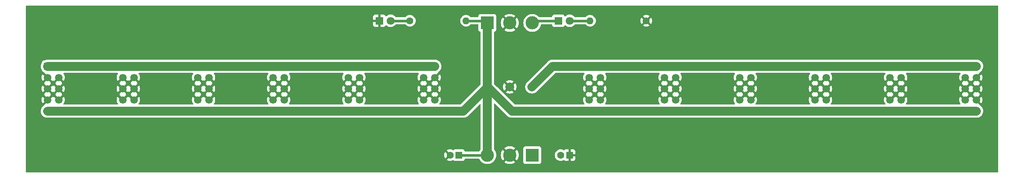
<source format=gtl>
G04 #@! TF.GenerationSoftware,KiCad,Pcbnew,7.0.7-7.0.7~ubuntu22.04.1*
G04 #@! TF.CreationDate,2023-09-23T23:40:23+02:00*
G04 #@! TF.ProjectId,Distrib,44697374-7269-4622-9e6b-696361645f70,rev?*
G04 #@! TF.SameCoordinates,Original*
G04 #@! TF.FileFunction,Copper,L1,Top*
G04 #@! TF.FilePolarity,Positive*
%FSLAX46Y46*%
G04 Gerber Fmt 4.6, Leading zero omitted, Abs format (unit mm)*
G04 Created by KiCad (PCBNEW 7.0.7-7.0.7~ubuntu22.04.1) date 2023-09-23 23:40:23*
%MOMM*%
%LPD*%
G01*
G04 APERTURE LIST*
G04 #@! TA.AperFunction,ComponentPad*
%ADD10R,1.800000X1.800000*%
G04 #@! TD*
G04 #@! TA.AperFunction,ComponentPad*
%ADD11C,1.800000*%
G04 #@! TD*
G04 #@! TA.AperFunction,ComponentPad*
%ADD12C,1.700000*%
G04 #@! TD*
G04 #@! TA.AperFunction,ComponentPad*
%ADD13C,1.600000*%
G04 #@! TD*
G04 #@! TA.AperFunction,ComponentPad*
%ADD14O,1.600000X1.600000*%
G04 #@! TD*
G04 #@! TA.AperFunction,ComponentPad*
%ADD15C,2.000000*%
G04 #@! TD*
G04 #@! TA.AperFunction,ComponentPad*
%ADD16R,3.000000X3.000000*%
G04 #@! TD*
G04 #@! TA.AperFunction,ComponentPad*
%ADD17C,3.000000*%
G04 #@! TD*
G04 #@! TA.AperFunction,ComponentPad*
%ADD18R,1.600000X1.600000*%
G04 #@! TD*
G04 #@! TA.AperFunction,ViaPad*
%ADD19C,4.200000*%
G04 #@! TD*
G04 #@! TA.AperFunction,Conductor*
%ADD20C,2.000000*%
G04 #@! TD*
G04 #@! TA.AperFunction,Conductor*
%ADD21C,0.600000*%
G04 #@! TD*
G04 APERTURE END LIST*
D10*
X111000000Y-55500000D03*
D11*
X113540000Y-55500000D03*
G04 #@! TA.AperFunction,ComponentPad*
G36*
G01*
X242610000Y-66440000D02*
X242610000Y-65240000D01*
G75*
G02*
X242860000Y-64990000I250000J0D01*
G01*
X244060000Y-64990000D01*
G75*
G02*
X244310000Y-65240000I0J-250000D01*
G01*
X244310000Y-66440000D01*
G75*
G02*
X244060000Y-66690000I-250000J0D01*
G01*
X242860000Y-66690000D01*
G75*
G02*
X242610000Y-66440000I0J250000D01*
G01*
G37*
G04 #@! TD.AperFunction*
D12*
X246000000Y-65840000D03*
X243460000Y-68380000D03*
X246000000Y-68380000D03*
X243460000Y-70920000D03*
X246000000Y-70920000D03*
X243460000Y-73460000D03*
X246000000Y-73460000D03*
X243460000Y-76000000D03*
X246000000Y-76000000D03*
D13*
X117925000Y-55500000D03*
D14*
X130625000Y-55500000D03*
D15*
X140500000Y-70500000D03*
X145500000Y-70500000D03*
X135500000Y-70500000D03*
D10*
X151500000Y-55500000D03*
D11*
X154040000Y-55500000D03*
D13*
X171350000Y-55500000D03*
D14*
X158650000Y-55500000D03*
G04 #@! TA.AperFunction,ComponentPad*
G36*
G01*
X35150000Y-66440000D02*
X35150000Y-65240000D01*
G75*
G02*
X35400000Y-64990000I250000J0D01*
G01*
X36600000Y-64990000D01*
G75*
G02*
X36850000Y-65240000I0J-250000D01*
G01*
X36850000Y-66440000D01*
G75*
G02*
X36600000Y-66690000I-250000J0D01*
G01*
X35400000Y-66690000D01*
G75*
G02*
X35150000Y-66440000I0J250000D01*
G01*
G37*
G04 #@! TD.AperFunction*
D12*
X38540000Y-65840000D03*
X36000000Y-68380000D03*
X38540000Y-68380000D03*
X36000000Y-70920000D03*
X38540000Y-70920000D03*
X36000000Y-73460000D03*
X38540000Y-73460000D03*
X36000000Y-76000000D03*
X38540000Y-76000000D03*
G04 #@! TA.AperFunction,ComponentPad*
G36*
G01*
X174610000Y-66440000D02*
X174610000Y-65240000D01*
G75*
G02*
X174860000Y-64990000I250000J0D01*
G01*
X176060000Y-64990000D01*
G75*
G02*
X176310000Y-65240000I0J-250000D01*
G01*
X176310000Y-66440000D01*
G75*
G02*
X176060000Y-66690000I-250000J0D01*
G01*
X174860000Y-66690000D01*
G75*
G02*
X174610000Y-66440000I0J250000D01*
G01*
G37*
G04 #@! TD.AperFunction*
X178000000Y-65840000D03*
X175460000Y-68380000D03*
X178000000Y-68380000D03*
X175460000Y-70920000D03*
X178000000Y-70920000D03*
X175460000Y-73460000D03*
X178000000Y-73460000D03*
X175460000Y-76000000D03*
X178000000Y-76000000D03*
D16*
X135420000Y-56000000D03*
D17*
X140500000Y-56000000D03*
X145580000Y-56000000D03*
D18*
X154000000Y-86000000D03*
D13*
X152000000Y-86000000D03*
G04 #@! TA.AperFunction,ComponentPad*
G36*
G01*
X86150000Y-66440000D02*
X86150000Y-65240000D01*
G75*
G02*
X86400000Y-64990000I250000J0D01*
G01*
X87600000Y-64990000D01*
G75*
G02*
X87850000Y-65240000I0J-250000D01*
G01*
X87850000Y-66440000D01*
G75*
G02*
X87600000Y-66690000I-250000J0D01*
G01*
X86400000Y-66690000D01*
G75*
G02*
X86150000Y-66440000I0J250000D01*
G01*
G37*
G04 #@! TD.AperFunction*
D12*
X89540000Y-65840000D03*
X87000000Y-68380000D03*
X89540000Y-68380000D03*
X87000000Y-70920000D03*
X89540000Y-70920000D03*
X87000000Y-73460000D03*
X89540000Y-73460000D03*
X87000000Y-76000000D03*
X89540000Y-76000000D03*
G04 #@! TA.AperFunction,ComponentPad*
G36*
G01*
X208610000Y-66440000D02*
X208610000Y-65240000D01*
G75*
G02*
X208860000Y-64990000I250000J0D01*
G01*
X210060000Y-64990000D01*
G75*
G02*
X210310000Y-65240000I0J-250000D01*
G01*
X210310000Y-66440000D01*
G75*
G02*
X210060000Y-66690000I-250000J0D01*
G01*
X208860000Y-66690000D01*
G75*
G02*
X208610000Y-66440000I0J250000D01*
G01*
G37*
G04 #@! TD.AperFunction*
X212000000Y-65840000D03*
X209460000Y-68380000D03*
X212000000Y-68380000D03*
X209460000Y-70920000D03*
X212000000Y-70920000D03*
X209460000Y-73460000D03*
X212000000Y-73460000D03*
X209460000Y-76000000D03*
X212000000Y-76000000D03*
G04 #@! TA.AperFunction,ComponentPad*
G36*
G01*
X120150000Y-66440000D02*
X120150000Y-65240000D01*
G75*
G02*
X120400000Y-64990000I250000J0D01*
G01*
X121600000Y-64990000D01*
G75*
G02*
X121850000Y-65240000I0J-250000D01*
G01*
X121850000Y-66440000D01*
G75*
G02*
X121600000Y-66690000I-250000J0D01*
G01*
X120400000Y-66690000D01*
G75*
G02*
X120150000Y-66440000I0J250000D01*
G01*
G37*
G04 #@! TD.AperFunction*
X123540000Y-65840000D03*
X121000000Y-68380000D03*
X123540000Y-68380000D03*
X121000000Y-70920000D03*
X123540000Y-70920000D03*
X121000000Y-73460000D03*
X123540000Y-73460000D03*
X121000000Y-76000000D03*
X123540000Y-76000000D03*
G04 #@! TA.AperFunction,ComponentPad*
G36*
G01*
X191610000Y-66440000D02*
X191610000Y-65240000D01*
G75*
G02*
X191860000Y-64990000I250000J0D01*
G01*
X193060000Y-64990000D01*
G75*
G02*
X193310000Y-65240000I0J-250000D01*
G01*
X193310000Y-66440000D01*
G75*
G02*
X193060000Y-66690000I-250000J0D01*
G01*
X191860000Y-66690000D01*
G75*
G02*
X191610000Y-66440000I0J250000D01*
G01*
G37*
G04 #@! TD.AperFunction*
X195000000Y-65840000D03*
X192460000Y-68380000D03*
X195000000Y-68380000D03*
X192460000Y-70920000D03*
X195000000Y-70920000D03*
X192460000Y-73460000D03*
X195000000Y-73460000D03*
X192460000Y-76000000D03*
X195000000Y-76000000D03*
G04 #@! TA.AperFunction,ComponentPad*
G36*
G01*
X225610000Y-66440000D02*
X225610000Y-65240000D01*
G75*
G02*
X225860000Y-64990000I250000J0D01*
G01*
X227060000Y-64990000D01*
G75*
G02*
X227310000Y-65240000I0J-250000D01*
G01*
X227310000Y-66440000D01*
G75*
G02*
X227060000Y-66690000I-250000J0D01*
G01*
X225860000Y-66690000D01*
G75*
G02*
X225610000Y-66440000I0J250000D01*
G01*
G37*
G04 #@! TD.AperFunction*
X229000000Y-65840000D03*
X226460000Y-68380000D03*
X229000000Y-68380000D03*
X226460000Y-70920000D03*
X229000000Y-70920000D03*
X226460000Y-73460000D03*
X229000000Y-73460000D03*
X226460000Y-76000000D03*
X229000000Y-76000000D03*
D16*
X145580000Y-86000000D03*
D17*
X140500000Y-86000000D03*
X135420000Y-86000000D03*
G04 #@! TA.AperFunction,ComponentPad*
G36*
G01*
X103150000Y-66440000D02*
X103150000Y-65240000D01*
G75*
G02*
X103400000Y-64990000I250000J0D01*
G01*
X104600000Y-64990000D01*
G75*
G02*
X104850000Y-65240000I0J-250000D01*
G01*
X104850000Y-66440000D01*
G75*
G02*
X104600000Y-66690000I-250000J0D01*
G01*
X103400000Y-66690000D01*
G75*
G02*
X103150000Y-66440000I0J250000D01*
G01*
G37*
G04 #@! TD.AperFunction*
D12*
X106540000Y-65840000D03*
X104000000Y-68380000D03*
X106540000Y-68380000D03*
X104000000Y-70920000D03*
X106540000Y-70920000D03*
X104000000Y-73460000D03*
X106540000Y-73460000D03*
X104000000Y-76000000D03*
X106540000Y-76000000D03*
D18*
X129000000Y-86000000D03*
D13*
X127000000Y-86000000D03*
G04 #@! TA.AperFunction,ComponentPad*
G36*
G01*
X157610000Y-66440000D02*
X157610000Y-65240000D01*
G75*
G02*
X157860000Y-64990000I250000J0D01*
G01*
X159060000Y-64990000D01*
G75*
G02*
X159310000Y-65240000I0J-250000D01*
G01*
X159310000Y-66440000D01*
G75*
G02*
X159060000Y-66690000I-250000J0D01*
G01*
X157860000Y-66690000D01*
G75*
G02*
X157610000Y-66440000I0J250000D01*
G01*
G37*
G04 #@! TD.AperFunction*
D12*
X161000000Y-65840000D03*
X158460000Y-68380000D03*
X161000000Y-68380000D03*
X158460000Y-70920000D03*
X161000000Y-70920000D03*
X158460000Y-73460000D03*
X161000000Y-73460000D03*
X158460000Y-76000000D03*
X161000000Y-76000000D03*
G04 #@! TA.AperFunction,ComponentPad*
G36*
G01*
X69150000Y-66440000D02*
X69150000Y-65240000D01*
G75*
G02*
X69400000Y-64990000I250000J0D01*
G01*
X70600000Y-64990000D01*
G75*
G02*
X70850000Y-65240000I0J-250000D01*
G01*
X70850000Y-66440000D01*
G75*
G02*
X70600000Y-66690000I-250000J0D01*
G01*
X69400000Y-66690000D01*
G75*
G02*
X69150000Y-66440000I0J250000D01*
G01*
G37*
G04 #@! TD.AperFunction*
X72540000Y-65840000D03*
X70000000Y-68380000D03*
X72540000Y-68380000D03*
X70000000Y-70920000D03*
X72540000Y-70920000D03*
X70000000Y-73460000D03*
X72540000Y-73460000D03*
X70000000Y-76000000D03*
X72540000Y-76000000D03*
G04 #@! TA.AperFunction,ComponentPad*
G36*
G01*
X52150000Y-66440000D02*
X52150000Y-65240000D01*
G75*
G02*
X52400000Y-64990000I250000J0D01*
G01*
X53600000Y-64990000D01*
G75*
G02*
X53850000Y-65240000I0J-250000D01*
G01*
X53850000Y-66440000D01*
G75*
G02*
X53600000Y-66690000I-250000J0D01*
G01*
X52400000Y-66690000D01*
G75*
G02*
X52150000Y-66440000I0J250000D01*
G01*
G37*
G04 #@! TD.AperFunction*
X55540000Y-65840000D03*
X53000000Y-68380000D03*
X55540000Y-68380000D03*
X53000000Y-70920000D03*
X55540000Y-70920000D03*
X53000000Y-73460000D03*
X55540000Y-73460000D03*
X53000000Y-76000000D03*
X55540000Y-76000000D03*
D19*
X54000000Y-57000000D03*
X228000000Y-57000000D03*
X54000000Y-85000000D03*
X228000000Y-85000000D03*
D20*
X135420000Y-70420000D02*
X135500000Y-70500000D01*
D21*
X134920000Y-55500000D02*
X135420000Y-56000000D01*
D20*
X135420000Y-86000000D02*
X135420000Y-70580000D01*
X123540000Y-76000000D02*
X130000000Y-76000000D01*
X246000000Y-76000000D02*
X158460000Y-76000000D01*
D21*
X129000000Y-86000000D02*
X135420000Y-86000000D01*
D20*
X135420000Y-70580000D02*
X135500000Y-70500000D01*
X135420000Y-56000000D02*
X135420000Y-70420000D01*
X141000000Y-76000000D02*
X135500000Y-70500000D01*
D21*
X130625000Y-55500000D02*
X134920000Y-55500000D01*
D20*
X130000000Y-76000000D02*
X135500000Y-70500000D01*
X36000000Y-76000000D02*
X123540000Y-76000000D01*
X158460000Y-76000000D02*
X141000000Y-76000000D01*
D21*
X151500000Y-55500000D02*
X146080000Y-55500000D01*
D20*
X150160000Y-65840000D02*
X145500000Y-70500000D01*
D21*
X146080000Y-55500000D02*
X145580000Y-56000000D01*
D20*
X158460000Y-65840000D02*
X150160000Y-65840000D01*
X158460000Y-65840000D02*
X246000000Y-65840000D01*
X36000000Y-65840000D02*
X123540000Y-65840000D01*
D21*
X117925000Y-55500000D02*
X113540000Y-55500000D01*
X154040000Y-55500000D02*
X158650000Y-55500000D01*
G04 #@! TA.AperFunction,Conductor*
G36*
X51887068Y-67368502D02*
G01*
X51933561Y-67422158D01*
X51943665Y-67492432D01*
X51924430Y-67543415D01*
X51801581Y-67731448D01*
X51711179Y-67937543D01*
X51711176Y-67937550D01*
X51655932Y-68155707D01*
X51637346Y-68379999D01*
X51655932Y-68604292D01*
X51711176Y-68822449D01*
X51711179Y-68822456D01*
X51801580Y-69028548D01*
X51876922Y-69143866D01*
X52387081Y-68633706D01*
X52449394Y-68599681D01*
X52520209Y-68604745D01*
X52577045Y-68647292D01*
X52582162Y-68654661D01*
X52618239Y-68710798D01*
X52726900Y-68804952D01*
X52726901Y-68804952D01*
X52733711Y-68810853D01*
X52731686Y-68813189D01*
X52768084Y-68855187D01*
X52778195Y-68925460D01*
X52748709Y-68990043D01*
X52742572Y-68996636D01*
X52234310Y-69504898D01*
X52254694Y-69520763D01*
X52254696Y-69520765D01*
X52288733Y-69539185D01*
X52339123Y-69589199D01*
X52354475Y-69658516D01*
X52329914Y-69725129D01*
X52288735Y-69760811D01*
X52254702Y-69779229D01*
X52234310Y-69795099D01*
X52234310Y-69795100D01*
X52742572Y-70303361D01*
X52776597Y-70365674D01*
X52771533Y-70436489D01*
X52732854Y-70488157D01*
X52733711Y-70489147D01*
X52729164Y-70493086D01*
X52728986Y-70493325D01*
X52728498Y-70493663D01*
X52618238Y-70589202D01*
X52582175Y-70645318D01*
X52528519Y-70691811D01*
X52458245Y-70701914D01*
X52393664Y-70672421D01*
X52387082Y-70666292D01*
X51876922Y-70156132D01*
X51801580Y-70271451D01*
X51711179Y-70477543D01*
X51711176Y-70477550D01*
X51655932Y-70695707D01*
X51637346Y-70919999D01*
X51655932Y-71144292D01*
X51711176Y-71362449D01*
X51711179Y-71362456D01*
X51801580Y-71568548D01*
X51876922Y-71683866D01*
X52387081Y-71173706D01*
X52449394Y-71139681D01*
X52520209Y-71144745D01*
X52577045Y-71187292D01*
X52582162Y-71194661D01*
X52618239Y-71250798D01*
X52726900Y-71344952D01*
X52726901Y-71344952D01*
X52733711Y-71350853D01*
X52731686Y-71353189D01*
X52768084Y-71395187D01*
X52778195Y-71465460D01*
X52748709Y-71530043D01*
X52742572Y-71536636D01*
X52234310Y-72044898D01*
X52254694Y-72060763D01*
X52254696Y-72060765D01*
X52288733Y-72079185D01*
X52339123Y-72129199D01*
X52354475Y-72198516D01*
X52329914Y-72265129D01*
X52288735Y-72300811D01*
X52254702Y-72319229D01*
X52234310Y-72335099D01*
X52234310Y-72335100D01*
X52742572Y-72843361D01*
X52776597Y-72905674D01*
X52771533Y-72976489D01*
X52732854Y-73028157D01*
X52733711Y-73029147D01*
X52729164Y-73033086D01*
X52728986Y-73033325D01*
X52728498Y-73033663D01*
X52618238Y-73129202D01*
X52582175Y-73185318D01*
X52528519Y-73231811D01*
X52458245Y-73241914D01*
X52393664Y-73212421D01*
X52387082Y-73206292D01*
X51876922Y-72696132D01*
X51801580Y-72811451D01*
X51711179Y-73017543D01*
X51711176Y-73017550D01*
X51655932Y-73235707D01*
X51637346Y-73460000D01*
X51655932Y-73684292D01*
X51711176Y-73902449D01*
X51711179Y-73902456D01*
X51801581Y-74108551D01*
X51924430Y-74296585D01*
X51944943Y-74364553D01*
X51925454Y-74432822D01*
X51872149Y-74479717D01*
X51818947Y-74491500D01*
X39721053Y-74491500D01*
X39652932Y-74471498D01*
X39606439Y-74417842D01*
X39596335Y-74347568D01*
X39615570Y-74296585D01*
X39738418Y-74108551D01*
X39828820Y-73902456D01*
X39828823Y-73902449D01*
X39884067Y-73684292D01*
X39902653Y-73459999D01*
X39884067Y-73235707D01*
X39828823Y-73017550D01*
X39828820Y-73017543D01*
X39738422Y-72811456D01*
X39738417Y-72811448D01*
X39663076Y-72696132D01*
X39152916Y-73206292D01*
X39090604Y-73240317D01*
X39019788Y-73235252D01*
X38962953Y-73192705D01*
X38957836Y-73185336D01*
X38921761Y-73129202D01*
X38813100Y-73035048D01*
X38813098Y-73035047D01*
X38806289Y-73029147D01*
X38808312Y-73026811D01*
X38771912Y-72984809D01*
X38761802Y-72914536D01*
X38791290Y-72849952D01*
X38797426Y-72843361D01*
X39305689Y-72335099D01*
X39285306Y-72319235D01*
X39285299Y-72319230D01*
X39251265Y-72300812D01*
X39200876Y-72250798D01*
X39185524Y-72181481D01*
X39210086Y-72114869D01*
X39251269Y-72079184D01*
X39285299Y-72060768D01*
X39285302Y-72060766D01*
X39305688Y-72044898D01*
X38797427Y-71536638D01*
X38763402Y-71474325D01*
X38768466Y-71403510D01*
X38807145Y-71351840D01*
X38806289Y-71350853D01*
X38810830Y-71346917D01*
X38811013Y-71346674D01*
X38811510Y-71346328D01*
X38813095Y-71344953D01*
X38813100Y-71344952D01*
X38921761Y-71250798D01*
X38957824Y-71194681D01*
X39011478Y-71148189D01*
X39081752Y-71138084D01*
X39146333Y-71167576D01*
X39152918Y-71173707D01*
X39663077Y-71683866D01*
X39738419Y-71568551D01*
X39828820Y-71362456D01*
X39828823Y-71362449D01*
X39884067Y-71144292D01*
X39902653Y-70920000D01*
X39884067Y-70695707D01*
X39828823Y-70477550D01*
X39828820Y-70477543D01*
X39738422Y-70271456D01*
X39738417Y-70271448D01*
X39663076Y-70156132D01*
X39152916Y-70666292D01*
X39090604Y-70700317D01*
X39019788Y-70695252D01*
X38962953Y-70652705D01*
X38957836Y-70645336D01*
X38921761Y-70589202D01*
X38813100Y-70495048D01*
X38813098Y-70495047D01*
X38806289Y-70489147D01*
X38808312Y-70486811D01*
X38771912Y-70444809D01*
X38761802Y-70374536D01*
X38791290Y-70309952D01*
X38797426Y-70303361D01*
X39305689Y-69795099D01*
X39285306Y-69779235D01*
X39285299Y-69779230D01*
X39251265Y-69760812D01*
X39200876Y-69710798D01*
X39185524Y-69641481D01*
X39210086Y-69574869D01*
X39251269Y-69539184D01*
X39285299Y-69520768D01*
X39285302Y-69520766D01*
X39305688Y-69504898D01*
X38797427Y-68996638D01*
X38763402Y-68934325D01*
X38768466Y-68863510D01*
X38807145Y-68811840D01*
X38806289Y-68810853D01*
X38810830Y-68806917D01*
X38811013Y-68806674D01*
X38811510Y-68806328D01*
X38813095Y-68804953D01*
X38813100Y-68804952D01*
X38921761Y-68710798D01*
X38957824Y-68654681D01*
X39011478Y-68608189D01*
X39081752Y-68598084D01*
X39146333Y-68627576D01*
X39152918Y-68633707D01*
X39663077Y-69143866D01*
X39738419Y-69028551D01*
X39828820Y-68822456D01*
X39828823Y-68822449D01*
X39884067Y-68604292D01*
X39902653Y-68380000D01*
X39884067Y-68155707D01*
X39828823Y-67937550D01*
X39828820Y-67937543D01*
X39738418Y-67731448D01*
X39615570Y-67543415D01*
X39595057Y-67475447D01*
X39614546Y-67407178D01*
X39667851Y-67360283D01*
X39721053Y-67348500D01*
X51818947Y-67348500D01*
X51887068Y-67368502D01*
G37*
G04 #@! TD.AperFunction*
G04 #@! TA.AperFunction,Conductor*
G36*
X68887068Y-67368502D02*
G01*
X68933561Y-67422158D01*
X68943665Y-67492432D01*
X68924430Y-67543415D01*
X68801581Y-67731448D01*
X68711179Y-67937543D01*
X68711176Y-67937550D01*
X68655932Y-68155707D01*
X68637346Y-68380000D01*
X68655932Y-68604292D01*
X68711176Y-68822449D01*
X68711179Y-68822456D01*
X68801580Y-69028548D01*
X68876922Y-69143866D01*
X69387081Y-68633706D01*
X69449394Y-68599681D01*
X69520209Y-68604745D01*
X69577045Y-68647292D01*
X69582162Y-68654661D01*
X69618239Y-68710798D01*
X69726900Y-68804952D01*
X69726901Y-68804952D01*
X69733711Y-68810853D01*
X69731686Y-68813189D01*
X69768084Y-68855187D01*
X69778195Y-68925460D01*
X69748709Y-68990043D01*
X69742572Y-68996636D01*
X69234310Y-69504898D01*
X69254694Y-69520763D01*
X69254696Y-69520765D01*
X69288733Y-69539185D01*
X69339123Y-69589199D01*
X69354475Y-69658516D01*
X69329914Y-69725129D01*
X69288735Y-69760811D01*
X69254702Y-69779229D01*
X69234310Y-69795099D01*
X69234310Y-69795100D01*
X69742572Y-70303361D01*
X69776597Y-70365674D01*
X69771533Y-70436489D01*
X69732854Y-70488157D01*
X69733711Y-70489147D01*
X69729164Y-70493086D01*
X69728986Y-70493325D01*
X69728498Y-70493663D01*
X69618238Y-70589202D01*
X69582175Y-70645318D01*
X69528519Y-70691811D01*
X69458245Y-70701914D01*
X69393664Y-70672421D01*
X69387082Y-70666292D01*
X68876922Y-70156132D01*
X68801580Y-70271451D01*
X68711179Y-70477543D01*
X68711176Y-70477550D01*
X68655932Y-70695707D01*
X68637346Y-70919999D01*
X68655932Y-71144292D01*
X68711176Y-71362449D01*
X68711179Y-71362456D01*
X68801580Y-71568548D01*
X68876922Y-71683866D01*
X69387081Y-71173706D01*
X69449394Y-71139681D01*
X69520209Y-71144745D01*
X69577045Y-71187292D01*
X69582162Y-71194661D01*
X69618239Y-71250798D01*
X69726900Y-71344952D01*
X69726901Y-71344952D01*
X69733711Y-71350853D01*
X69731686Y-71353189D01*
X69768084Y-71395187D01*
X69778195Y-71465460D01*
X69748709Y-71530043D01*
X69742572Y-71536636D01*
X69234310Y-72044898D01*
X69254694Y-72060763D01*
X69254696Y-72060765D01*
X69288733Y-72079185D01*
X69339123Y-72129199D01*
X69354475Y-72198516D01*
X69329914Y-72265129D01*
X69288735Y-72300811D01*
X69254702Y-72319229D01*
X69234310Y-72335099D01*
X69234310Y-72335100D01*
X69742572Y-72843361D01*
X69776597Y-72905674D01*
X69771533Y-72976489D01*
X69732854Y-73028157D01*
X69733711Y-73029147D01*
X69729164Y-73033086D01*
X69728986Y-73033325D01*
X69728498Y-73033663D01*
X69618238Y-73129202D01*
X69582175Y-73185318D01*
X69528519Y-73231811D01*
X69458245Y-73241914D01*
X69393664Y-73212421D01*
X69387082Y-73206292D01*
X68876922Y-72696132D01*
X68801580Y-72811451D01*
X68711179Y-73017543D01*
X68711176Y-73017550D01*
X68655932Y-73235707D01*
X68637346Y-73460000D01*
X68655932Y-73684292D01*
X68711176Y-73902449D01*
X68711179Y-73902456D01*
X68801581Y-74108551D01*
X68924430Y-74296585D01*
X68944943Y-74364553D01*
X68925454Y-74432822D01*
X68872149Y-74479717D01*
X68818947Y-74491500D01*
X56721053Y-74491500D01*
X56652932Y-74471498D01*
X56606439Y-74417842D01*
X56596335Y-74347568D01*
X56615570Y-74296585D01*
X56738418Y-74108551D01*
X56828820Y-73902456D01*
X56828823Y-73902449D01*
X56884067Y-73684292D01*
X56902653Y-73459999D01*
X56884067Y-73235707D01*
X56828823Y-73017550D01*
X56828820Y-73017543D01*
X56738422Y-72811456D01*
X56738417Y-72811448D01*
X56663076Y-72696132D01*
X56152916Y-73206292D01*
X56090604Y-73240317D01*
X56019788Y-73235252D01*
X55962953Y-73192705D01*
X55957836Y-73185336D01*
X55921761Y-73129202D01*
X55813100Y-73035048D01*
X55813098Y-73035047D01*
X55806289Y-73029147D01*
X55808312Y-73026811D01*
X55771912Y-72984809D01*
X55761802Y-72914536D01*
X55791290Y-72849952D01*
X55797426Y-72843361D01*
X56305688Y-72335099D01*
X56285306Y-72319235D01*
X56285299Y-72319230D01*
X56251265Y-72300812D01*
X56200876Y-72250798D01*
X56185524Y-72181481D01*
X56210086Y-72114869D01*
X56251269Y-72079184D01*
X56285299Y-72060768D01*
X56285302Y-72060766D01*
X56305688Y-72044898D01*
X55797427Y-71536638D01*
X55763402Y-71474325D01*
X55768466Y-71403510D01*
X55807145Y-71351840D01*
X55806289Y-71350853D01*
X55810830Y-71346917D01*
X55811013Y-71346674D01*
X55811510Y-71346328D01*
X55813095Y-71344953D01*
X55813100Y-71344952D01*
X55921761Y-71250798D01*
X55957824Y-71194681D01*
X56011478Y-71148189D01*
X56081752Y-71138084D01*
X56146333Y-71167576D01*
X56152918Y-71173707D01*
X56663077Y-71683866D01*
X56738419Y-71568551D01*
X56828820Y-71362456D01*
X56828823Y-71362449D01*
X56884067Y-71144292D01*
X56902653Y-70920000D01*
X56884067Y-70695707D01*
X56828823Y-70477550D01*
X56828820Y-70477543D01*
X56738422Y-70271456D01*
X56738417Y-70271448D01*
X56663076Y-70156132D01*
X56152916Y-70666292D01*
X56090604Y-70700317D01*
X56019788Y-70695252D01*
X55962953Y-70652705D01*
X55957836Y-70645336D01*
X55921761Y-70589202D01*
X55813100Y-70495048D01*
X55813098Y-70495047D01*
X55806289Y-70489147D01*
X55808312Y-70486811D01*
X55771912Y-70444809D01*
X55761802Y-70374536D01*
X55791290Y-70309952D01*
X55797426Y-70303361D01*
X56305689Y-69795099D01*
X56285306Y-69779235D01*
X56285299Y-69779230D01*
X56251265Y-69760812D01*
X56200876Y-69710798D01*
X56185524Y-69641481D01*
X56210086Y-69574869D01*
X56251269Y-69539184D01*
X56285299Y-69520768D01*
X56285302Y-69520766D01*
X56305688Y-69504898D01*
X55797427Y-68996638D01*
X55763402Y-68934325D01*
X55768466Y-68863510D01*
X55807145Y-68811840D01*
X55806289Y-68810853D01*
X55810830Y-68806917D01*
X55811013Y-68806674D01*
X55811510Y-68806328D01*
X55813095Y-68804953D01*
X55813100Y-68804952D01*
X55921761Y-68710798D01*
X55957824Y-68654681D01*
X56011478Y-68608189D01*
X56081752Y-68598084D01*
X56146333Y-68627576D01*
X56152918Y-68633707D01*
X56663077Y-69143866D01*
X56738419Y-69028551D01*
X56828820Y-68822456D01*
X56828823Y-68822449D01*
X56884067Y-68604292D01*
X56902653Y-68379999D01*
X56884067Y-68155707D01*
X56828823Y-67937550D01*
X56828820Y-67937543D01*
X56738418Y-67731448D01*
X56615570Y-67543415D01*
X56595057Y-67475447D01*
X56614546Y-67407178D01*
X56667851Y-67360283D01*
X56721053Y-67348500D01*
X68818947Y-67348500D01*
X68887068Y-67368502D01*
G37*
G04 #@! TD.AperFunction*
G04 #@! TA.AperFunction,Conductor*
G36*
X85887068Y-67368502D02*
G01*
X85933561Y-67422158D01*
X85943665Y-67492432D01*
X85924430Y-67543415D01*
X85801581Y-67731448D01*
X85711179Y-67937543D01*
X85711176Y-67937550D01*
X85655932Y-68155707D01*
X85637346Y-68379999D01*
X85655932Y-68604292D01*
X85711176Y-68822449D01*
X85711179Y-68822456D01*
X85801580Y-69028548D01*
X85876922Y-69143866D01*
X86387081Y-68633706D01*
X86449394Y-68599681D01*
X86520209Y-68604745D01*
X86577045Y-68647292D01*
X86582162Y-68654661D01*
X86618239Y-68710798D01*
X86726900Y-68804952D01*
X86726901Y-68804952D01*
X86733711Y-68810853D01*
X86731686Y-68813189D01*
X86768084Y-68855187D01*
X86778195Y-68925460D01*
X86748709Y-68990043D01*
X86742572Y-68996636D01*
X86234310Y-69504898D01*
X86254694Y-69520763D01*
X86254696Y-69520765D01*
X86288733Y-69539185D01*
X86339123Y-69589199D01*
X86354475Y-69658516D01*
X86329914Y-69725129D01*
X86288735Y-69760811D01*
X86254702Y-69779229D01*
X86234310Y-69795099D01*
X86234310Y-69795100D01*
X86742572Y-70303361D01*
X86776597Y-70365674D01*
X86771533Y-70436489D01*
X86732854Y-70488157D01*
X86733711Y-70489147D01*
X86729164Y-70493086D01*
X86728986Y-70493325D01*
X86728498Y-70493663D01*
X86618238Y-70589202D01*
X86582175Y-70645318D01*
X86528519Y-70691811D01*
X86458245Y-70701914D01*
X86393664Y-70672421D01*
X86387082Y-70666292D01*
X85876922Y-70156132D01*
X85801580Y-70271451D01*
X85711179Y-70477543D01*
X85711176Y-70477550D01*
X85655932Y-70695707D01*
X85637346Y-70920000D01*
X85655932Y-71144292D01*
X85711176Y-71362449D01*
X85711179Y-71362456D01*
X85801580Y-71568548D01*
X85876922Y-71683866D01*
X86387081Y-71173706D01*
X86449394Y-71139681D01*
X86520209Y-71144745D01*
X86577045Y-71187292D01*
X86582162Y-71194661D01*
X86618239Y-71250798D01*
X86726900Y-71344952D01*
X86726901Y-71344952D01*
X86733711Y-71350853D01*
X86731686Y-71353189D01*
X86768084Y-71395187D01*
X86778195Y-71465460D01*
X86748709Y-71530043D01*
X86742572Y-71536636D01*
X86234310Y-72044898D01*
X86254694Y-72060763D01*
X86254696Y-72060765D01*
X86288733Y-72079185D01*
X86339123Y-72129199D01*
X86354475Y-72198516D01*
X86329914Y-72265129D01*
X86288735Y-72300811D01*
X86254702Y-72319229D01*
X86234310Y-72335099D01*
X86234310Y-72335100D01*
X86742572Y-72843361D01*
X86776597Y-72905674D01*
X86771533Y-72976489D01*
X86732854Y-73028157D01*
X86733711Y-73029147D01*
X86729164Y-73033086D01*
X86728986Y-73033325D01*
X86728498Y-73033663D01*
X86618238Y-73129202D01*
X86582175Y-73185318D01*
X86528519Y-73231811D01*
X86458245Y-73241914D01*
X86393664Y-73212421D01*
X86387082Y-73206292D01*
X85876922Y-72696132D01*
X85801580Y-72811451D01*
X85711179Y-73017543D01*
X85711176Y-73017550D01*
X85655932Y-73235707D01*
X85637346Y-73460000D01*
X85655932Y-73684292D01*
X85711176Y-73902449D01*
X85711179Y-73902456D01*
X85801581Y-74108551D01*
X85924430Y-74296585D01*
X85944943Y-74364553D01*
X85925454Y-74432822D01*
X85872149Y-74479717D01*
X85818947Y-74491500D01*
X73721053Y-74491500D01*
X73652932Y-74471498D01*
X73606439Y-74417842D01*
X73596335Y-74347568D01*
X73615570Y-74296585D01*
X73738418Y-74108551D01*
X73828820Y-73902456D01*
X73828823Y-73902449D01*
X73884067Y-73684292D01*
X73902653Y-73459999D01*
X73884067Y-73235707D01*
X73828823Y-73017550D01*
X73828820Y-73017543D01*
X73738422Y-72811456D01*
X73738417Y-72811448D01*
X73663076Y-72696132D01*
X73152916Y-73206292D01*
X73090604Y-73240317D01*
X73019788Y-73235252D01*
X72962953Y-73192705D01*
X72957836Y-73185336D01*
X72921761Y-73129202D01*
X72813100Y-73035048D01*
X72813098Y-73035047D01*
X72806289Y-73029147D01*
X72808312Y-73026811D01*
X72771912Y-72984809D01*
X72761802Y-72914536D01*
X72791290Y-72849952D01*
X72797426Y-72843361D01*
X73305689Y-72335099D01*
X73285306Y-72319235D01*
X73285299Y-72319230D01*
X73251265Y-72300812D01*
X73200876Y-72250798D01*
X73185524Y-72181481D01*
X73210086Y-72114869D01*
X73251269Y-72079184D01*
X73285299Y-72060768D01*
X73285302Y-72060766D01*
X73305688Y-72044898D01*
X72797427Y-71536638D01*
X72763402Y-71474325D01*
X72768466Y-71403510D01*
X72807145Y-71351840D01*
X72806289Y-71350853D01*
X72810830Y-71346917D01*
X72811013Y-71346674D01*
X72811510Y-71346328D01*
X72813095Y-71344953D01*
X72813100Y-71344952D01*
X72921761Y-71250798D01*
X72957824Y-71194681D01*
X73011478Y-71148189D01*
X73081752Y-71138084D01*
X73146333Y-71167576D01*
X73152918Y-71173707D01*
X73663077Y-71683866D01*
X73738419Y-71568551D01*
X73828820Y-71362456D01*
X73828823Y-71362449D01*
X73884067Y-71144292D01*
X73902653Y-70920000D01*
X73884067Y-70695707D01*
X73828823Y-70477550D01*
X73828820Y-70477543D01*
X73738422Y-70271456D01*
X73738417Y-70271448D01*
X73663076Y-70156132D01*
X73152916Y-70666292D01*
X73090604Y-70700317D01*
X73019788Y-70695252D01*
X72962953Y-70652705D01*
X72957836Y-70645336D01*
X72921761Y-70589202D01*
X72813100Y-70495048D01*
X72813098Y-70495047D01*
X72806289Y-70489147D01*
X72808312Y-70486811D01*
X72771912Y-70444809D01*
X72761802Y-70374536D01*
X72791290Y-70309952D01*
X72797426Y-70303361D01*
X73305689Y-69795099D01*
X73285306Y-69779235D01*
X73285299Y-69779230D01*
X73251265Y-69760812D01*
X73200876Y-69710798D01*
X73185524Y-69641481D01*
X73210086Y-69574869D01*
X73251269Y-69539184D01*
X73285299Y-69520768D01*
X73285302Y-69520766D01*
X73305688Y-69504898D01*
X72797427Y-68996638D01*
X72763402Y-68934325D01*
X72768466Y-68863510D01*
X72807145Y-68811840D01*
X72806289Y-68810853D01*
X72810830Y-68806917D01*
X72811013Y-68806674D01*
X72811510Y-68806328D01*
X72813095Y-68804953D01*
X72813100Y-68804952D01*
X72921761Y-68710798D01*
X72957824Y-68654681D01*
X73011478Y-68608189D01*
X73081752Y-68598084D01*
X73146333Y-68627576D01*
X73152918Y-68633707D01*
X73663077Y-69143866D01*
X73738419Y-69028551D01*
X73828820Y-68822456D01*
X73828823Y-68822449D01*
X73884067Y-68604292D01*
X73902653Y-68379999D01*
X73884067Y-68155707D01*
X73828823Y-67937550D01*
X73828820Y-67937543D01*
X73738418Y-67731448D01*
X73615570Y-67543415D01*
X73595057Y-67475447D01*
X73614546Y-67407178D01*
X73667851Y-67360283D01*
X73721053Y-67348500D01*
X85818947Y-67348500D01*
X85887068Y-67368502D01*
G37*
G04 #@! TD.AperFunction*
G04 #@! TA.AperFunction,Conductor*
G36*
X102887068Y-67368502D02*
G01*
X102933561Y-67422158D01*
X102943665Y-67492432D01*
X102924430Y-67543415D01*
X102801581Y-67731448D01*
X102711179Y-67937543D01*
X102711176Y-67937550D01*
X102655932Y-68155707D01*
X102637346Y-68379999D01*
X102655932Y-68604292D01*
X102711176Y-68822449D01*
X102711179Y-68822456D01*
X102801580Y-69028548D01*
X102876922Y-69143866D01*
X103387081Y-68633706D01*
X103449394Y-68599681D01*
X103520209Y-68604745D01*
X103577045Y-68647292D01*
X103582162Y-68654661D01*
X103618239Y-68710798D01*
X103726900Y-68804952D01*
X103726901Y-68804952D01*
X103733711Y-68810853D01*
X103731686Y-68813189D01*
X103768084Y-68855187D01*
X103778195Y-68925460D01*
X103748709Y-68990043D01*
X103742572Y-68996636D01*
X103234310Y-69504898D01*
X103254694Y-69520763D01*
X103254696Y-69520765D01*
X103288733Y-69539185D01*
X103339123Y-69589199D01*
X103354475Y-69658516D01*
X103329914Y-69725129D01*
X103288735Y-69760811D01*
X103254702Y-69779229D01*
X103234310Y-69795099D01*
X103234310Y-69795100D01*
X103742572Y-70303361D01*
X103776597Y-70365674D01*
X103771533Y-70436489D01*
X103732854Y-70488157D01*
X103733711Y-70489147D01*
X103729164Y-70493086D01*
X103728986Y-70493325D01*
X103728498Y-70493663D01*
X103618238Y-70589202D01*
X103582175Y-70645318D01*
X103528519Y-70691811D01*
X103458245Y-70701914D01*
X103393664Y-70672421D01*
X103387082Y-70666292D01*
X102876922Y-70156132D01*
X102801580Y-70271451D01*
X102711179Y-70477543D01*
X102711176Y-70477550D01*
X102655932Y-70695707D01*
X102637346Y-70920000D01*
X102655932Y-71144292D01*
X102711176Y-71362449D01*
X102711179Y-71362456D01*
X102801580Y-71568548D01*
X102876922Y-71683866D01*
X103387081Y-71173706D01*
X103449394Y-71139681D01*
X103520209Y-71144745D01*
X103577045Y-71187292D01*
X103582162Y-71194661D01*
X103618239Y-71250798D01*
X103726900Y-71344952D01*
X103726901Y-71344952D01*
X103733711Y-71350853D01*
X103731686Y-71353189D01*
X103768084Y-71395187D01*
X103778195Y-71465460D01*
X103748709Y-71530043D01*
X103742572Y-71536636D01*
X103234310Y-72044898D01*
X103254694Y-72060763D01*
X103254696Y-72060765D01*
X103288733Y-72079185D01*
X103339123Y-72129199D01*
X103354475Y-72198516D01*
X103329914Y-72265129D01*
X103288735Y-72300811D01*
X103254702Y-72319229D01*
X103234310Y-72335099D01*
X103234310Y-72335100D01*
X103742572Y-72843361D01*
X103776597Y-72905674D01*
X103771533Y-72976489D01*
X103732854Y-73028157D01*
X103733711Y-73029147D01*
X103729164Y-73033086D01*
X103728986Y-73033325D01*
X103728498Y-73033663D01*
X103618238Y-73129202D01*
X103582175Y-73185318D01*
X103528519Y-73231811D01*
X103458245Y-73241914D01*
X103393664Y-73212421D01*
X103387082Y-73206292D01*
X102876922Y-72696132D01*
X102801580Y-72811451D01*
X102711179Y-73017543D01*
X102711176Y-73017550D01*
X102655932Y-73235707D01*
X102637346Y-73460000D01*
X102655932Y-73684292D01*
X102711176Y-73902449D01*
X102711179Y-73902456D01*
X102801581Y-74108551D01*
X102924430Y-74296585D01*
X102944943Y-74364553D01*
X102925454Y-74432822D01*
X102872149Y-74479717D01*
X102818947Y-74491500D01*
X90721053Y-74491500D01*
X90652932Y-74471498D01*
X90606439Y-74417842D01*
X90596335Y-74347568D01*
X90615570Y-74296585D01*
X90738418Y-74108551D01*
X90828820Y-73902456D01*
X90828823Y-73902449D01*
X90884067Y-73684292D01*
X90902653Y-73460000D01*
X90884067Y-73235707D01*
X90828823Y-73017550D01*
X90828820Y-73017543D01*
X90738422Y-72811456D01*
X90738417Y-72811448D01*
X90663076Y-72696132D01*
X90152916Y-73206292D01*
X90090604Y-73240317D01*
X90019788Y-73235252D01*
X89962953Y-73192705D01*
X89957836Y-73185336D01*
X89921761Y-73129202D01*
X89813100Y-73035048D01*
X89813098Y-73035047D01*
X89806289Y-73029147D01*
X89808312Y-73026811D01*
X89771912Y-72984809D01*
X89761802Y-72914536D01*
X89791290Y-72849952D01*
X89797426Y-72843361D01*
X90305689Y-72335099D01*
X90285306Y-72319235D01*
X90285299Y-72319230D01*
X90251265Y-72300812D01*
X90200876Y-72250798D01*
X90185524Y-72181481D01*
X90210086Y-72114869D01*
X90251269Y-72079184D01*
X90285299Y-72060768D01*
X90285302Y-72060766D01*
X90305688Y-72044898D01*
X89797427Y-71536638D01*
X89763402Y-71474325D01*
X89768466Y-71403510D01*
X89807145Y-71351840D01*
X89806289Y-71350853D01*
X89810830Y-71346917D01*
X89811013Y-71346674D01*
X89811510Y-71346328D01*
X89813095Y-71344953D01*
X89813100Y-71344952D01*
X89921761Y-71250798D01*
X89957824Y-71194681D01*
X90011478Y-71148189D01*
X90081752Y-71138084D01*
X90146333Y-71167576D01*
X90152918Y-71173707D01*
X90663077Y-71683866D01*
X90738419Y-71568551D01*
X90828820Y-71362456D01*
X90828823Y-71362449D01*
X90884067Y-71144292D01*
X90902653Y-70919999D01*
X90884067Y-70695707D01*
X90828823Y-70477550D01*
X90828820Y-70477543D01*
X90738422Y-70271456D01*
X90738417Y-70271448D01*
X90663076Y-70156132D01*
X90152916Y-70666292D01*
X90090604Y-70700317D01*
X90019788Y-70695252D01*
X89962953Y-70652705D01*
X89957836Y-70645336D01*
X89921761Y-70589202D01*
X89813100Y-70495048D01*
X89813098Y-70495047D01*
X89806289Y-70489147D01*
X89808312Y-70486811D01*
X89771912Y-70444809D01*
X89761802Y-70374536D01*
X89791290Y-70309952D01*
X89797426Y-70303361D01*
X90305688Y-69795099D01*
X90285306Y-69779235D01*
X90285299Y-69779230D01*
X90251265Y-69760812D01*
X90200876Y-69710798D01*
X90185524Y-69641481D01*
X90210086Y-69574869D01*
X90251269Y-69539184D01*
X90285299Y-69520768D01*
X90285302Y-69520766D01*
X90305688Y-69504898D01*
X89797427Y-68996638D01*
X89763402Y-68934325D01*
X89768466Y-68863510D01*
X89807145Y-68811840D01*
X89806289Y-68810853D01*
X89810830Y-68806917D01*
X89811013Y-68806674D01*
X89811510Y-68806328D01*
X89813095Y-68804953D01*
X89813100Y-68804952D01*
X89921761Y-68710798D01*
X89957824Y-68654681D01*
X90011478Y-68608189D01*
X90081752Y-68598084D01*
X90146333Y-68627576D01*
X90152918Y-68633707D01*
X90663077Y-69143866D01*
X90738419Y-69028551D01*
X90828820Y-68822456D01*
X90828823Y-68822449D01*
X90884067Y-68604292D01*
X90902653Y-68379999D01*
X90884067Y-68155707D01*
X90828823Y-67937550D01*
X90828820Y-67937543D01*
X90738418Y-67731448D01*
X90615570Y-67543415D01*
X90595057Y-67475447D01*
X90614546Y-67407178D01*
X90667851Y-67360283D01*
X90721053Y-67348500D01*
X102818947Y-67348500D01*
X102887068Y-67368502D01*
G37*
G04 #@! TD.AperFunction*
G04 #@! TA.AperFunction,Conductor*
G36*
X119887068Y-67368502D02*
G01*
X119933561Y-67422158D01*
X119943665Y-67492432D01*
X119924430Y-67543415D01*
X119801581Y-67731448D01*
X119711179Y-67937543D01*
X119711176Y-67937550D01*
X119655932Y-68155707D01*
X119637346Y-68379999D01*
X119655932Y-68604292D01*
X119711176Y-68822449D01*
X119711179Y-68822456D01*
X119801580Y-69028548D01*
X119876922Y-69143866D01*
X120387081Y-68633706D01*
X120449394Y-68599681D01*
X120520209Y-68604745D01*
X120577045Y-68647292D01*
X120582162Y-68654661D01*
X120618239Y-68710798D01*
X120726900Y-68804952D01*
X120726901Y-68804952D01*
X120733711Y-68810853D01*
X120731686Y-68813189D01*
X120768084Y-68855187D01*
X120778195Y-68925460D01*
X120748709Y-68990043D01*
X120742572Y-68996636D01*
X120234310Y-69504898D01*
X120254694Y-69520763D01*
X120254696Y-69520765D01*
X120288733Y-69539185D01*
X120339123Y-69589199D01*
X120354475Y-69658516D01*
X120329914Y-69725129D01*
X120288735Y-69760811D01*
X120254702Y-69779229D01*
X120234310Y-69795099D01*
X120234310Y-69795100D01*
X120742572Y-70303361D01*
X120776597Y-70365674D01*
X120771533Y-70436489D01*
X120732854Y-70488157D01*
X120733711Y-70489147D01*
X120729164Y-70493086D01*
X120728986Y-70493325D01*
X120728498Y-70493663D01*
X120618238Y-70589202D01*
X120582175Y-70645318D01*
X120528519Y-70691811D01*
X120458245Y-70701914D01*
X120393664Y-70672421D01*
X120387082Y-70666292D01*
X119876922Y-70156132D01*
X119801580Y-70271451D01*
X119711179Y-70477543D01*
X119711176Y-70477550D01*
X119655932Y-70695707D01*
X119637346Y-70920000D01*
X119655932Y-71144292D01*
X119711176Y-71362449D01*
X119711179Y-71362456D01*
X119801580Y-71568548D01*
X119876922Y-71683866D01*
X120387081Y-71173706D01*
X120449394Y-71139681D01*
X120520209Y-71144745D01*
X120577045Y-71187292D01*
X120582162Y-71194661D01*
X120618239Y-71250798D01*
X120726900Y-71344952D01*
X120726901Y-71344952D01*
X120733711Y-71350853D01*
X120731686Y-71353189D01*
X120768084Y-71395187D01*
X120778195Y-71465460D01*
X120748709Y-71530043D01*
X120742572Y-71536636D01*
X120234310Y-72044898D01*
X120254694Y-72060763D01*
X120254696Y-72060765D01*
X120288733Y-72079185D01*
X120339123Y-72129199D01*
X120354475Y-72198516D01*
X120329914Y-72265129D01*
X120288735Y-72300811D01*
X120254702Y-72319229D01*
X120234310Y-72335099D01*
X120234310Y-72335100D01*
X120742572Y-72843361D01*
X120776597Y-72905674D01*
X120771533Y-72976489D01*
X120732854Y-73028157D01*
X120733711Y-73029147D01*
X120729164Y-73033086D01*
X120728986Y-73033325D01*
X120728498Y-73033663D01*
X120618238Y-73129202D01*
X120582175Y-73185318D01*
X120528519Y-73231811D01*
X120458245Y-73241914D01*
X120393664Y-73212421D01*
X120387082Y-73206292D01*
X119876922Y-72696132D01*
X119801580Y-72811451D01*
X119711179Y-73017543D01*
X119711176Y-73017550D01*
X119655932Y-73235707D01*
X119637346Y-73459999D01*
X119655932Y-73684292D01*
X119711176Y-73902449D01*
X119711179Y-73902456D01*
X119801581Y-74108551D01*
X119924430Y-74296585D01*
X119944943Y-74364553D01*
X119925454Y-74432822D01*
X119872149Y-74479717D01*
X119818947Y-74491500D01*
X107721053Y-74491500D01*
X107652932Y-74471498D01*
X107606439Y-74417842D01*
X107596335Y-74347568D01*
X107615570Y-74296585D01*
X107738418Y-74108551D01*
X107828820Y-73902456D01*
X107828823Y-73902449D01*
X107884067Y-73684292D01*
X107902653Y-73459999D01*
X107884067Y-73235707D01*
X107828823Y-73017550D01*
X107828820Y-73017543D01*
X107738422Y-72811456D01*
X107738417Y-72811448D01*
X107663076Y-72696132D01*
X107152916Y-73206292D01*
X107090604Y-73240317D01*
X107019788Y-73235252D01*
X106962953Y-73192705D01*
X106957836Y-73185336D01*
X106921761Y-73129202D01*
X106813100Y-73035048D01*
X106813098Y-73035047D01*
X106806289Y-73029147D01*
X106808312Y-73026811D01*
X106771912Y-72984809D01*
X106761802Y-72914536D01*
X106791290Y-72849952D01*
X106797426Y-72843361D01*
X107305688Y-72335099D01*
X107285306Y-72319235D01*
X107285299Y-72319230D01*
X107251265Y-72300812D01*
X107200876Y-72250798D01*
X107185524Y-72181481D01*
X107210086Y-72114869D01*
X107251269Y-72079184D01*
X107285299Y-72060768D01*
X107285302Y-72060766D01*
X107305688Y-72044898D01*
X106797427Y-71536638D01*
X106763402Y-71474325D01*
X106768466Y-71403510D01*
X106807145Y-71351840D01*
X106806289Y-71350853D01*
X106810830Y-71346917D01*
X106811013Y-71346674D01*
X106811510Y-71346328D01*
X106813095Y-71344953D01*
X106813100Y-71344952D01*
X106921761Y-71250798D01*
X106957824Y-71194681D01*
X107011478Y-71148189D01*
X107081752Y-71138084D01*
X107146333Y-71167576D01*
X107152918Y-71173707D01*
X107663077Y-71683866D01*
X107738419Y-71568551D01*
X107828820Y-71362456D01*
X107828823Y-71362449D01*
X107884067Y-71144292D01*
X107902653Y-70920000D01*
X107884067Y-70695707D01*
X107828823Y-70477550D01*
X107828820Y-70477543D01*
X107738422Y-70271456D01*
X107738417Y-70271448D01*
X107663076Y-70156132D01*
X107152916Y-70666292D01*
X107090604Y-70700317D01*
X107019788Y-70695252D01*
X106962953Y-70652705D01*
X106957836Y-70645336D01*
X106921761Y-70589202D01*
X106813100Y-70495048D01*
X106813098Y-70495047D01*
X106806289Y-70489147D01*
X106808312Y-70486811D01*
X106771912Y-70444809D01*
X106761802Y-70374536D01*
X106791290Y-70309952D01*
X106797426Y-70303361D01*
X107305689Y-69795099D01*
X107285306Y-69779235D01*
X107285299Y-69779230D01*
X107251265Y-69760812D01*
X107200876Y-69710798D01*
X107185524Y-69641481D01*
X107210086Y-69574869D01*
X107251269Y-69539184D01*
X107285299Y-69520768D01*
X107285302Y-69520766D01*
X107305688Y-69504898D01*
X106797427Y-68996638D01*
X106763402Y-68934325D01*
X106768466Y-68863510D01*
X106807145Y-68811840D01*
X106806289Y-68810853D01*
X106810830Y-68806917D01*
X106811013Y-68806674D01*
X106811510Y-68806328D01*
X106813095Y-68804953D01*
X106813100Y-68804952D01*
X106921761Y-68710798D01*
X106957824Y-68654681D01*
X107011478Y-68608189D01*
X107081752Y-68598084D01*
X107146333Y-68627576D01*
X107152918Y-68633707D01*
X107663077Y-69143866D01*
X107738419Y-69028551D01*
X107828820Y-68822456D01*
X107828823Y-68822449D01*
X107884067Y-68604292D01*
X107902653Y-68379999D01*
X107884067Y-68155707D01*
X107828823Y-67937550D01*
X107828820Y-67937543D01*
X107738418Y-67731448D01*
X107615570Y-67543415D01*
X107595057Y-67475447D01*
X107614546Y-67407178D01*
X107667851Y-67360283D01*
X107721053Y-67348500D01*
X119818947Y-67348500D01*
X119887068Y-67368502D01*
G37*
G04 #@! TD.AperFunction*
G04 #@! TA.AperFunction,Conductor*
G36*
X174347068Y-67368502D02*
G01*
X174393561Y-67422158D01*
X174403665Y-67492432D01*
X174384430Y-67543415D01*
X174261581Y-67731448D01*
X174171179Y-67937543D01*
X174171176Y-67937550D01*
X174115932Y-68155707D01*
X174097346Y-68380000D01*
X174115932Y-68604292D01*
X174171176Y-68822449D01*
X174171179Y-68822456D01*
X174261580Y-69028548D01*
X174336922Y-69143866D01*
X174847081Y-68633706D01*
X174909394Y-68599681D01*
X174980209Y-68604745D01*
X175037045Y-68647292D01*
X175042162Y-68654661D01*
X175078239Y-68710798D01*
X175186900Y-68804952D01*
X175186901Y-68804952D01*
X175193711Y-68810853D01*
X175191686Y-68813189D01*
X175228084Y-68855187D01*
X175238195Y-68925460D01*
X175208709Y-68990043D01*
X175202572Y-68996636D01*
X174694310Y-69504898D01*
X174714694Y-69520763D01*
X174714696Y-69520765D01*
X174748733Y-69539185D01*
X174799123Y-69589199D01*
X174814475Y-69658516D01*
X174789914Y-69725129D01*
X174748735Y-69760811D01*
X174714702Y-69779229D01*
X174694310Y-69795099D01*
X174694310Y-69795100D01*
X175202572Y-70303361D01*
X175236597Y-70365674D01*
X175231533Y-70436489D01*
X175192854Y-70488157D01*
X175193711Y-70489147D01*
X175189164Y-70493086D01*
X175188986Y-70493325D01*
X175188498Y-70493663D01*
X175078238Y-70589202D01*
X175042175Y-70645318D01*
X174988519Y-70691811D01*
X174918245Y-70701914D01*
X174853664Y-70672421D01*
X174847082Y-70666292D01*
X174336922Y-70156132D01*
X174261580Y-70271451D01*
X174171179Y-70477543D01*
X174171176Y-70477550D01*
X174115932Y-70695707D01*
X174097346Y-70920000D01*
X174115932Y-71144292D01*
X174171176Y-71362449D01*
X174171179Y-71362456D01*
X174261580Y-71568548D01*
X174336922Y-71683866D01*
X174847081Y-71173706D01*
X174909394Y-71139681D01*
X174980209Y-71144745D01*
X175037045Y-71187292D01*
X175042162Y-71194661D01*
X175078239Y-71250798D01*
X175186900Y-71344952D01*
X175186901Y-71344952D01*
X175193711Y-71350853D01*
X175191686Y-71353189D01*
X175228084Y-71395187D01*
X175238195Y-71465460D01*
X175208709Y-71530043D01*
X175202572Y-71536636D01*
X174694310Y-72044898D01*
X174714694Y-72060763D01*
X174714696Y-72060765D01*
X174748733Y-72079185D01*
X174799123Y-72129199D01*
X174814475Y-72198516D01*
X174789914Y-72265129D01*
X174748735Y-72300811D01*
X174714702Y-72319229D01*
X174694310Y-72335099D01*
X174694310Y-72335100D01*
X175202572Y-72843361D01*
X175236597Y-72905674D01*
X175231533Y-72976489D01*
X175192854Y-73028157D01*
X175193711Y-73029147D01*
X175189164Y-73033086D01*
X175188986Y-73033325D01*
X175188498Y-73033663D01*
X175078238Y-73129202D01*
X175042175Y-73185318D01*
X174988519Y-73231811D01*
X174918245Y-73241914D01*
X174853664Y-73212421D01*
X174847082Y-73206292D01*
X174336922Y-72696132D01*
X174261580Y-72811451D01*
X174171179Y-73017543D01*
X174171176Y-73017550D01*
X174115932Y-73235707D01*
X174097346Y-73459999D01*
X174115932Y-73684292D01*
X174171176Y-73902449D01*
X174171179Y-73902456D01*
X174261581Y-74108551D01*
X174384430Y-74296585D01*
X174404943Y-74364553D01*
X174385454Y-74432822D01*
X174332149Y-74479717D01*
X174278947Y-74491500D01*
X162181053Y-74491500D01*
X162112932Y-74471498D01*
X162066439Y-74417842D01*
X162056335Y-74347568D01*
X162075570Y-74296585D01*
X162198418Y-74108551D01*
X162288820Y-73902456D01*
X162288823Y-73902449D01*
X162344067Y-73684292D01*
X162362653Y-73459999D01*
X162344067Y-73235707D01*
X162288823Y-73017550D01*
X162288820Y-73017543D01*
X162198422Y-72811456D01*
X162198417Y-72811448D01*
X162123076Y-72696132D01*
X161612916Y-73206292D01*
X161550604Y-73240317D01*
X161479788Y-73235252D01*
X161422953Y-73192705D01*
X161417836Y-73185336D01*
X161381761Y-73129202D01*
X161273100Y-73035048D01*
X161273098Y-73035047D01*
X161266289Y-73029147D01*
X161268312Y-73026811D01*
X161231912Y-72984809D01*
X161221802Y-72914536D01*
X161251290Y-72849952D01*
X161257426Y-72843361D01*
X161765688Y-72335099D01*
X161745306Y-72319235D01*
X161745299Y-72319230D01*
X161711265Y-72300812D01*
X161660876Y-72250798D01*
X161645524Y-72181481D01*
X161670086Y-72114869D01*
X161711269Y-72079184D01*
X161745299Y-72060768D01*
X161745302Y-72060766D01*
X161765688Y-72044898D01*
X161257427Y-71536638D01*
X161223402Y-71474325D01*
X161228466Y-71403510D01*
X161267145Y-71351840D01*
X161266289Y-71350853D01*
X161270830Y-71346917D01*
X161271013Y-71346674D01*
X161271510Y-71346328D01*
X161273095Y-71344953D01*
X161273100Y-71344952D01*
X161381761Y-71250798D01*
X161417824Y-71194681D01*
X161471478Y-71148189D01*
X161541752Y-71138084D01*
X161606333Y-71167576D01*
X161612918Y-71173707D01*
X162123077Y-71683866D01*
X162198419Y-71568551D01*
X162288820Y-71362456D01*
X162288823Y-71362449D01*
X162344067Y-71144292D01*
X162362653Y-70919999D01*
X162344067Y-70695707D01*
X162288823Y-70477550D01*
X162288820Y-70477543D01*
X162198422Y-70271456D01*
X162198417Y-70271448D01*
X162123076Y-70156132D01*
X161612916Y-70666292D01*
X161550604Y-70700317D01*
X161479788Y-70695252D01*
X161422953Y-70652705D01*
X161417836Y-70645336D01*
X161381761Y-70589202D01*
X161273100Y-70495048D01*
X161273098Y-70495047D01*
X161266289Y-70489147D01*
X161268312Y-70486811D01*
X161231912Y-70444809D01*
X161221802Y-70374536D01*
X161251290Y-70309952D01*
X161257426Y-70303361D01*
X161765688Y-69795099D01*
X161745306Y-69779235D01*
X161745299Y-69779230D01*
X161711265Y-69760812D01*
X161660876Y-69710798D01*
X161645524Y-69641481D01*
X161670086Y-69574869D01*
X161711269Y-69539184D01*
X161745299Y-69520768D01*
X161745302Y-69520766D01*
X161765688Y-69504898D01*
X161257427Y-68996638D01*
X161223402Y-68934325D01*
X161228466Y-68863510D01*
X161267145Y-68811840D01*
X161266289Y-68810853D01*
X161270830Y-68806917D01*
X161271013Y-68806674D01*
X161271510Y-68806328D01*
X161273095Y-68804953D01*
X161273100Y-68804952D01*
X161381761Y-68710798D01*
X161417824Y-68654681D01*
X161471478Y-68608189D01*
X161541752Y-68598084D01*
X161606333Y-68627576D01*
X161612918Y-68633707D01*
X162123077Y-69143866D01*
X162198419Y-69028551D01*
X162288820Y-68822456D01*
X162288823Y-68822449D01*
X162344067Y-68604292D01*
X162362653Y-68379999D01*
X162344067Y-68155707D01*
X162288823Y-67937550D01*
X162288820Y-67937543D01*
X162198418Y-67731448D01*
X162075570Y-67543415D01*
X162055057Y-67475447D01*
X162074546Y-67407178D01*
X162127851Y-67360283D01*
X162181053Y-67348500D01*
X174278947Y-67348500D01*
X174347068Y-67368502D01*
G37*
G04 #@! TD.AperFunction*
G04 #@! TA.AperFunction,Conductor*
G36*
X191347068Y-67368502D02*
G01*
X191393561Y-67422158D01*
X191403665Y-67492432D01*
X191384430Y-67543415D01*
X191261581Y-67731448D01*
X191171179Y-67937543D01*
X191171176Y-67937550D01*
X191115932Y-68155707D01*
X191097346Y-68380000D01*
X191115932Y-68604292D01*
X191171176Y-68822449D01*
X191171179Y-68822456D01*
X191261580Y-69028548D01*
X191336922Y-69143866D01*
X191847081Y-68633706D01*
X191909394Y-68599681D01*
X191980209Y-68604745D01*
X192037045Y-68647292D01*
X192042162Y-68654661D01*
X192078239Y-68710798D01*
X192186900Y-68804952D01*
X192186901Y-68804952D01*
X192193711Y-68810853D01*
X192191686Y-68813189D01*
X192228084Y-68855187D01*
X192238195Y-68925460D01*
X192208709Y-68990043D01*
X192202572Y-68996636D01*
X191694310Y-69504898D01*
X191714694Y-69520763D01*
X191714696Y-69520765D01*
X191748733Y-69539185D01*
X191799123Y-69589199D01*
X191814475Y-69658516D01*
X191789914Y-69725129D01*
X191748735Y-69760811D01*
X191714702Y-69779229D01*
X191694310Y-69795099D01*
X191694310Y-69795100D01*
X192202572Y-70303361D01*
X192236597Y-70365674D01*
X192231533Y-70436489D01*
X192192854Y-70488157D01*
X192193711Y-70489147D01*
X192189164Y-70493086D01*
X192188986Y-70493325D01*
X192188498Y-70493663D01*
X192078238Y-70589202D01*
X192042175Y-70645318D01*
X191988519Y-70691811D01*
X191918245Y-70701914D01*
X191853664Y-70672421D01*
X191847082Y-70666292D01*
X191336922Y-70156132D01*
X191261580Y-70271451D01*
X191171179Y-70477543D01*
X191171176Y-70477550D01*
X191115932Y-70695707D01*
X191097346Y-70920000D01*
X191115932Y-71144292D01*
X191171176Y-71362449D01*
X191171179Y-71362456D01*
X191261580Y-71568548D01*
X191336922Y-71683866D01*
X191847081Y-71173706D01*
X191909394Y-71139681D01*
X191980209Y-71144745D01*
X192037045Y-71187292D01*
X192042162Y-71194661D01*
X192078239Y-71250798D01*
X192186900Y-71344952D01*
X192186901Y-71344952D01*
X192193711Y-71350853D01*
X192191686Y-71353189D01*
X192228084Y-71395187D01*
X192238195Y-71465460D01*
X192208709Y-71530043D01*
X192202572Y-71536636D01*
X191694310Y-72044898D01*
X191714694Y-72060763D01*
X191714696Y-72060765D01*
X191748733Y-72079185D01*
X191799123Y-72129199D01*
X191814475Y-72198516D01*
X191789914Y-72265129D01*
X191748735Y-72300811D01*
X191714702Y-72319229D01*
X191694310Y-72335099D01*
X191694310Y-72335100D01*
X192202572Y-72843361D01*
X192236597Y-72905674D01*
X192231533Y-72976489D01*
X192192854Y-73028157D01*
X192193711Y-73029147D01*
X192189164Y-73033086D01*
X192188986Y-73033325D01*
X192188498Y-73033663D01*
X192078238Y-73129202D01*
X192042175Y-73185318D01*
X191988519Y-73231811D01*
X191918245Y-73241914D01*
X191853664Y-73212421D01*
X191847082Y-73206292D01*
X191336922Y-72696132D01*
X191261580Y-72811451D01*
X191171179Y-73017543D01*
X191171176Y-73017550D01*
X191115932Y-73235707D01*
X191097346Y-73459999D01*
X191115932Y-73684292D01*
X191171176Y-73902449D01*
X191171179Y-73902456D01*
X191261581Y-74108551D01*
X191384430Y-74296585D01*
X191404943Y-74364553D01*
X191385454Y-74432822D01*
X191332149Y-74479717D01*
X191278947Y-74491500D01*
X179181053Y-74491500D01*
X179112932Y-74471498D01*
X179066439Y-74417842D01*
X179056335Y-74347568D01*
X179075570Y-74296585D01*
X179198418Y-74108551D01*
X179288820Y-73902456D01*
X179288823Y-73902449D01*
X179344067Y-73684292D01*
X179362653Y-73459999D01*
X179344067Y-73235707D01*
X179288823Y-73017550D01*
X179288820Y-73017543D01*
X179198422Y-72811456D01*
X179198417Y-72811448D01*
X179123076Y-72696132D01*
X178612916Y-73206292D01*
X178550604Y-73240317D01*
X178479788Y-73235252D01*
X178422953Y-73192705D01*
X178417836Y-73185336D01*
X178381761Y-73129202D01*
X178273100Y-73035048D01*
X178273098Y-73035047D01*
X178266289Y-73029147D01*
X178268312Y-73026811D01*
X178231912Y-72984809D01*
X178221802Y-72914536D01*
X178251290Y-72849952D01*
X178257426Y-72843361D01*
X178765688Y-72335099D01*
X178745306Y-72319235D01*
X178745299Y-72319230D01*
X178711265Y-72300812D01*
X178660876Y-72250798D01*
X178645524Y-72181481D01*
X178670086Y-72114869D01*
X178711269Y-72079184D01*
X178745299Y-72060768D01*
X178745302Y-72060766D01*
X178765688Y-72044898D01*
X178257427Y-71536638D01*
X178223402Y-71474325D01*
X178228466Y-71403510D01*
X178267145Y-71351840D01*
X178266289Y-71350853D01*
X178270830Y-71346917D01*
X178271013Y-71346674D01*
X178271510Y-71346328D01*
X178273095Y-71344953D01*
X178273100Y-71344952D01*
X178381761Y-71250798D01*
X178417824Y-71194681D01*
X178471478Y-71148189D01*
X178541752Y-71138084D01*
X178606333Y-71167576D01*
X178612918Y-71173707D01*
X179123077Y-71683866D01*
X179198419Y-71568551D01*
X179288820Y-71362456D01*
X179288823Y-71362449D01*
X179344067Y-71144292D01*
X179362653Y-70920000D01*
X179344067Y-70695707D01*
X179288823Y-70477550D01*
X179288820Y-70477543D01*
X179198422Y-70271456D01*
X179198417Y-70271448D01*
X179123076Y-70156132D01*
X178612916Y-70666292D01*
X178550604Y-70700317D01*
X178479788Y-70695252D01*
X178422953Y-70652705D01*
X178417836Y-70645336D01*
X178381761Y-70589202D01*
X178273100Y-70495048D01*
X178273098Y-70495047D01*
X178266289Y-70489147D01*
X178268312Y-70486811D01*
X178231912Y-70444809D01*
X178221802Y-70374536D01*
X178251290Y-70309952D01*
X178257426Y-70303361D01*
X178765688Y-69795099D01*
X178745306Y-69779235D01*
X178745299Y-69779230D01*
X178711265Y-69760812D01*
X178660876Y-69710798D01*
X178645524Y-69641481D01*
X178670086Y-69574869D01*
X178711269Y-69539184D01*
X178745299Y-69520768D01*
X178745302Y-69520766D01*
X178765688Y-69504898D01*
X178257427Y-68996638D01*
X178223402Y-68934325D01*
X178228466Y-68863510D01*
X178267145Y-68811840D01*
X178266289Y-68810853D01*
X178270830Y-68806917D01*
X178271013Y-68806674D01*
X178271510Y-68806328D01*
X178273095Y-68804953D01*
X178273100Y-68804952D01*
X178381761Y-68710798D01*
X178417824Y-68654681D01*
X178471478Y-68608189D01*
X178541752Y-68598084D01*
X178606333Y-68627576D01*
X178612918Y-68633707D01*
X179123077Y-69143866D01*
X179198419Y-69028551D01*
X179288820Y-68822456D01*
X179288823Y-68822449D01*
X179344067Y-68604292D01*
X179362653Y-68380000D01*
X179344067Y-68155707D01*
X179288823Y-67937550D01*
X179288820Y-67937543D01*
X179198418Y-67731448D01*
X179075570Y-67543415D01*
X179055057Y-67475447D01*
X179074546Y-67407178D01*
X179127851Y-67360283D01*
X179181053Y-67348500D01*
X191278947Y-67348500D01*
X191347068Y-67368502D01*
G37*
G04 #@! TD.AperFunction*
G04 #@! TA.AperFunction,Conductor*
G36*
X208347068Y-67368502D02*
G01*
X208393561Y-67422158D01*
X208403665Y-67492432D01*
X208384430Y-67543415D01*
X208261581Y-67731448D01*
X208171179Y-67937543D01*
X208171176Y-67937550D01*
X208115932Y-68155707D01*
X208097346Y-68380000D01*
X208115932Y-68604292D01*
X208171176Y-68822449D01*
X208171179Y-68822456D01*
X208261580Y-69028548D01*
X208336922Y-69143866D01*
X208847081Y-68633706D01*
X208909394Y-68599681D01*
X208980209Y-68604745D01*
X209037045Y-68647292D01*
X209042162Y-68654661D01*
X209078239Y-68710798D01*
X209186900Y-68804952D01*
X209186901Y-68804952D01*
X209193711Y-68810853D01*
X209191686Y-68813189D01*
X209228084Y-68855187D01*
X209238195Y-68925460D01*
X209208709Y-68990043D01*
X209202572Y-68996636D01*
X208694310Y-69504898D01*
X208714694Y-69520763D01*
X208714696Y-69520765D01*
X208748733Y-69539185D01*
X208799123Y-69589199D01*
X208814475Y-69658516D01*
X208789914Y-69725129D01*
X208748735Y-69760811D01*
X208714702Y-69779229D01*
X208694310Y-69795099D01*
X208694310Y-69795100D01*
X209202572Y-70303361D01*
X209236597Y-70365674D01*
X209231533Y-70436489D01*
X209192854Y-70488157D01*
X209193711Y-70489147D01*
X209189164Y-70493086D01*
X209188986Y-70493325D01*
X209188498Y-70493663D01*
X209078238Y-70589202D01*
X209042175Y-70645318D01*
X208988519Y-70691811D01*
X208918245Y-70701914D01*
X208853664Y-70672421D01*
X208847082Y-70666292D01*
X208336922Y-70156132D01*
X208261580Y-70271451D01*
X208171179Y-70477543D01*
X208171176Y-70477550D01*
X208115932Y-70695707D01*
X208097346Y-70920000D01*
X208115932Y-71144292D01*
X208171176Y-71362449D01*
X208171179Y-71362456D01*
X208261580Y-71568548D01*
X208336922Y-71683866D01*
X208847081Y-71173706D01*
X208909394Y-71139681D01*
X208980209Y-71144745D01*
X209037045Y-71187292D01*
X209042162Y-71194661D01*
X209078239Y-71250798D01*
X209186900Y-71344952D01*
X209186901Y-71344952D01*
X209193711Y-71350853D01*
X209191686Y-71353189D01*
X209228084Y-71395187D01*
X209238195Y-71465460D01*
X209208709Y-71530043D01*
X209202572Y-71536636D01*
X208694310Y-72044898D01*
X208714694Y-72060763D01*
X208714696Y-72060765D01*
X208748733Y-72079185D01*
X208799123Y-72129199D01*
X208814475Y-72198516D01*
X208789914Y-72265129D01*
X208748735Y-72300811D01*
X208714702Y-72319229D01*
X208694310Y-72335099D01*
X208694310Y-72335100D01*
X209202572Y-72843361D01*
X209236597Y-72905674D01*
X209231533Y-72976489D01*
X209192854Y-73028157D01*
X209193711Y-73029147D01*
X209189164Y-73033086D01*
X209188986Y-73033325D01*
X209188498Y-73033663D01*
X209078238Y-73129202D01*
X209042175Y-73185318D01*
X208988519Y-73231811D01*
X208918245Y-73241914D01*
X208853664Y-73212421D01*
X208847082Y-73206292D01*
X208336922Y-72696132D01*
X208261580Y-72811451D01*
X208171179Y-73017543D01*
X208171176Y-73017550D01*
X208115932Y-73235707D01*
X208097346Y-73459999D01*
X208115932Y-73684292D01*
X208171176Y-73902449D01*
X208171179Y-73902456D01*
X208261581Y-74108551D01*
X208384430Y-74296585D01*
X208404943Y-74364553D01*
X208385454Y-74432822D01*
X208332149Y-74479717D01*
X208278947Y-74491500D01*
X196181053Y-74491500D01*
X196112932Y-74471498D01*
X196066439Y-74417842D01*
X196056335Y-74347568D01*
X196075570Y-74296585D01*
X196198418Y-74108551D01*
X196288820Y-73902456D01*
X196288823Y-73902449D01*
X196344067Y-73684292D01*
X196362653Y-73459999D01*
X196344067Y-73235707D01*
X196288823Y-73017550D01*
X196288820Y-73017543D01*
X196198422Y-72811456D01*
X196198417Y-72811448D01*
X196123076Y-72696132D01*
X195612916Y-73206292D01*
X195550604Y-73240317D01*
X195479788Y-73235252D01*
X195422953Y-73192705D01*
X195417836Y-73185336D01*
X195381761Y-73129202D01*
X195273100Y-73035048D01*
X195273098Y-73035047D01*
X195266289Y-73029147D01*
X195268312Y-73026811D01*
X195231912Y-72984809D01*
X195221802Y-72914536D01*
X195251290Y-72849952D01*
X195257426Y-72843361D01*
X195765688Y-72335099D01*
X195745306Y-72319235D01*
X195745299Y-72319230D01*
X195711265Y-72300812D01*
X195660876Y-72250798D01*
X195645524Y-72181481D01*
X195670086Y-72114869D01*
X195711269Y-72079184D01*
X195745299Y-72060768D01*
X195745302Y-72060766D01*
X195765688Y-72044898D01*
X195257427Y-71536638D01*
X195223402Y-71474325D01*
X195228466Y-71403510D01*
X195267145Y-71351840D01*
X195266289Y-71350853D01*
X195270830Y-71346917D01*
X195271013Y-71346674D01*
X195271510Y-71346328D01*
X195273095Y-71344953D01*
X195273100Y-71344952D01*
X195381761Y-71250798D01*
X195417824Y-71194681D01*
X195471478Y-71148189D01*
X195541752Y-71138084D01*
X195606333Y-71167576D01*
X195612918Y-71173707D01*
X196123077Y-71683866D01*
X196198419Y-71568551D01*
X196288820Y-71362456D01*
X196288823Y-71362449D01*
X196344067Y-71144292D01*
X196362653Y-70920000D01*
X196344067Y-70695707D01*
X196288823Y-70477550D01*
X196288820Y-70477543D01*
X196198422Y-70271456D01*
X196198417Y-70271448D01*
X196123076Y-70156132D01*
X195612916Y-70666292D01*
X195550604Y-70700317D01*
X195479788Y-70695252D01*
X195422953Y-70652705D01*
X195417836Y-70645336D01*
X195381761Y-70589202D01*
X195273100Y-70495048D01*
X195273098Y-70495047D01*
X195266289Y-70489147D01*
X195268312Y-70486811D01*
X195231912Y-70444809D01*
X195221802Y-70374536D01*
X195251290Y-70309952D01*
X195257426Y-70303361D01*
X195765688Y-69795099D01*
X195745306Y-69779235D01*
X195745299Y-69779230D01*
X195711265Y-69760812D01*
X195660876Y-69710798D01*
X195645524Y-69641481D01*
X195670086Y-69574869D01*
X195711269Y-69539184D01*
X195745299Y-69520768D01*
X195745302Y-69520766D01*
X195765688Y-69504898D01*
X195257427Y-68996638D01*
X195223402Y-68934325D01*
X195228466Y-68863510D01*
X195267145Y-68811840D01*
X195266289Y-68810853D01*
X195270830Y-68806917D01*
X195271013Y-68806674D01*
X195271510Y-68806328D01*
X195273095Y-68804953D01*
X195273100Y-68804952D01*
X195381761Y-68710798D01*
X195417824Y-68654681D01*
X195471478Y-68608189D01*
X195541752Y-68598084D01*
X195606333Y-68627576D01*
X195612918Y-68633707D01*
X196123077Y-69143866D01*
X196198419Y-69028551D01*
X196288820Y-68822456D01*
X196288823Y-68822449D01*
X196344067Y-68604292D01*
X196362653Y-68380000D01*
X196344067Y-68155707D01*
X196288823Y-67937550D01*
X196288820Y-67937543D01*
X196198418Y-67731448D01*
X196075570Y-67543415D01*
X196055057Y-67475447D01*
X196074546Y-67407178D01*
X196127851Y-67360283D01*
X196181053Y-67348500D01*
X208278947Y-67348500D01*
X208347068Y-67368502D01*
G37*
G04 #@! TD.AperFunction*
G04 #@! TA.AperFunction,Conductor*
G36*
X225347068Y-67368502D02*
G01*
X225393561Y-67422158D01*
X225403665Y-67492432D01*
X225384430Y-67543415D01*
X225261581Y-67731448D01*
X225171179Y-67937543D01*
X225171176Y-67937550D01*
X225115932Y-68155707D01*
X225097346Y-68379999D01*
X225115932Y-68604292D01*
X225171176Y-68822449D01*
X225171179Y-68822456D01*
X225261580Y-69028548D01*
X225336922Y-69143866D01*
X225847081Y-68633706D01*
X225909394Y-68599681D01*
X225980209Y-68604745D01*
X226037045Y-68647292D01*
X226042162Y-68654661D01*
X226078239Y-68710798D01*
X226186900Y-68804952D01*
X226186901Y-68804952D01*
X226193711Y-68810853D01*
X226191686Y-68813189D01*
X226228084Y-68855187D01*
X226238195Y-68925460D01*
X226208709Y-68990043D01*
X226202572Y-68996636D01*
X225694310Y-69504898D01*
X225714694Y-69520763D01*
X225714696Y-69520765D01*
X225748733Y-69539185D01*
X225799123Y-69589199D01*
X225814475Y-69658516D01*
X225789914Y-69725129D01*
X225748735Y-69760811D01*
X225714702Y-69779229D01*
X225694310Y-69795099D01*
X225694310Y-69795100D01*
X226202572Y-70303361D01*
X226236597Y-70365674D01*
X226231533Y-70436489D01*
X226192854Y-70488157D01*
X226193711Y-70489147D01*
X226189164Y-70493086D01*
X226188986Y-70493325D01*
X226188498Y-70493663D01*
X226078238Y-70589202D01*
X226042175Y-70645318D01*
X225988519Y-70691811D01*
X225918245Y-70701914D01*
X225853664Y-70672421D01*
X225847082Y-70666292D01*
X225336922Y-70156132D01*
X225261580Y-70271451D01*
X225171179Y-70477543D01*
X225171176Y-70477550D01*
X225115932Y-70695707D01*
X225097346Y-70920000D01*
X225115932Y-71144292D01*
X225171176Y-71362449D01*
X225171179Y-71362456D01*
X225261580Y-71568548D01*
X225336922Y-71683866D01*
X225847081Y-71173706D01*
X225909394Y-71139681D01*
X225980209Y-71144745D01*
X226037045Y-71187292D01*
X226042162Y-71194661D01*
X226078239Y-71250798D01*
X226186900Y-71344952D01*
X226186901Y-71344952D01*
X226193711Y-71350853D01*
X226191686Y-71353189D01*
X226228084Y-71395187D01*
X226238195Y-71465460D01*
X226208709Y-71530043D01*
X226202572Y-71536636D01*
X225694310Y-72044898D01*
X225714694Y-72060763D01*
X225714696Y-72060765D01*
X225748733Y-72079185D01*
X225799123Y-72129199D01*
X225814475Y-72198516D01*
X225789914Y-72265129D01*
X225748735Y-72300811D01*
X225714702Y-72319229D01*
X225694310Y-72335099D01*
X225694310Y-72335100D01*
X226202572Y-72843361D01*
X226236597Y-72905674D01*
X226231533Y-72976489D01*
X226192854Y-73028157D01*
X226193711Y-73029147D01*
X226189164Y-73033086D01*
X226188986Y-73033325D01*
X226188498Y-73033663D01*
X226078238Y-73129202D01*
X226042175Y-73185318D01*
X225988519Y-73231811D01*
X225918245Y-73241914D01*
X225853664Y-73212421D01*
X225847082Y-73206292D01*
X225336922Y-72696132D01*
X225261580Y-72811451D01*
X225171179Y-73017543D01*
X225171176Y-73017550D01*
X225115932Y-73235707D01*
X225097346Y-73460000D01*
X225115932Y-73684292D01*
X225171176Y-73902449D01*
X225171179Y-73902456D01*
X225261581Y-74108551D01*
X225384430Y-74296585D01*
X225404943Y-74364553D01*
X225385454Y-74432822D01*
X225332149Y-74479717D01*
X225278947Y-74491500D01*
X213181053Y-74491500D01*
X213112932Y-74471498D01*
X213066439Y-74417842D01*
X213056335Y-74347568D01*
X213075570Y-74296585D01*
X213198418Y-74108551D01*
X213288820Y-73902456D01*
X213288823Y-73902449D01*
X213344067Y-73684292D01*
X213362653Y-73459999D01*
X213344067Y-73235707D01*
X213288823Y-73017550D01*
X213288820Y-73017543D01*
X213198422Y-72811456D01*
X213198417Y-72811448D01*
X213123076Y-72696132D01*
X212612916Y-73206292D01*
X212550604Y-73240317D01*
X212479788Y-73235252D01*
X212422953Y-73192705D01*
X212417836Y-73185336D01*
X212381761Y-73129202D01*
X212273100Y-73035048D01*
X212273098Y-73035047D01*
X212266289Y-73029147D01*
X212268312Y-73026811D01*
X212231912Y-72984809D01*
X212221802Y-72914536D01*
X212251290Y-72849952D01*
X212257426Y-72843361D01*
X212765688Y-72335099D01*
X212745306Y-72319235D01*
X212745299Y-72319230D01*
X212711265Y-72300812D01*
X212660876Y-72250798D01*
X212645524Y-72181481D01*
X212670086Y-72114869D01*
X212711269Y-72079184D01*
X212745299Y-72060768D01*
X212745302Y-72060766D01*
X212765688Y-72044898D01*
X212257427Y-71536638D01*
X212223402Y-71474325D01*
X212228466Y-71403510D01*
X212267145Y-71351840D01*
X212266289Y-71350853D01*
X212270830Y-71346917D01*
X212271013Y-71346674D01*
X212271510Y-71346328D01*
X212273095Y-71344953D01*
X212273100Y-71344952D01*
X212381761Y-71250798D01*
X212417824Y-71194681D01*
X212471478Y-71148189D01*
X212541752Y-71138084D01*
X212606333Y-71167576D01*
X212612918Y-71173707D01*
X213123077Y-71683866D01*
X213198419Y-71568551D01*
X213288820Y-71362456D01*
X213288823Y-71362449D01*
X213344067Y-71144292D01*
X213362653Y-70920000D01*
X213344067Y-70695707D01*
X213288823Y-70477550D01*
X213288820Y-70477543D01*
X213198422Y-70271456D01*
X213198417Y-70271448D01*
X213123076Y-70156132D01*
X212612916Y-70666292D01*
X212550604Y-70700317D01*
X212479788Y-70695252D01*
X212422953Y-70652705D01*
X212417836Y-70645336D01*
X212381761Y-70589202D01*
X212273100Y-70495048D01*
X212273098Y-70495047D01*
X212266289Y-70489147D01*
X212268312Y-70486811D01*
X212231912Y-70444809D01*
X212221802Y-70374536D01*
X212251290Y-70309952D01*
X212257426Y-70303361D01*
X212765688Y-69795099D01*
X212745306Y-69779235D01*
X212745299Y-69779230D01*
X212711265Y-69760812D01*
X212660876Y-69710798D01*
X212645524Y-69641481D01*
X212670086Y-69574869D01*
X212711269Y-69539184D01*
X212745299Y-69520768D01*
X212745302Y-69520766D01*
X212765688Y-69504898D01*
X212257427Y-68996638D01*
X212223402Y-68934325D01*
X212228466Y-68863510D01*
X212267145Y-68811840D01*
X212266289Y-68810853D01*
X212270830Y-68806917D01*
X212271013Y-68806674D01*
X212271510Y-68806328D01*
X212273095Y-68804953D01*
X212273100Y-68804952D01*
X212381761Y-68710798D01*
X212417824Y-68654681D01*
X212471478Y-68608189D01*
X212541752Y-68598084D01*
X212606333Y-68627576D01*
X212612918Y-68633707D01*
X213123077Y-69143866D01*
X213198419Y-69028551D01*
X213288820Y-68822456D01*
X213288823Y-68822449D01*
X213344067Y-68604292D01*
X213362653Y-68379999D01*
X213344067Y-68155707D01*
X213288823Y-67937550D01*
X213288820Y-67937543D01*
X213198418Y-67731448D01*
X213075570Y-67543415D01*
X213055057Y-67475447D01*
X213074546Y-67407178D01*
X213127851Y-67360283D01*
X213181053Y-67348500D01*
X225278947Y-67348500D01*
X225347068Y-67368502D01*
G37*
G04 #@! TD.AperFunction*
G04 #@! TA.AperFunction,Conductor*
G36*
X242347068Y-67368502D02*
G01*
X242393561Y-67422158D01*
X242403665Y-67492432D01*
X242384430Y-67543415D01*
X242261581Y-67731448D01*
X242171179Y-67937543D01*
X242171176Y-67937550D01*
X242115932Y-68155707D01*
X242097346Y-68379999D01*
X242115932Y-68604292D01*
X242171176Y-68822449D01*
X242171179Y-68822456D01*
X242261580Y-69028548D01*
X242336922Y-69143866D01*
X242847081Y-68633706D01*
X242909394Y-68599681D01*
X242980209Y-68604745D01*
X243037045Y-68647292D01*
X243042162Y-68654661D01*
X243078239Y-68710798D01*
X243186900Y-68804952D01*
X243186901Y-68804952D01*
X243193711Y-68810853D01*
X243191686Y-68813189D01*
X243228084Y-68855187D01*
X243238195Y-68925460D01*
X243208709Y-68990043D01*
X243202572Y-68996636D01*
X242694310Y-69504898D01*
X242714694Y-69520763D01*
X242714696Y-69520765D01*
X242748733Y-69539185D01*
X242799123Y-69589199D01*
X242814475Y-69658516D01*
X242789914Y-69725129D01*
X242748735Y-69760811D01*
X242714702Y-69779229D01*
X242694310Y-69795099D01*
X242694310Y-69795100D01*
X243202572Y-70303361D01*
X243236597Y-70365674D01*
X243231533Y-70436489D01*
X243192854Y-70488157D01*
X243193711Y-70489147D01*
X243189164Y-70493086D01*
X243188986Y-70493325D01*
X243188498Y-70493663D01*
X243078238Y-70589202D01*
X243042175Y-70645318D01*
X242988519Y-70691811D01*
X242918245Y-70701914D01*
X242853664Y-70672421D01*
X242847082Y-70666292D01*
X242336922Y-70156132D01*
X242261580Y-70271451D01*
X242171179Y-70477543D01*
X242171176Y-70477550D01*
X242115932Y-70695707D01*
X242097346Y-70920000D01*
X242115932Y-71144292D01*
X242171176Y-71362449D01*
X242171179Y-71362456D01*
X242261580Y-71568548D01*
X242336922Y-71683866D01*
X242847081Y-71173706D01*
X242909394Y-71139681D01*
X242980209Y-71144745D01*
X243037045Y-71187292D01*
X243042162Y-71194661D01*
X243078239Y-71250798D01*
X243186900Y-71344952D01*
X243186901Y-71344952D01*
X243193711Y-71350853D01*
X243191686Y-71353189D01*
X243228084Y-71395187D01*
X243238195Y-71465460D01*
X243208709Y-71530043D01*
X243202572Y-71536636D01*
X242694310Y-72044898D01*
X242714694Y-72060763D01*
X242714696Y-72060765D01*
X242748733Y-72079185D01*
X242799123Y-72129199D01*
X242814475Y-72198516D01*
X242789914Y-72265129D01*
X242748735Y-72300811D01*
X242714702Y-72319229D01*
X242694310Y-72335099D01*
X242694310Y-72335100D01*
X243202572Y-72843361D01*
X243236597Y-72905674D01*
X243231533Y-72976489D01*
X243192854Y-73028157D01*
X243193711Y-73029147D01*
X243189164Y-73033086D01*
X243188986Y-73033325D01*
X243188498Y-73033663D01*
X243078238Y-73129202D01*
X243042175Y-73185318D01*
X242988519Y-73231811D01*
X242918245Y-73241914D01*
X242853664Y-73212421D01*
X242847082Y-73206292D01*
X242336922Y-72696132D01*
X242261580Y-72811451D01*
X242171179Y-73017543D01*
X242171176Y-73017550D01*
X242115932Y-73235707D01*
X242097346Y-73459999D01*
X242115932Y-73684292D01*
X242171176Y-73902449D01*
X242171179Y-73902456D01*
X242261581Y-74108551D01*
X242384430Y-74296585D01*
X242404943Y-74364553D01*
X242385454Y-74432822D01*
X242332149Y-74479717D01*
X242278947Y-74491500D01*
X230181053Y-74491500D01*
X230112932Y-74471498D01*
X230066439Y-74417842D01*
X230056335Y-74347568D01*
X230075570Y-74296585D01*
X230198418Y-74108551D01*
X230288820Y-73902456D01*
X230288823Y-73902449D01*
X230344067Y-73684292D01*
X230362653Y-73460000D01*
X230344067Y-73235707D01*
X230288823Y-73017550D01*
X230288820Y-73017543D01*
X230198422Y-72811456D01*
X230198417Y-72811448D01*
X230123076Y-72696132D01*
X229612916Y-73206292D01*
X229550604Y-73240317D01*
X229479788Y-73235252D01*
X229422953Y-73192705D01*
X229417836Y-73185336D01*
X229381761Y-73129202D01*
X229273100Y-73035048D01*
X229273098Y-73035047D01*
X229266289Y-73029147D01*
X229268312Y-73026811D01*
X229231912Y-72984809D01*
X229221802Y-72914536D01*
X229251290Y-72849952D01*
X229257426Y-72843361D01*
X229765689Y-72335099D01*
X229745306Y-72319235D01*
X229745299Y-72319230D01*
X229711265Y-72300812D01*
X229660876Y-72250798D01*
X229645524Y-72181481D01*
X229670086Y-72114869D01*
X229711269Y-72079184D01*
X229745299Y-72060768D01*
X229745302Y-72060766D01*
X229765688Y-72044898D01*
X229257427Y-71536638D01*
X229223402Y-71474325D01*
X229228466Y-71403510D01*
X229267145Y-71351840D01*
X229266289Y-71350853D01*
X229270830Y-71346917D01*
X229271013Y-71346674D01*
X229271510Y-71346328D01*
X229273095Y-71344953D01*
X229273100Y-71344952D01*
X229381761Y-71250798D01*
X229417824Y-71194681D01*
X229471478Y-71148189D01*
X229541752Y-71138084D01*
X229606333Y-71167576D01*
X229612918Y-71173707D01*
X230123077Y-71683866D01*
X230198419Y-71568551D01*
X230288820Y-71362456D01*
X230288823Y-71362449D01*
X230344067Y-71144292D01*
X230362653Y-70919999D01*
X230344067Y-70695707D01*
X230288823Y-70477550D01*
X230288820Y-70477543D01*
X230198422Y-70271456D01*
X230198417Y-70271448D01*
X230123076Y-70156132D01*
X229612916Y-70666292D01*
X229550604Y-70700317D01*
X229479788Y-70695252D01*
X229422953Y-70652705D01*
X229417836Y-70645336D01*
X229381761Y-70589202D01*
X229273100Y-70495048D01*
X229273098Y-70495047D01*
X229266289Y-70489147D01*
X229268312Y-70486811D01*
X229231912Y-70444809D01*
X229221802Y-70374536D01*
X229251290Y-70309952D01*
X229257426Y-70303361D01*
X229765689Y-69795099D01*
X229745306Y-69779235D01*
X229745299Y-69779230D01*
X229711265Y-69760812D01*
X229660876Y-69710798D01*
X229645524Y-69641481D01*
X229670086Y-69574869D01*
X229711269Y-69539184D01*
X229745299Y-69520768D01*
X229745302Y-69520766D01*
X229765688Y-69504898D01*
X229257427Y-68996638D01*
X229223402Y-68934325D01*
X229228466Y-68863510D01*
X229267145Y-68811840D01*
X229266289Y-68810853D01*
X229270830Y-68806917D01*
X229271013Y-68806674D01*
X229271510Y-68806328D01*
X229273095Y-68804953D01*
X229273100Y-68804952D01*
X229381761Y-68710798D01*
X229417824Y-68654681D01*
X229471478Y-68608189D01*
X229541752Y-68598084D01*
X229606333Y-68627576D01*
X229612918Y-68633707D01*
X230123077Y-69143866D01*
X230198419Y-69028551D01*
X230288820Y-68822456D01*
X230288823Y-68822449D01*
X230344067Y-68604292D01*
X230362653Y-68379999D01*
X230344067Y-68155707D01*
X230288823Y-67937550D01*
X230288820Y-67937543D01*
X230198418Y-67731448D01*
X230075570Y-67543415D01*
X230055057Y-67475447D01*
X230074546Y-67407178D01*
X230127851Y-67360283D01*
X230181053Y-67348500D01*
X242278947Y-67348500D01*
X242347068Y-67368502D01*
G37*
G04 #@! TD.AperFunction*
G04 #@! TA.AperFunction,Conductor*
G36*
X36606333Y-71167576D02*
G01*
X36612918Y-71173707D01*
X37123076Y-71683866D01*
X37164516Y-71620440D01*
X37218520Y-71574352D01*
X37288868Y-71564777D01*
X37353225Y-71594755D01*
X37375481Y-71620439D01*
X37416921Y-71683866D01*
X37416922Y-71683866D01*
X37927081Y-71173706D01*
X37989394Y-71139681D01*
X38060209Y-71144745D01*
X38117045Y-71187292D01*
X38122162Y-71194661D01*
X38158239Y-71250798D01*
X38266900Y-71344952D01*
X38266901Y-71344952D01*
X38273711Y-71350853D01*
X38271686Y-71353189D01*
X38308084Y-71395187D01*
X38318195Y-71465460D01*
X38288709Y-71530043D01*
X38282572Y-71536636D01*
X37774310Y-72044898D01*
X37794694Y-72060763D01*
X37794696Y-72060765D01*
X37828733Y-72079185D01*
X37879123Y-72129199D01*
X37894475Y-72198516D01*
X37869914Y-72265129D01*
X37828735Y-72300811D01*
X37794702Y-72319229D01*
X37774310Y-72335099D01*
X37774310Y-72335100D01*
X38282572Y-72843361D01*
X38316597Y-72905674D01*
X38311533Y-72976489D01*
X38272854Y-73028157D01*
X38273711Y-73029147D01*
X38269164Y-73033086D01*
X38268986Y-73033325D01*
X38268498Y-73033663D01*
X38158238Y-73129202D01*
X38122175Y-73185318D01*
X38068519Y-73231811D01*
X37998245Y-73241914D01*
X37933664Y-73212421D01*
X37927082Y-73206292D01*
X37416922Y-72696132D01*
X37416921Y-72696132D01*
X37375482Y-72759560D01*
X37321478Y-72805648D01*
X37251130Y-72815223D01*
X37186773Y-72785245D01*
X37164516Y-72759560D01*
X37123076Y-72696132D01*
X36612916Y-73206292D01*
X36550604Y-73240317D01*
X36479788Y-73235252D01*
X36422953Y-73192705D01*
X36417836Y-73185336D01*
X36381761Y-73129202D01*
X36273100Y-73035048D01*
X36273098Y-73035047D01*
X36266289Y-73029147D01*
X36268312Y-73026811D01*
X36231912Y-72984809D01*
X36221802Y-72914536D01*
X36251290Y-72849952D01*
X36257426Y-72843361D01*
X36765688Y-72335099D01*
X36745306Y-72319235D01*
X36745299Y-72319230D01*
X36711265Y-72300812D01*
X36660876Y-72250798D01*
X36645524Y-72181481D01*
X36670086Y-72114869D01*
X36711269Y-72079184D01*
X36745299Y-72060768D01*
X36745302Y-72060766D01*
X36765688Y-72044898D01*
X36257427Y-71536638D01*
X36223402Y-71474325D01*
X36228466Y-71403510D01*
X36267145Y-71351840D01*
X36266289Y-71350853D01*
X36270830Y-71346917D01*
X36271013Y-71346674D01*
X36271510Y-71346328D01*
X36273095Y-71344953D01*
X36273100Y-71344952D01*
X36381761Y-71250798D01*
X36417824Y-71194681D01*
X36471478Y-71148189D01*
X36541752Y-71138084D01*
X36606333Y-71167576D01*
G37*
G04 #@! TD.AperFunction*
G04 #@! TA.AperFunction,Conductor*
G36*
X53606333Y-71167576D02*
G01*
X53612918Y-71173707D01*
X54123076Y-71683866D01*
X54164516Y-71620440D01*
X54218520Y-71574352D01*
X54288868Y-71564777D01*
X54353225Y-71594755D01*
X54375481Y-71620439D01*
X54416921Y-71683866D01*
X54416922Y-71683866D01*
X54927081Y-71173706D01*
X54989394Y-71139681D01*
X55060209Y-71144745D01*
X55117045Y-71187292D01*
X55122162Y-71194661D01*
X55158239Y-71250798D01*
X55266900Y-71344952D01*
X55266901Y-71344952D01*
X55273711Y-71350853D01*
X55271686Y-71353189D01*
X55308084Y-71395187D01*
X55318195Y-71465460D01*
X55288709Y-71530043D01*
X55282572Y-71536636D01*
X54774310Y-72044898D01*
X54794694Y-72060763D01*
X54794696Y-72060765D01*
X54828733Y-72079185D01*
X54879123Y-72129199D01*
X54894475Y-72198516D01*
X54869914Y-72265129D01*
X54828735Y-72300811D01*
X54794702Y-72319229D01*
X54774310Y-72335099D01*
X54774310Y-72335100D01*
X55282572Y-72843361D01*
X55316597Y-72905674D01*
X55311533Y-72976489D01*
X55272854Y-73028157D01*
X55273711Y-73029147D01*
X55269164Y-73033086D01*
X55268986Y-73033325D01*
X55268498Y-73033663D01*
X55158238Y-73129202D01*
X55122175Y-73185318D01*
X55068519Y-73231811D01*
X54998245Y-73241914D01*
X54933664Y-73212421D01*
X54927082Y-73206292D01*
X54416922Y-72696132D01*
X54416921Y-72696132D01*
X54375482Y-72759560D01*
X54321478Y-72805648D01*
X54251130Y-72815223D01*
X54186773Y-72785245D01*
X54164516Y-72759560D01*
X54123076Y-72696132D01*
X53612916Y-73206292D01*
X53550604Y-73240317D01*
X53479788Y-73235252D01*
X53422953Y-73192705D01*
X53417836Y-73185336D01*
X53381761Y-73129202D01*
X53273100Y-73035048D01*
X53273098Y-73035047D01*
X53266289Y-73029147D01*
X53268312Y-73026811D01*
X53231912Y-72984809D01*
X53221802Y-72914536D01*
X53251290Y-72849952D01*
X53257426Y-72843361D01*
X53765688Y-72335099D01*
X53745306Y-72319235D01*
X53745299Y-72319230D01*
X53711265Y-72300812D01*
X53660876Y-72250798D01*
X53645524Y-72181481D01*
X53670086Y-72114869D01*
X53711269Y-72079184D01*
X53745299Y-72060768D01*
X53745302Y-72060766D01*
X53765688Y-72044898D01*
X53257427Y-71536638D01*
X53223402Y-71474325D01*
X53228466Y-71403510D01*
X53267145Y-71351840D01*
X53266289Y-71350853D01*
X53270830Y-71346917D01*
X53271013Y-71346674D01*
X53271510Y-71346328D01*
X53273095Y-71344953D01*
X53273100Y-71344952D01*
X53381761Y-71250798D01*
X53417824Y-71194681D01*
X53471478Y-71148189D01*
X53541752Y-71138084D01*
X53606333Y-71167576D01*
G37*
G04 #@! TD.AperFunction*
G04 #@! TA.AperFunction,Conductor*
G36*
X70606333Y-71167576D02*
G01*
X70612918Y-71173707D01*
X71123076Y-71683866D01*
X71164516Y-71620440D01*
X71218520Y-71574352D01*
X71288868Y-71564777D01*
X71353225Y-71594755D01*
X71375481Y-71620439D01*
X71416921Y-71683866D01*
X71416922Y-71683866D01*
X71927081Y-71173706D01*
X71989394Y-71139681D01*
X72060209Y-71144745D01*
X72117045Y-71187292D01*
X72122162Y-71194661D01*
X72158239Y-71250798D01*
X72266900Y-71344952D01*
X72266901Y-71344952D01*
X72273711Y-71350853D01*
X72271686Y-71353189D01*
X72308084Y-71395187D01*
X72318195Y-71465460D01*
X72288709Y-71530043D01*
X72282572Y-71536636D01*
X71774310Y-72044898D01*
X71794694Y-72060763D01*
X71794696Y-72060765D01*
X71828733Y-72079185D01*
X71879123Y-72129199D01*
X71894475Y-72198516D01*
X71869914Y-72265129D01*
X71828735Y-72300811D01*
X71794702Y-72319229D01*
X71774310Y-72335099D01*
X71774310Y-72335100D01*
X72282572Y-72843361D01*
X72316597Y-72905674D01*
X72311533Y-72976489D01*
X72272854Y-73028157D01*
X72273711Y-73029147D01*
X72269164Y-73033086D01*
X72268986Y-73033325D01*
X72268498Y-73033663D01*
X72158238Y-73129202D01*
X72122175Y-73185318D01*
X72068519Y-73231811D01*
X71998245Y-73241914D01*
X71933664Y-73212421D01*
X71927082Y-73206292D01*
X71416922Y-72696132D01*
X71416921Y-72696132D01*
X71375482Y-72759560D01*
X71321478Y-72805648D01*
X71251130Y-72815223D01*
X71186773Y-72785245D01*
X71164516Y-72759560D01*
X71123076Y-72696132D01*
X70612916Y-73206292D01*
X70550604Y-73240317D01*
X70479788Y-73235252D01*
X70422953Y-73192705D01*
X70417836Y-73185336D01*
X70381761Y-73129202D01*
X70273100Y-73035048D01*
X70273098Y-73035047D01*
X70266289Y-73029147D01*
X70268312Y-73026811D01*
X70231912Y-72984809D01*
X70221802Y-72914536D01*
X70251290Y-72849952D01*
X70257426Y-72843361D01*
X70765688Y-72335099D01*
X70745306Y-72319235D01*
X70745299Y-72319230D01*
X70711265Y-72300812D01*
X70660876Y-72250798D01*
X70645524Y-72181481D01*
X70670086Y-72114869D01*
X70711269Y-72079184D01*
X70745299Y-72060768D01*
X70745302Y-72060766D01*
X70765688Y-72044898D01*
X70257427Y-71536638D01*
X70223402Y-71474325D01*
X70228466Y-71403510D01*
X70267145Y-71351840D01*
X70266289Y-71350853D01*
X70270830Y-71346917D01*
X70271013Y-71346674D01*
X70271510Y-71346328D01*
X70273095Y-71344953D01*
X70273100Y-71344952D01*
X70381761Y-71250798D01*
X70417824Y-71194681D01*
X70471478Y-71148189D01*
X70541752Y-71138084D01*
X70606333Y-71167576D01*
G37*
G04 #@! TD.AperFunction*
G04 #@! TA.AperFunction,Conductor*
G36*
X87606333Y-71167576D02*
G01*
X87612918Y-71173707D01*
X88123076Y-71683866D01*
X88164516Y-71620440D01*
X88218520Y-71574352D01*
X88288868Y-71564777D01*
X88353225Y-71594755D01*
X88375481Y-71620439D01*
X88416921Y-71683866D01*
X88416922Y-71683866D01*
X88927081Y-71173706D01*
X88989394Y-71139681D01*
X89060209Y-71144745D01*
X89117045Y-71187292D01*
X89122162Y-71194661D01*
X89158239Y-71250798D01*
X89266900Y-71344952D01*
X89266901Y-71344952D01*
X89273711Y-71350853D01*
X89271686Y-71353189D01*
X89308084Y-71395187D01*
X89318195Y-71465460D01*
X89288709Y-71530043D01*
X89282572Y-71536636D01*
X88774310Y-72044898D01*
X88794694Y-72060763D01*
X88794696Y-72060765D01*
X88828733Y-72079185D01*
X88879123Y-72129199D01*
X88894475Y-72198516D01*
X88869914Y-72265129D01*
X88828735Y-72300811D01*
X88794702Y-72319229D01*
X88774310Y-72335099D01*
X88774310Y-72335100D01*
X89282572Y-72843361D01*
X89316597Y-72905674D01*
X89311533Y-72976489D01*
X89272854Y-73028157D01*
X89273711Y-73029147D01*
X89269164Y-73033086D01*
X89268986Y-73033325D01*
X89268498Y-73033663D01*
X89158238Y-73129202D01*
X89122175Y-73185318D01*
X89068519Y-73231811D01*
X88998245Y-73241914D01*
X88933664Y-73212421D01*
X88927082Y-73206292D01*
X88416922Y-72696132D01*
X88416921Y-72696132D01*
X88375482Y-72759560D01*
X88321478Y-72805648D01*
X88251130Y-72815223D01*
X88186773Y-72785245D01*
X88164516Y-72759560D01*
X88123076Y-72696132D01*
X87612916Y-73206292D01*
X87550604Y-73240317D01*
X87479788Y-73235252D01*
X87422953Y-73192705D01*
X87417836Y-73185336D01*
X87381761Y-73129202D01*
X87273100Y-73035048D01*
X87273098Y-73035047D01*
X87266289Y-73029147D01*
X87268312Y-73026811D01*
X87231912Y-72984809D01*
X87221802Y-72914536D01*
X87251290Y-72849952D01*
X87257426Y-72843361D01*
X87765689Y-72335099D01*
X87745306Y-72319235D01*
X87745299Y-72319230D01*
X87711265Y-72300812D01*
X87660876Y-72250798D01*
X87645524Y-72181481D01*
X87670086Y-72114869D01*
X87711269Y-72079184D01*
X87745299Y-72060768D01*
X87745302Y-72060766D01*
X87765688Y-72044898D01*
X87257427Y-71536638D01*
X87223402Y-71474325D01*
X87228466Y-71403510D01*
X87267145Y-71351840D01*
X87266289Y-71350853D01*
X87270830Y-71346917D01*
X87271013Y-71346674D01*
X87271510Y-71346328D01*
X87273095Y-71344953D01*
X87273100Y-71344952D01*
X87381761Y-71250798D01*
X87417824Y-71194681D01*
X87471478Y-71148189D01*
X87541752Y-71138084D01*
X87606333Y-71167576D01*
G37*
G04 #@! TD.AperFunction*
G04 #@! TA.AperFunction,Conductor*
G36*
X104606333Y-71167576D02*
G01*
X104612918Y-71173707D01*
X105123076Y-71683866D01*
X105164516Y-71620440D01*
X105218520Y-71574352D01*
X105288868Y-71564777D01*
X105353225Y-71594755D01*
X105375481Y-71620439D01*
X105416921Y-71683866D01*
X105416922Y-71683866D01*
X105927081Y-71173706D01*
X105989394Y-71139681D01*
X106060209Y-71144745D01*
X106117045Y-71187292D01*
X106122162Y-71194661D01*
X106158239Y-71250798D01*
X106266900Y-71344952D01*
X106266901Y-71344952D01*
X106273711Y-71350853D01*
X106271686Y-71353189D01*
X106308084Y-71395187D01*
X106318195Y-71465460D01*
X106288709Y-71530043D01*
X106282572Y-71536636D01*
X105774310Y-72044898D01*
X105794694Y-72060763D01*
X105794696Y-72060765D01*
X105828733Y-72079185D01*
X105879123Y-72129199D01*
X105894475Y-72198516D01*
X105869914Y-72265129D01*
X105828735Y-72300811D01*
X105794702Y-72319229D01*
X105774310Y-72335099D01*
X105774310Y-72335100D01*
X106282572Y-72843361D01*
X106316597Y-72905674D01*
X106311533Y-72976489D01*
X106272854Y-73028157D01*
X106273711Y-73029147D01*
X106269164Y-73033086D01*
X106268986Y-73033325D01*
X106268498Y-73033663D01*
X106158238Y-73129202D01*
X106122175Y-73185318D01*
X106068519Y-73231811D01*
X105998245Y-73241914D01*
X105933664Y-73212421D01*
X105927082Y-73206292D01*
X105416922Y-72696132D01*
X105416921Y-72696132D01*
X105375482Y-72759560D01*
X105321478Y-72805648D01*
X105251130Y-72815223D01*
X105186773Y-72785245D01*
X105164516Y-72759560D01*
X105123076Y-72696132D01*
X104612916Y-73206292D01*
X104550604Y-73240317D01*
X104479788Y-73235252D01*
X104422953Y-73192705D01*
X104417836Y-73185336D01*
X104381761Y-73129202D01*
X104273100Y-73035048D01*
X104273098Y-73035047D01*
X104266289Y-73029147D01*
X104268312Y-73026811D01*
X104231912Y-72984809D01*
X104221802Y-72914536D01*
X104251290Y-72849952D01*
X104257426Y-72843361D01*
X104765688Y-72335099D01*
X104745306Y-72319235D01*
X104745299Y-72319230D01*
X104711265Y-72300812D01*
X104660876Y-72250798D01*
X104645524Y-72181481D01*
X104670086Y-72114869D01*
X104711269Y-72079184D01*
X104745299Y-72060768D01*
X104745302Y-72060766D01*
X104765688Y-72044898D01*
X104257427Y-71536638D01*
X104223402Y-71474325D01*
X104228466Y-71403510D01*
X104267145Y-71351840D01*
X104266289Y-71350853D01*
X104270830Y-71346917D01*
X104271013Y-71346674D01*
X104271510Y-71346328D01*
X104273095Y-71344953D01*
X104273100Y-71344952D01*
X104381761Y-71250798D01*
X104417824Y-71194681D01*
X104471478Y-71148189D01*
X104541752Y-71138084D01*
X104606333Y-71167576D01*
G37*
G04 #@! TD.AperFunction*
G04 #@! TA.AperFunction,Conductor*
G36*
X121606333Y-71167576D02*
G01*
X121612918Y-71173707D01*
X122123076Y-71683866D01*
X122164516Y-71620440D01*
X122218520Y-71574352D01*
X122288868Y-71564777D01*
X122353225Y-71594755D01*
X122375481Y-71620439D01*
X122416921Y-71683866D01*
X122416922Y-71683866D01*
X122927081Y-71173706D01*
X122989394Y-71139681D01*
X123060209Y-71144745D01*
X123117045Y-71187292D01*
X123122162Y-71194661D01*
X123158239Y-71250798D01*
X123266900Y-71344952D01*
X123266901Y-71344952D01*
X123273711Y-71350853D01*
X123271686Y-71353189D01*
X123308084Y-71395187D01*
X123318195Y-71465460D01*
X123288709Y-71530043D01*
X123282572Y-71536636D01*
X122774310Y-72044898D01*
X122794694Y-72060763D01*
X122794696Y-72060765D01*
X122828733Y-72079185D01*
X122879123Y-72129199D01*
X122894475Y-72198516D01*
X122869914Y-72265129D01*
X122828735Y-72300811D01*
X122794702Y-72319229D01*
X122774310Y-72335099D01*
X122774310Y-72335100D01*
X123282572Y-72843361D01*
X123316597Y-72905674D01*
X123311533Y-72976489D01*
X123272854Y-73028157D01*
X123273711Y-73029147D01*
X123269164Y-73033086D01*
X123268986Y-73033325D01*
X123268498Y-73033663D01*
X123158238Y-73129202D01*
X123122175Y-73185318D01*
X123068519Y-73231811D01*
X122998245Y-73241914D01*
X122933664Y-73212421D01*
X122927082Y-73206292D01*
X122416922Y-72696132D01*
X122416921Y-72696132D01*
X122375482Y-72759560D01*
X122321478Y-72805648D01*
X122251130Y-72815223D01*
X122186773Y-72785245D01*
X122164516Y-72759560D01*
X122123076Y-72696132D01*
X121612916Y-73206292D01*
X121550604Y-73240317D01*
X121479788Y-73235252D01*
X121422953Y-73192705D01*
X121417836Y-73185336D01*
X121381761Y-73129202D01*
X121273100Y-73035048D01*
X121273098Y-73035047D01*
X121266289Y-73029147D01*
X121268312Y-73026811D01*
X121231912Y-72984809D01*
X121221802Y-72914536D01*
X121251290Y-72849952D01*
X121257426Y-72843361D01*
X121765688Y-72335099D01*
X121745306Y-72319235D01*
X121745299Y-72319230D01*
X121711265Y-72300812D01*
X121660876Y-72250798D01*
X121645524Y-72181481D01*
X121670086Y-72114869D01*
X121711269Y-72079184D01*
X121745299Y-72060768D01*
X121745302Y-72060766D01*
X121765688Y-72044898D01*
X121257427Y-71536638D01*
X121223402Y-71474325D01*
X121228466Y-71403510D01*
X121267145Y-71351840D01*
X121266289Y-71350853D01*
X121270830Y-71346917D01*
X121271013Y-71346674D01*
X121271510Y-71346328D01*
X121273095Y-71344953D01*
X121273100Y-71344952D01*
X121381761Y-71250798D01*
X121417824Y-71194681D01*
X121471478Y-71148189D01*
X121541752Y-71138084D01*
X121606333Y-71167576D01*
G37*
G04 #@! TD.AperFunction*
G04 #@! TA.AperFunction,Conductor*
G36*
X159066333Y-71167576D02*
G01*
X159072918Y-71173707D01*
X159583076Y-71683866D01*
X159624516Y-71620440D01*
X159678520Y-71574352D01*
X159748868Y-71564777D01*
X159813225Y-71594755D01*
X159835481Y-71620439D01*
X159876921Y-71683866D01*
X159876922Y-71683866D01*
X160387081Y-71173706D01*
X160449394Y-71139681D01*
X160520209Y-71144745D01*
X160577045Y-71187292D01*
X160582162Y-71194661D01*
X160618239Y-71250798D01*
X160726900Y-71344952D01*
X160726901Y-71344952D01*
X160733711Y-71350853D01*
X160731686Y-71353189D01*
X160768084Y-71395187D01*
X160778195Y-71465460D01*
X160748709Y-71530043D01*
X160742572Y-71536636D01*
X160234310Y-72044898D01*
X160254694Y-72060763D01*
X160254696Y-72060765D01*
X160288733Y-72079185D01*
X160339123Y-72129199D01*
X160354475Y-72198516D01*
X160329914Y-72265129D01*
X160288735Y-72300811D01*
X160254702Y-72319229D01*
X160234310Y-72335099D01*
X160234310Y-72335100D01*
X160742572Y-72843361D01*
X160776597Y-72905674D01*
X160771533Y-72976489D01*
X160732854Y-73028157D01*
X160733711Y-73029147D01*
X160729164Y-73033086D01*
X160728986Y-73033325D01*
X160728498Y-73033663D01*
X160618238Y-73129202D01*
X160582175Y-73185318D01*
X160528519Y-73231811D01*
X160458245Y-73241914D01*
X160393664Y-73212421D01*
X160387082Y-73206292D01*
X159876922Y-72696132D01*
X159876921Y-72696132D01*
X159835482Y-72759560D01*
X159781478Y-72805648D01*
X159711130Y-72815223D01*
X159646773Y-72785245D01*
X159624516Y-72759560D01*
X159583076Y-72696132D01*
X159072916Y-73206292D01*
X159010604Y-73240317D01*
X158939788Y-73235252D01*
X158882953Y-73192705D01*
X158877836Y-73185336D01*
X158841761Y-73129202D01*
X158733100Y-73035048D01*
X158733098Y-73035047D01*
X158726289Y-73029147D01*
X158728312Y-73026811D01*
X158691912Y-72984809D01*
X158681802Y-72914536D01*
X158711290Y-72849952D01*
X158717426Y-72843361D01*
X159225688Y-72335099D01*
X159205306Y-72319235D01*
X159205299Y-72319230D01*
X159171265Y-72300812D01*
X159120876Y-72250798D01*
X159105524Y-72181481D01*
X159130086Y-72114869D01*
X159171269Y-72079184D01*
X159205299Y-72060768D01*
X159205302Y-72060766D01*
X159225688Y-72044898D01*
X158717427Y-71536638D01*
X158683402Y-71474325D01*
X158688466Y-71403510D01*
X158727145Y-71351840D01*
X158726289Y-71350853D01*
X158730830Y-71346917D01*
X158731013Y-71346674D01*
X158731510Y-71346328D01*
X158733095Y-71344953D01*
X158733100Y-71344952D01*
X158841761Y-71250798D01*
X158877824Y-71194681D01*
X158931478Y-71148189D01*
X159001752Y-71138084D01*
X159066333Y-71167576D01*
G37*
G04 #@! TD.AperFunction*
G04 #@! TA.AperFunction,Conductor*
G36*
X176066333Y-71167576D02*
G01*
X176072918Y-71173707D01*
X176583076Y-71683866D01*
X176624516Y-71620440D01*
X176678520Y-71574352D01*
X176748868Y-71564777D01*
X176813225Y-71594755D01*
X176835481Y-71620439D01*
X176876921Y-71683866D01*
X176876922Y-71683866D01*
X177387081Y-71173706D01*
X177449394Y-71139681D01*
X177520209Y-71144745D01*
X177577045Y-71187292D01*
X177582162Y-71194661D01*
X177618239Y-71250798D01*
X177726900Y-71344952D01*
X177726901Y-71344952D01*
X177733711Y-71350853D01*
X177731686Y-71353189D01*
X177768084Y-71395187D01*
X177778195Y-71465460D01*
X177748709Y-71530043D01*
X177742572Y-71536636D01*
X177234310Y-72044898D01*
X177254694Y-72060763D01*
X177254696Y-72060765D01*
X177288733Y-72079185D01*
X177339123Y-72129199D01*
X177354475Y-72198516D01*
X177329914Y-72265129D01*
X177288735Y-72300811D01*
X177254702Y-72319229D01*
X177234310Y-72335099D01*
X177234310Y-72335100D01*
X177742572Y-72843361D01*
X177776597Y-72905674D01*
X177771533Y-72976489D01*
X177732854Y-73028157D01*
X177733711Y-73029147D01*
X177729164Y-73033086D01*
X177728986Y-73033325D01*
X177728498Y-73033663D01*
X177618238Y-73129202D01*
X177582175Y-73185318D01*
X177528519Y-73231811D01*
X177458245Y-73241914D01*
X177393664Y-73212421D01*
X177387082Y-73206292D01*
X176876922Y-72696132D01*
X176876921Y-72696132D01*
X176835482Y-72759560D01*
X176781478Y-72805648D01*
X176711130Y-72815223D01*
X176646773Y-72785245D01*
X176624516Y-72759560D01*
X176583076Y-72696132D01*
X176072916Y-73206292D01*
X176010604Y-73240317D01*
X175939788Y-73235252D01*
X175882953Y-73192705D01*
X175877836Y-73185336D01*
X175841761Y-73129202D01*
X175733100Y-73035048D01*
X175733098Y-73035047D01*
X175726289Y-73029147D01*
X175728312Y-73026811D01*
X175691912Y-72984809D01*
X175681802Y-72914536D01*
X175711290Y-72849952D01*
X175717426Y-72843361D01*
X176225688Y-72335099D01*
X176205306Y-72319235D01*
X176205299Y-72319230D01*
X176171265Y-72300812D01*
X176120876Y-72250798D01*
X176105524Y-72181481D01*
X176130086Y-72114869D01*
X176171269Y-72079184D01*
X176205299Y-72060768D01*
X176205302Y-72060766D01*
X176225688Y-72044898D01*
X175717427Y-71536638D01*
X175683402Y-71474325D01*
X175688466Y-71403510D01*
X175727145Y-71351840D01*
X175726289Y-71350853D01*
X175730830Y-71346917D01*
X175731013Y-71346674D01*
X175731510Y-71346328D01*
X175733095Y-71344953D01*
X175733100Y-71344952D01*
X175841761Y-71250798D01*
X175877824Y-71194681D01*
X175931478Y-71148189D01*
X176001752Y-71138084D01*
X176066333Y-71167576D01*
G37*
G04 #@! TD.AperFunction*
G04 #@! TA.AperFunction,Conductor*
G36*
X193066333Y-71167576D02*
G01*
X193072918Y-71173707D01*
X193583076Y-71683866D01*
X193624516Y-71620440D01*
X193678520Y-71574352D01*
X193748868Y-71564777D01*
X193813225Y-71594755D01*
X193835481Y-71620439D01*
X193876921Y-71683866D01*
X193876922Y-71683866D01*
X194387081Y-71173706D01*
X194449394Y-71139681D01*
X194520209Y-71144745D01*
X194577045Y-71187292D01*
X194582162Y-71194661D01*
X194618239Y-71250798D01*
X194726900Y-71344952D01*
X194726901Y-71344952D01*
X194733711Y-71350853D01*
X194731686Y-71353189D01*
X194768084Y-71395187D01*
X194778195Y-71465460D01*
X194748709Y-71530043D01*
X194742572Y-71536636D01*
X194234310Y-72044898D01*
X194254694Y-72060763D01*
X194254696Y-72060765D01*
X194288733Y-72079185D01*
X194339123Y-72129199D01*
X194354475Y-72198516D01*
X194329914Y-72265129D01*
X194288735Y-72300811D01*
X194254702Y-72319229D01*
X194234310Y-72335099D01*
X194234310Y-72335100D01*
X194742572Y-72843361D01*
X194776597Y-72905674D01*
X194771533Y-72976489D01*
X194732854Y-73028157D01*
X194733711Y-73029147D01*
X194729164Y-73033086D01*
X194728986Y-73033325D01*
X194728498Y-73033663D01*
X194618238Y-73129202D01*
X194582175Y-73185318D01*
X194528519Y-73231811D01*
X194458245Y-73241914D01*
X194393664Y-73212421D01*
X194387082Y-73206292D01*
X193876922Y-72696132D01*
X193876921Y-72696132D01*
X193835482Y-72759560D01*
X193781478Y-72805648D01*
X193711130Y-72815223D01*
X193646773Y-72785245D01*
X193624516Y-72759560D01*
X193583076Y-72696132D01*
X193072916Y-73206292D01*
X193010604Y-73240317D01*
X192939788Y-73235252D01*
X192882953Y-73192705D01*
X192877836Y-73185336D01*
X192841761Y-73129202D01*
X192733100Y-73035048D01*
X192733098Y-73035047D01*
X192726289Y-73029147D01*
X192728312Y-73026811D01*
X192691912Y-72984809D01*
X192681802Y-72914536D01*
X192711290Y-72849952D01*
X192717426Y-72843361D01*
X193225688Y-72335099D01*
X193205306Y-72319235D01*
X193205299Y-72319230D01*
X193171265Y-72300812D01*
X193120876Y-72250798D01*
X193105524Y-72181481D01*
X193130086Y-72114869D01*
X193171269Y-72079184D01*
X193205299Y-72060768D01*
X193205302Y-72060766D01*
X193225688Y-72044898D01*
X192717427Y-71536638D01*
X192683402Y-71474325D01*
X192688466Y-71403510D01*
X192727145Y-71351840D01*
X192726289Y-71350853D01*
X192730830Y-71346917D01*
X192731013Y-71346674D01*
X192731510Y-71346328D01*
X192733095Y-71344953D01*
X192733100Y-71344952D01*
X192841761Y-71250798D01*
X192877824Y-71194681D01*
X192931478Y-71148189D01*
X193001752Y-71138084D01*
X193066333Y-71167576D01*
G37*
G04 #@! TD.AperFunction*
G04 #@! TA.AperFunction,Conductor*
G36*
X210066333Y-71167576D02*
G01*
X210072918Y-71173707D01*
X210583076Y-71683866D01*
X210624516Y-71620440D01*
X210678520Y-71574352D01*
X210748868Y-71564777D01*
X210813225Y-71594755D01*
X210835481Y-71620439D01*
X210876921Y-71683866D01*
X210876922Y-71683866D01*
X211387081Y-71173706D01*
X211449394Y-71139681D01*
X211520209Y-71144745D01*
X211577045Y-71187292D01*
X211582162Y-71194661D01*
X211618239Y-71250798D01*
X211726900Y-71344952D01*
X211726901Y-71344952D01*
X211733711Y-71350853D01*
X211731686Y-71353189D01*
X211768084Y-71395187D01*
X211778195Y-71465460D01*
X211748709Y-71530043D01*
X211742572Y-71536636D01*
X211234310Y-72044898D01*
X211254694Y-72060763D01*
X211254696Y-72060765D01*
X211288733Y-72079185D01*
X211339123Y-72129199D01*
X211354475Y-72198516D01*
X211329914Y-72265129D01*
X211288735Y-72300811D01*
X211254702Y-72319229D01*
X211234310Y-72335099D01*
X211234310Y-72335100D01*
X211742572Y-72843361D01*
X211776597Y-72905674D01*
X211771533Y-72976489D01*
X211732854Y-73028157D01*
X211733711Y-73029147D01*
X211729164Y-73033086D01*
X211728986Y-73033325D01*
X211728498Y-73033663D01*
X211618238Y-73129202D01*
X211582175Y-73185318D01*
X211528519Y-73231811D01*
X211458245Y-73241914D01*
X211393664Y-73212421D01*
X211387082Y-73206292D01*
X210876922Y-72696132D01*
X210876921Y-72696132D01*
X210835482Y-72759560D01*
X210781478Y-72805648D01*
X210711130Y-72815223D01*
X210646773Y-72785245D01*
X210624516Y-72759560D01*
X210583076Y-72696132D01*
X210072916Y-73206292D01*
X210010604Y-73240317D01*
X209939788Y-73235252D01*
X209882953Y-73192705D01*
X209877836Y-73185336D01*
X209841761Y-73129202D01*
X209733100Y-73035048D01*
X209733098Y-73035047D01*
X209726289Y-73029147D01*
X209728312Y-73026811D01*
X209691912Y-72984809D01*
X209681802Y-72914536D01*
X209711290Y-72849952D01*
X209717426Y-72843361D01*
X210225689Y-72335099D01*
X210205306Y-72319235D01*
X210205299Y-72319230D01*
X210171265Y-72300812D01*
X210120876Y-72250798D01*
X210105524Y-72181481D01*
X210130086Y-72114869D01*
X210171269Y-72079184D01*
X210205299Y-72060768D01*
X210205302Y-72060766D01*
X210225688Y-72044898D01*
X209717427Y-71536638D01*
X209683402Y-71474325D01*
X209688466Y-71403510D01*
X209727145Y-71351840D01*
X209726289Y-71350853D01*
X209730830Y-71346917D01*
X209731013Y-71346674D01*
X209731510Y-71346328D01*
X209733095Y-71344953D01*
X209733100Y-71344952D01*
X209841761Y-71250798D01*
X209877824Y-71194681D01*
X209931478Y-71148189D01*
X210001752Y-71138084D01*
X210066333Y-71167576D01*
G37*
G04 #@! TD.AperFunction*
G04 #@! TA.AperFunction,Conductor*
G36*
X227066333Y-71167576D02*
G01*
X227072918Y-71173707D01*
X227583076Y-71683866D01*
X227624516Y-71620440D01*
X227678520Y-71574352D01*
X227748868Y-71564777D01*
X227813225Y-71594755D01*
X227835481Y-71620439D01*
X227876921Y-71683866D01*
X227876922Y-71683866D01*
X228387081Y-71173706D01*
X228449394Y-71139681D01*
X228520209Y-71144745D01*
X228577045Y-71187292D01*
X228582162Y-71194661D01*
X228618239Y-71250798D01*
X228726900Y-71344952D01*
X228726901Y-71344952D01*
X228733711Y-71350853D01*
X228731686Y-71353189D01*
X228768084Y-71395187D01*
X228778195Y-71465460D01*
X228748709Y-71530043D01*
X228742572Y-71536636D01*
X228234310Y-72044898D01*
X228254694Y-72060763D01*
X228254696Y-72060765D01*
X228288733Y-72079185D01*
X228339123Y-72129199D01*
X228354475Y-72198516D01*
X228329914Y-72265129D01*
X228288735Y-72300811D01*
X228254702Y-72319229D01*
X228234310Y-72335099D01*
X228234310Y-72335100D01*
X228742572Y-72843361D01*
X228776597Y-72905674D01*
X228771533Y-72976489D01*
X228732854Y-73028157D01*
X228733711Y-73029147D01*
X228729164Y-73033086D01*
X228728986Y-73033325D01*
X228728498Y-73033663D01*
X228618238Y-73129202D01*
X228582175Y-73185318D01*
X228528519Y-73231811D01*
X228458245Y-73241914D01*
X228393664Y-73212421D01*
X228387082Y-73206292D01*
X227876922Y-72696132D01*
X227876921Y-72696132D01*
X227835482Y-72759560D01*
X227781478Y-72805648D01*
X227711130Y-72815223D01*
X227646773Y-72785245D01*
X227624516Y-72759560D01*
X227583076Y-72696132D01*
X227072916Y-73206292D01*
X227010604Y-73240317D01*
X226939788Y-73235252D01*
X226882953Y-73192705D01*
X226877836Y-73185336D01*
X226841761Y-73129202D01*
X226733100Y-73035048D01*
X226733098Y-73035047D01*
X226726289Y-73029147D01*
X226728312Y-73026811D01*
X226691912Y-72984809D01*
X226681802Y-72914536D01*
X226711290Y-72849952D01*
X226717426Y-72843361D01*
X227225688Y-72335099D01*
X227205306Y-72319235D01*
X227205299Y-72319230D01*
X227171265Y-72300812D01*
X227120876Y-72250798D01*
X227105524Y-72181481D01*
X227130086Y-72114869D01*
X227171269Y-72079184D01*
X227205299Y-72060768D01*
X227205302Y-72060766D01*
X227225688Y-72044898D01*
X226717427Y-71536638D01*
X226683402Y-71474325D01*
X226688466Y-71403510D01*
X226727145Y-71351840D01*
X226726289Y-71350853D01*
X226730830Y-71346917D01*
X226731013Y-71346674D01*
X226731510Y-71346328D01*
X226733095Y-71344953D01*
X226733100Y-71344952D01*
X226841761Y-71250798D01*
X226877824Y-71194681D01*
X226931478Y-71148189D01*
X227001752Y-71138084D01*
X227066333Y-71167576D01*
G37*
G04 #@! TD.AperFunction*
G04 #@! TA.AperFunction,Conductor*
G36*
X244066333Y-71167576D02*
G01*
X244072918Y-71173707D01*
X244583076Y-71683866D01*
X244624516Y-71620440D01*
X244678520Y-71574352D01*
X244748868Y-71564777D01*
X244813225Y-71594755D01*
X244835481Y-71620439D01*
X244876921Y-71683866D01*
X244876922Y-71683866D01*
X245387081Y-71173706D01*
X245449394Y-71139681D01*
X245520209Y-71144745D01*
X245577045Y-71187292D01*
X245582162Y-71194661D01*
X245618239Y-71250798D01*
X245726900Y-71344952D01*
X245726901Y-71344952D01*
X245733711Y-71350853D01*
X245731686Y-71353189D01*
X245768084Y-71395187D01*
X245778195Y-71465460D01*
X245748709Y-71530043D01*
X245742572Y-71536636D01*
X245234310Y-72044898D01*
X245254694Y-72060763D01*
X245254696Y-72060765D01*
X245288733Y-72079185D01*
X245339123Y-72129199D01*
X245354475Y-72198516D01*
X245329914Y-72265129D01*
X245288735Y-72300811D01*
X245254702Y-72319229D01*
X245234310Y-72335099D01*
X245234310Y-72335100D01*
X245742572Y-72843361D01*
X245776597Y-72905674D01*
X245771533Y-72976489D01*
X245732854Y-73028157D01*
X245733711Y-73029147D01*
X245729164Y-73033086D01*
X245728986Y-73033325D01*
X245728498Y-73033663D01*
X245618238Y-73129202D01*
X245582175Y-73185318D01*
X245528519Y-73231811D01*
X245458245Y-73241914D01*
X245393664Y-73212421D01*
X245387082Y-73206292D01*
X244876922Y-72696132D01*
X244876921Y-72696132D01*
X244835482Y-72759560D01*
X244781478Y-72805648D01*
X244711130Y-72815223D01*
X244646773Y-72785245D01*
X244624516Y-72759560D01*
X244583076Y-72696132D01*
X244072916Y-73206292D01*
X244010604Y-73240317D01*
X243939788Y-73235252D01*
X243882953Y-73192705D01*
X243877836Y-73185336D01*
X243841761Y-73129202D01*
X243733100Y-73035048D01*
X243733098Y-73035047D01*
X243726289Y-73029147D01*
X243728312Y-73026811D01*
X243691912Y-72984809D01*
X243681802Y-72914536D01*
X243711290Y-72849952D01*
X243717426Y-72843361D01*
X244225688Y-72335099D01*
X244205306Y-72319235D01*
X244205299Y-72319230D01*
X244171265Y-72300812D01*
X244120876Y-72250798D01*
X244105524Y-72181481D01*
X244130086Y-72114869D01*
X244171269Y-72079184D01*
X244205299Y-72060768D01*
X244205302Y-72060766D01*
X244225688Y-72044898D01*
X243717427Y-71536638D01*
X243683402Y-71474325D01*
X243688466Y-71403510D01*
X243727145Y-71351840D01*
X243726289Y-71350853D01*
X243730830Y-71346917D01*
X243731013Y-71346674D01*
X243731510Y-71346328D01*
X243733095Y-71344953D01*
X243733100Y-71344952D01*
X243841761Y-71250798D01*
X243877824Y-71194681D01*
X243931478Y-71148189D01*
X244001752Y-71138084D01*
X244066333Y-71167576D01*
G37*
G04 #@! TD.AperFunction*
G04 #@! TA.AperFunction,Conductor*
G36*
X36606333Y-68627576D02*
G01*
X36612918Y-68633707D01*
X37123076Y-69143866D01*
X37164516Y-69080440D01*
X37218520Y-69034352D01*
X37288868Y-69024777D01*
X37353225Y-69054755D01*
X37375481Y-69080439D01*
X37416921Y-69143866D01*
X37416922Y-69143866D01*
X37927081Y-68633706D01*
X37989394Y-68599681D01*
X38060209Y-68604745D01*
X38117045Y-68647292D01*
X38122162Y-68654661D01*
X38158239Y-68710798D01*
X38266900Y-68804952D01*
X38266901Y-68804952D01*
X38273711Y-68810853D01*
X38271686Y-68813189D01*
X38308084Y-68855187D01*
X38318195Y-68925460D01*
X38288709Y-68990043D01*
X38282572Y-68996636D01*
X37774310Y-69504898D01*
X37794694Y-69520763D01*
X37794696Y-69520765D01*
X37828733Y-69539185D01*
X37879123Y-69589199D01*
X37894475Y-69658516D01*
X37869914Y-69725129D01*
X37828735Y-69760811D01*
X37794702Y-69779229D01*
X37774310Y-69795099D01*
X37774310Y-69795100D01*
X38282572Y-70303361D01*
X38316597Y-70365674D01*
X38311533Y-70436489D01*
X38272854Y-70488157D01*
X38273711Y-70489147D01*
X38269164Y-70493086D01*
X38268986Y-70493325D01*
X38268498Y-70493663D01*
X38158238Y-70589202D01*
X38122175Y-70645318D01*
X38068519Y-70691811D01*
X37998245Y-70701914D01*
X37933664Y-70672421D01*
X37927082Y-70666292D01*
X37416922Y-70156132D01*
X37416921Y-70156132D01*
X37375482Y-70219560D01*
X37321478Y-70265648D01*
X37251130Y-70275223D01*
X37186773Y-70245245D01*
X37164516Y-70219560D01*
X37123076Y-70156132D01*
X36612916Y-70666292D01*
X36550604Y-70700317D01*
X36479788Y-70695252D01*
X36422953Y-70652705D01*
X36417836Y-70645336D01*
X36381761Y-70589202D01*
X36273100Y-70495048D01*
X36273098Y-70495047D01*
X36266289Y-70489147D01*
X36268312Y-70486811D01*
X36231912Y-70444809D01*
X36221802Y-70374536D01*
X36251290Y-70309952D01*
X36257426Y-70303361D01*
X36765688Y-69795099D01*
X36745306Y-69779235D01*
X36745299Y-69779230D01*
X36711265Y-69760812D01*
X36660876Y-69710798D01*
X36645524Y-69641481D01*
X36670086Y-69574869D01*
X36711269Y-69539184D01*
X36745299Y-69520768D01*
X36745302Y-69520766D01*
X36765688Y-69504898D01*
X36257427Y-68996638D01*
X36223402Y-68934325D01*
X36228466Y-68863510D01*
X36267145Y-68811840D01*
X36266289Y-68810853D01*
X36270830Y-68806917D01*
X36271013Y-68806674D01*
X36271510Y-68806328D01*
X36273095Y-68804953D01*
X36273100Y-68804952D01*
X36381761Y-68710798D01*
X36417824Y-68654681D01*
X36471478Y-68608189D01*
X36541752Y-68598084D01*
X36606333Y-68627576D01*
G37*
G04 #@! TD.AperFunction*
G04 #@! TA.AperFunction,Conductor*
G36*
X53606333Y-68627576D02*
G01*
X53612918Y-68633707D01*
X54123076Y-69143866D01*
X54164516Y-69080440D01*
X54218520Y-69034352D01*
X54288868Y-69024777D01*
X54353225Y-69054755D01*
X54375481Y-69080439D01*
X54416921Y-69143866D01*
X54416922Y-69143866D01*
X54927081Y-68633706D01*
X54989394Y-68599681D01*
X55060209Y-68604745D01*
X55117045Y-68647292D01*
X55122162Y-68654661D01*
X55158239Y-68710798D01*
X55266900Y-68804952D01*
X55266901Y-68804952D01*
X55273711Y-68810853D01*
X55271686Y-68813189D01*
X55308084Y-68855187D01*
X55318195Y-68925460D01*
X55288709Y-68990043D01*
X55282572Y-68996636D01*
X54774310Y-69504898D01*
X54794694Y-69520763D01*
X54794696Y-69520765D01*
X54828733Y-69539185D01*
X54879123Y-69589199D01*
X54894475Y-69658516D01*
X54869914Y-69725129D01*
X54828735Y-69760811D01*
X54794702Y-69779229D01*
X54774310Y-69795099D01*
X54774310Y-69795100D01*
X55282572Y-70303361D01*
X55316597Y-70365674D01*
X55311533Y-70436489D01*
X55272854Y-70488157D01*
X55273711Y-70489147D01*
X55269164Y-70493086D01*
X55268986Y-70493325D01*
X55268498Y-70493663D01*
X55158238Y-70589202D01*
X55122175Y-70645318D01*
X55068519Y-70691811D01*
X54998245Y-70701914D01*
X54933664Y-70672421D01*
X54927082Y-70666292D01*
X54416922Y-70156132D01*
X54416921Y-70156132D01*
X54375482Y-70219560D01*
X54321478Y-70265648D01*
X54251130Y-70275223D01*
X54186773Y-70245245D01*
X54164516Y-70219560D01*
X54123076Y-70156132D01*
X53612916Y-70666292D01*
X53550604Y-70700317D01*
X53479788Y-70695252D01*
X53422953Y-70652705D01*
X53417836Y-70645336D01*
X53381761Y-70589202D01*
X53273100Y-70495048D01*
X53273098Y-70495047D01*
X53266289Y-70489147D01*
X53268312Y-70486811D01*
X53231912Y-70444809D01*
X53221802Y-70374536D01*
X53251290Y-70309952D01*
X53257426Y-70303361D01*
X53765689Y-69795099D01*
X53745306Y-69779235D01*
X53745299Y-69779230D01*
X53711265Y-69760812D01*
X53660876Y-69710798D01*
X53645524Y-69641481D01*
X53670086Y-69574869D01*
X53711269Y-69539184D01*
X53745299Y-69520768D01*
X53745302Y-69520766D01*
X53765688Y-69504898D01*
X53257427Y-68996638D01*
X53223402Y-68934325D01*
X53228466Y-68863510D01*
X53267145Y-68811840D01*
X53266289Y-68810853D01*
X53270830Y-68806917D01*
X53271013Y-68806674D01*
X53271510Y-68806328D01*
X53273095Y-68804953D01*
X53273100Y-68804952D01*
X53381761Y-68710798D01*
X53417824Y-68654681D01*
X53471478Y-68608189D01*
X53541752Y-68598084D01*
X53606333Y-68627576D01*
G37*
G04 #@! TD.AperFunction*
G04 #@! TA.AperFunction,Conductor*
G36*
X70606333Y-68627576D02*
G01*
X70612918Y-68633707D01*
X71123076Y-69143866D01*
X71164516Y-69080440D01*
X71218520Y-69034352D01*
X71288868Y-69024777D01*
X71353225Y-69054755D01*
X71375481Y-69080439D01*
X71416921Y-69143866D01*
X71416922Y-69143866D01*
X71927081Y-68633706D01*
X71989394Y-68599681D01*
X72060209Y-68604745D01*
X72117045Y-68647292D01*
X72122162Y-68654661D01*
X72158239Y-68710798D01*
X72266900Y-68804952D01*
X72266901Y-68804952D01*
X72273711Y-68810853D01*
X72271686Y-68813189D01*
X72308084Y-68855187D01*
X72318195Y-68925460D01*
X72288709Y-68990043D01*
X72282572Y-68996636D01*
X71774310Y-69504898D01*
X71794694Y-69520763D01*
X71794696Y-69520765D01*
X71828733Y-69539185D01*
X71879123Y-69589199D01*
X71894475Y-69658516D01*
X71869914Y-69725129D01*
X71828735Y-69760811D01*
X71794702Y-69779229D01*
X71774310Y-69795099D01*
X71774310Y-69795100D01*
X72282572Y-70303361D01*
X72316597Y-70365674D01*
X72311533Y-70436489D01*
X72272854Y-70488157D01*
X72273711Y-70489147D01*
X72269164Y-70493086D01*
X72268986Y-70493325D01*
X72268498Y-70493663D01*
X72158238Y-70589202D01*
X72122175Y-70645318D01*
X72068519Y-70691811D01*
X71998245Y-70701914D01*
X71933664Y-70672421D01*
X71927082Y-70666292D01*
X71416922Y-70156132D01*
X71416921Y-70156132D01*
X71375482Y-70219560D01*
X71321478Y-70265648D01*
X71251130Y-70275223D01*
X71186773Y-70245245D01*
X71164516Y-70219560D01*
X71123076Y-70156132D01*
X70612916Y-70666292D01*
X70550604Y-70700317D01*
X70479788Y-70695252D01*
X70422953Y-70652705D01*
X70417836Y-70645336D01*
X70381761Y-70589202D01*
X70273100Y-70495048D01*
X70273098Y-70495047D01*
X70266289Y-70489147D01*
X70268312Y-70486811D01*
X70231912Y-70444809D01*
X70221802Y-70374536D01*
X70251290Y-70309952D01*
X70257426Y-70303361D01*
X70765688Y-69795099D01*
X70745306Y-69779235D01*
X70745299Y-69779230D01*
X70711265Y-69760812D01*
X70660876Y-69710798D01*
X70645524Y-69641481D01*
X70670086Y-69574869D01*
X70711269Y-69539184D01*
X70745299Y-69520768D01*
X70745302Y-69520766D01*
X70765688Y-69504898D01*
X70257427Y-68996638D01*
X70223402Y-68934325D01*
X70228466Y-68863510D01*
X70267145Y-68811840D01*
X70266289Y-68810853D01*
X70270830Y-68806917D01*
X70271013Y-68806674D01*
X70271510Y-68806328D01*
X70273095Y-68804953D01*
X70273100Y-68804952D01*
X70381761Y-68710798D01*
X70417824Y-68654681D01*
X70471478Y-68608189D01*
X70541752Y-68598084D01*
X70606333Y-68627576D01*
G37*
G04 #@! TD.AperFunction*
G04 #@! TA.AperFunction,Conductor*
G36*
X87606333Y-68627576D02*
G01*
X87612918Y-68633707D01*
X88123076Y-69143866D01*
X88164516Y-69080440D01*
X88218520Y-69034352D01*
X88288868Y-69024777D01*
X88353225Y-69054755D01*
X88375481Y-69080439D01*
X88416921Y-69143866D01*
X88416922Y-69143866D01*
X88927081Y-68633706D01*
X88989394Y-68599681D01*
X89060209Y-68604745D01*
X89117045Y-68647292D01*
X89122162Y-68654661D01*
X89158239Y-68710798D01*
X89266900Y-68804952D01*
X89266901Y-68804952D01*
X89273711Y-68810853D01*
X89271686Y-68813189D01*
X89308084Y-68855187D01*
X89318195Y-68925460D01*
X89288709Y-68990043D01*
X89282572Y-68996636D01*
X88774310Y-69504898D01*
X88794694Y-69520763D01*
X88794696Y-69520765D01*
X88828733Y-69539185D01*
X88879123Y-69589199D01*
X88894475Y-69658516D01*
X88869914Y-69725129D01*
X88828735Y-69760811D01*
X88794702Y-69779229D01*
X88774310Y-69795099D01*
X88774310Y-69795100D01*
X89282572Y-70303361D01*
X89316597Y-70365674D01*
X89311533Y-70436489D01*
X89272854Y-70488157D01*
X89273711Y-70489147D01*
X89269164Y-70493086D01*
X89268986Y-70493325D01*
X89268498Y-70493663D01*
X89158238Y-70589202D01*
X89122175Y-70645318D01*
X89068519Y-70691811D01*
X88998245Y-70701914D01*
X88933664Y-70672421D01*
X88927082Y-70666292D01*
X88416922Y-70156132D01*
X88416921Y-70156132D01*
X88375482Y-70219560D01*
X88321478Y-70265648D01*
X88251130Y-70275223D01*
X88186773Y-70245245D01*
X88164516Y-70219560D01*
X88123076Y-70156132D01*
X87612916Y-70666292D01*
X87550604Y-70700317D01*
X87479788Y-70695252D01*
X87422953Y-70652705D01*
X87417836Y-70645336D01*
X87381761Y-70589202D01*
X87273100Y-70495048D01*
X87273098Y-70495047D01*
X87266289Y-70489147D01*
X87268312Y-70486811D01*
X87231912Y-70444809D01*
X87221802Y-70374536D01*
X87251290Y-70309952D01*
X87257426Y-70303361D01*
X87765689Y-69795099D01*
X87745306Y-69779235D01*
X87745299Y-69779230D01*
X87711265Y-69760812D01*
X87660876Y-69710798D01*
X87645524Y-69641481D01*
X87670086Y-69574869D01*
X87711269Y-69539184D01*
X87745299Y-69520768D01*
X87745302Y-69520766D01*
X87765688Y-69504898D01*
X87257427Y-68996638D01*
X87223402Y-68934325D01*
X87228466Y-68863510D01*
X87267145Y-68811840D01*
X87266289Y-68810853D01*
X87270830Y-68806917D01*
X87271013Y-68806674D01*
X87271510Y-68806328D01*
X87273095Y-68804953D01*
X87273100Y-68804952D01*
X87381761Y-68710798D01*
X87417824Y-68654681D01*
X87471478Y-68608189D01*
X87541752Y-68598084D01*
X87606333Y-68627576D01*
G37*
G04 #@! TD.AperFunction*
G04 #@! TA.AperFunction,Conductor*
G36*
X104606333Y-68627576D02*
G01*
X104612918Y-68633707D01*
X105123076Y-69143866D01*
X105164516Y-69080440D01*
X105218520Y-69034352D01*
X105288868Y-69024777D01*
X105353225Y-69054755D01*
X105375481Y-69080439D01*
X105416921Y-69143866D01*
X105416922Y-69143866D01*
X105927081Y-68633706D01*
X105989394Y-68599681D01*
X106060209Y-68604745D01*
X106117045Y-68647292D01*
X106122162Y-68654661D01*
X106158239Y-68710798D01*
X106266900Y-68804952D01*
X106266901Y-68804952D01*
X106273711Y-68810853D01*
X106271686Y-68813189D01*
X106308084Y-68855187D01*
X106318195Y-68925460D01*
X106288709Y-68990043D01*
X106282572Y-68996636D01*
X105774310Y-69504898D01*
X105794694Y-69520763D01*
X105794696Y-69520765D01*
X105828733Y-69539185D01*
X105879123Y-69589199D01*
X105894475Y-69658516D01*
X105869914Y-69725129D01*
X105828735Y-69760811D01*
X105794702Y-69779229D01*
X105774310Y-69795099D01*
X105774310Y-69795100D01*
X106282572Y-70303361D01*
X106316597Y-70365674D01*
X106311533Y-70436489D01*
X106272854Y-70488157D01*
X106273711Y-70489147D01*
X106269164Y-70493086D01*
X106268986Y-70493325D01*
X106268498Y-70493663D01*
X106158238Y-70589202D01*
X106122175Y-70645318D01*
X106068519Y-70691811D01*
X105998245Y-70701914D01*
X105933664Y-70672421D01*
X105927082Y-70666292D01*
X105416922Y-70156132D01*
X105416921Y-70156132D01*
X105375482Y-70219560D01*
X105321478Y-70265648D01*
X105251130Y-70275223D01*
X105186773Y-70245245D01*
X105164516Y-70219560D01*
X105123076Y-70156132D01*
X104612916Y-70666292D01*
X104550604Y-70700317D01*
X104479788Y-70695252D01*
X104422953Y-70652705D01*
X104417836Y-70645336D01*
X104381761Y-70589202D01*
X104273100Y-70495048D01*
X104273098Y-70495047D01*
X104266289Y-70489147D01*
X104268312Y-70486811D01*
X104231912Y-70444809D01*
X104221802Y-70374536D01*
X104251290Y-70309952D01*
X104257426Y-70303361D01*
X104765688Y-69795099D01*
X104745306Y-69779235D01*
X104745299Y-69779230D01*
X104711265Y-69760812D01*
X104660876Y-69710798D01*
X104645524Y-69641481D01*
X104670086Y-69574869D01*
X104711269Y-69539184D01*
X104745299Y-69520768D01*
X104745302Y-69520766D01*
X104765688Y-69504898D01*
X104257427Y-68996638D01*
X104223402Y-68934325D01*
X104228466Y-68863510D01*
X104267145Y-68811840D01*
X104266289Y-68810853D01*
X104270830Y-68806917D01*
X104271013Y-68806674D01*
X104271510Y-68806328D01*
X104273095Y-68804953D01*
X104273100Y-68804952D01*
X104381761Y-68710798D01*
X104417824Y-68654681D01*
X104471478Y-68608189D01*
X104541752Y-68598084D01*
X104606333Y-68627576D01*
G37*
G04 #@! TD.AperFunction*
G04 #@! TA.AperFunction,Conductor*
G36*
X121606333Y-68627576D02*
G01*
X121612918Y-68633707D01*
X122123076Y-69143866D01*
X122164516Y-69080440D01*
X122218520Y-69034352D01*
X122288868Y-69024777D01*
X122353225Y-69054755D01*
X122375481Y-69080439D01*
X122416921Y-69143866D01*
X122416922Y-69143866D01*
X122927081Y-68633706D01*
X122989394Y-68599681D01*
X123060209Y-68604745D01*
X123117045Y-68647292D01*
X123122162Y-68654661D01*
X123158239Y-68710798D01*
X123266900Y-68804952D01*
X123266901Y-68804952D01*
X123273711Y-68810853D01*
X123271686Y-68813189D01*
X123308084Y-68855187D01*
X123318195Y-68925460D01*
X123288709Y-68990043D01*
X123282572Y-68996636D01*
X122774310Y-69504898D01*
X122794694Y-69520763D01*
X122794696Y-69520765D01*
X122828733Y-69539185D01*
X122879123Y-69589199D01*
X122894475Y-69658516D01*
X122869914Y-69725129D01*
X122828735Y-69760811D01*
X122794702Y-69779229D01*
X122774310Y-69795099D01*
X122774310Y-69795100D01*
X123282572Y-70303361D01*
X123316597Y-70365674D01*
X123311533Y-70436489D01*
X123272854Y-70488157D01*
X123273711Y-70489147D01*
X123269164Y-70493086D01*
X123268986Y-70493325D01*
X123268498Y-70493663D01*
X123158238Y-70589202D01*
X123122175Y-70645318D01*
X123068519Y-70691811D01*
X122998245Y-70701914D01*
X122933664Y-70672421D01*
X122927082Y-70666292D01*
X122416922Y-70156132D01*
X122416921Y-70156132D01*
X122375482Y-70219560D01*
X122321478Y-70265648D01*
X122251130Y-70275223D01*
X122186773Y-70245245D01*
X122164516Y-70219560D01*
X122123076Y-70156132D01*
X121612916Y-70666292D01*
X121550604Y-70700317D01*
X121479788Y-70695252D01*
X121422953Y-70652705D01*
X121417836Y-70645336D01*
X121381761Y-70589202D01*
X121273100Y-70495048D01*
X121273098Y-70495047D01*
X121266289Y-70489147D01*
X121268312Y-70486811D01*
X121231912Y-70444809D01*
X121221802Y-70374536D01*
X121251290Y-70309952D01*
X121257426Y-70303361D01*
X121765688Y-69795099D01*
X121745306Y-69779235D01*
X121745299Y-69779230D01*
X121711265Y-69760812D01*
X121660876Y-69710798D01*
X121645524Y-69641481D01*
X121670086Y-69574869D01*
X121711269Y-69539184D01*
X121745299Y-69520768D01*
X121745302Y-69520766D01*
X121765688Y-69504898D01*
X121257427Y-68996638D01*
X121223402Y-68934325D01*
X121228466Y-68863510D01*
X121267145Y-68811840D01*
X121266289Y-68810853D01*
X121270830Y-68806917D01*
X121271013Y-68806674D01*
X121271510Y-68806328D01*
X121273095Y-68804953D01*
X121273100Y-68804952D01*
X121381761Y-68710798D01*
X121417824Y-68654681D01*
X121471478Y-68608189D01*
X121541752Y-68598084D01*
X121606333Y-68627576D01*
G37*
G04 #@! TD.AperFunction*
G04 #@! TA.AperFunction,Conductor*
G36*
X159066333Y-68627576D02*
G01*
X159072918Y-68633707D01*
X159583076Y-69143866D01*
X159624516Y-69080440D01*
X159678520Y-69034352D01*
X159748868Y-69024777D01*
X159813225Y-69054755D01*
X159835481Y-69080439D01*
X159876921Y-69143866D01*
X159876922Y-69143866D01*
X160387081Y-68633706D01*
X160449394Y-68599681D01*
X160520209Y-68604745D01*
X160577045Y-68647292D01*
X160582162Y-68654661D01*
X160618239Y-68710798D01*
X160726900Y-68804952D01*
X160726901Y-68804952D01*
X160733711Y-68810853D01*
X160731686Y-68813189D01*
X160768084Y-68855187D01*
X160778195Y-68925460D01*
X160748709Y-68990043D01*
X160742572Y-68996636D01*
X160234310Y-69504898D01*
X160254694Y-69520763D01*
X160254696Y-69520765D01*
X160288733Y-69539185D01*
X160339123Y-69589199D01*
X160354475Y-69658516D01*
X160329914Y-69725129D01*
X160288735Y-69760811D01*
X160254702Y-69779229D01*
X160234310Y-69795099D01*
X160234310Y-69795100D01*
X160742572Y-70303361D01*
X160776597Y-70365674D01*
X160771533Y-70436489D01*
X160732854Y-70488157D01*
X160733711Y-70489147D01*
X160729164Y-70493086D01*
X160728986Y-70493325D01*
X160728498Y-70493663D01*
X160618238Y-70589202D01*
X160582175Y-70645318D01*
X160528519Y-70691811D01*
X160458245Y-70701914D01*
X160393664Y-70672421D01*
X160387082Y-70666292D01*
X159876922Y-70156132D01*
X159876921Y-70156132D01*
X159835482Y-70219560D01*
X159781478Y-70265648D01*
X159711130Y-70275223D01*
X159646773Y-70245245D01*
X159624516Y-70219560D01*
X159583076Y-70156132D01*
X159072916Y-70666292D01*
X159010604Y-70700317D01*
X158939788Y-70695252D01*
X158882953Y-70652705D01*
X158877836Y-70645336D01*
X158841761Y-70589202D01*
X158733100Y-70495048D01*
X158733098Y-70495047D01*
X158726289Y-70489147D01*
X158728312Y-70486811D01*
X158691912Y-70444809D01*
X158681802Y-70374536D01*
X158711290Y-70309952D01*
X158717426Y-70303361D01*
X159225688Y-69795099D01*
X159205306Y-69779235D01*
X159205299Y-69779230D01*
X159171265Y-69760812D01*
X159120876Y-69710798D01*
X159105524Y-69641481D01*
X159130086Y-69574869D01*
X159171269Y-69539184D01*
X159205299Y-69520768D01*
X159205302Y-69520766D01*
X159225688Y-69504898D01*
X158717427Y-68996638D01*
X158683402Y-68934325D01*
X158688466Y-68863510D01*
X158727145Y-68811840D01*
X158726289Y-68810853D01*
X158730830Y-68806917D01*
X158731013Y-68806674D01*
X158731510Y-68806328D01*
X158733095Y-68804953D01*
X158733100Y-68804952D01*
X158841761Y-68710798D01*
X158877824Y-68654681D01*
X158931478Y-68608189D01*
X159001752Y-68598084D01*
X159066333Y-68627576D01*
G37*
G04 #@! TD.AperFunction*
G04 #@! TA.AperFunction,Conductor*
G36*
X176066333Y-68627576D02*
G01*
X176072918Y-68633707D01*
X176583076Y-69143866D01*
X176624516Y-69080440D01*
X176678520Y-69034352D01*
X176748868Y-69024777D01*
X176813225Y-69054755D01*
X176835481Y-69080439D01*
X176876921Y-69143866D01*
X176876922Y-69143866D01*
X177387081Y-68633706D01*
X177449394Y-68599681D01*
X177520209Y-68604745D01*
X177577045Y-68647292D01*
X177582162Y-68654661D01*
X177618239Y-68710798D01*
X177726900Y-68804952D01*
X177726901Y-68804952D01*
X177733711Y-68810853D01*
X177731686Y-68813189D01*
X177768084Y-68855187D01*
X177778195Y-68925460D01*
X177748709Y-68990043D01*
X177742572Y-68996636D01*
X177234310Y-69504898D01*
X177254694Y-69520763D01*
X177254696Y-69520765D01*
X177288733Y-69539185D01*
X177339123Y-69589199D01*
X177354475Y-69658516D01*
X177329914Y-69725129D01*
X177288735Y-69760811D01*
X177254702Y-69779229D01*
X177234310Y-69795099D01*
X177234310Y-69795100D01*
X177742572Y-70303361D01*
X177776597Y-70365674D01*
X177771533Y-70436489D01*
X177732854Y-70488157D01*
X177733711Y-70489147D01*
X177729164Y-70493086D01*
X177728986Y-70493325D01*
X177728498Y-70493663D01*
X177618238Y-70589202D01*
X177582175Y-70645318D01*
X177528519Y-70691811D01*
X177458245Y-70701914D01*
X177393664Y-70672421D01*
X177387082Y-70666292D01*
X176876922Y-70156132D01*
X176876921Y-70156132D01*
X176835482Y-70219560D01*
X176781478Y-70265648D01*
X176711130Y-70275223D01*
X176646773Y-70245245D01*
X176624516Y-70219560D01*
X176583076Y-70156132D01*
X176072916Y-70666292D01*
X176010604Y-70700317D01*
X175939788Y-70695252D01*
X175882953Y-70652705D01*
X175877836Y-70645336D01*
X175841761Y-70589202D01*
X175733100Y-70495048D01*
X175733098Y-70495047D01*
X175726289Y-70489147D01*
X175728312Y-70486811D01*
X175691912Y-70444809D01*
X175681802Y-70374536D01*
X175711290Y-70309952D01*
X175717426Y-70303361D01*
X176225689Y-69795099D01*
X176205306Y-69779235D01*
X176205299Y-69779230D01*
X176171265Y-69760812D01*
X176120876Y-69710798D01*
X176105524Y-69641481D01*
X176130086Y-69574869D01*
X176171269Y-69539184D01*
X176205299Y-69520768D01*
X176205302Y-69520766D01*
X176225688Y-69504898D01*
X175717427Y-68996638D01*
X175683402Y-68934325D01*
X175688466Y-68863510D01*
X175727145Y-68811840D01*
X175726289Y-68810853D01*
X175730830Y-68806917D01*
X175731013Y-68806674D01*
X175731510Y-68806328D01*
X175733095Y-68804953D01*
X175733100Y-68804952D01*
X175841761Y-68710798D01*
X175877824Y-68654681D01*
X175931478Y-68608189D01*
X176001752Y-68598084D01*
X176066333Y-68627576D01*
G37*
G04 #@! TD.AperFunction*
G04 #@! TA.AperFunction,Conductor*
G36*
X193066333Y-68627576D02*
G01*
X193072918Y-68633707D01*
X193583076Y-69143866D01*
X193624516Y-69080440D01*
X193678520Y-69034352D01*
X193748868Y-69024777D01*
X193813225Y-69054755D01*
X193835481Y-69080439D01*
X193876921Y-69143866D01*
X193876922Y-69143866D01*
X194387081Y-68633706D01*
X194449394Y-68599681D01*
X194520209Y-68604745D01*
X194577045Y-68647292D01*
X194582162Y-68654661D01*
X194618239Y-68710798D01*
X194726900Y-68804952D01*
X194726901Y-68804952D01*
X194733711Y-68810853D01*
X194731686Y-68813189D01*
X194768084Y-68855187D01*
X194778195Y-68925460D01*
X194748709Y-68990043D01*
X194742572Y-68996636D01*
X194234310Y-69504898D01*
X194254694Y-69520763D01*
X194254696Y-69520765D01*
X194288733Y-69539185D01*
X194339123Y-69589199D01*
X194354475Y-69658516D01*
X194329914Y-69725129D01*
X194288735Y-69760811D01*
X194254702Y-69779229D01*
X194234310Y-69795099D01*
X194234310Y-69795100D01*
X194742572Y-70303361D01*
X194776597Y-70365674D01*
X194771533Y-70436489D01*
X194732854Y-70488157D01*
X194733711Y-70489147D01*
X194729164Y-70493086D01*
X194728986Y-70493325D01*
X194728498Y-70493663D01*
X194618238Y-70589202D01*
X194582175Y-70645318D01*
X194528519Y-70691811D01*
X194458245Y-70701914D01*
X194393664Y-70672421D01*
X194387082Y-70666292D01*
X193876922Y-70156132D01*
X193876921Y-70156132D01*
X193835482Y-70219560D01*
X193781478Y-70265648D01*
X193711130Y-70275223D01*
X193646773Y-70245245D01*
X193624516Y-70219560D01*
X193583076Y-70156132D01*
X193072916Y-70666292D01*
X193010604Y-70700317D01*
X192939788Y-70695252D01*
X192882953Y-70652705D01*
X192877836Y-70645336D01*
X192841761Y-70589202D01*
X192733100Y-70495048D01*
X192733098Y-70495047D01*
X192726289Y-70489147D01*
X192728312Y-70486811D01*
X192691912Y-70444809D01*
X192681802Y-70374536D01*
X192711290Y-70309952D01*
X192717426Y-70303361D01*
X193225689Y-69795099D01*
X193205306Y-69779235D01*
X193205299Y-69779230D01*
X193171265Y-69760812D01*
X193120876Y-69710798D01*
X193105524Y-69641481D01*
X193130086Y-69574869D01*
X193171269Y-69539184D01*
X193205299Y-69520768D01*
X193205302Y-69520766D01*
X193225688Y-69504898D01*
X192717427Y-68996638D01*
X192683402Y-68934325D01*
X192688466Y-68863510D01*
X192727145Y-68811840D01*
X192726289Y-68810853D01*
X192730830Y-68806917D01*
X192731013Y-68806674D01*
X192731510Y-68806328D01*
X192733095Y-68804953D01*
X192733100Y-68804952D01*
X192841761Y-68710798D01*
X192877824Y-68654681D01*
X192931478Y-68608189D01*
X193001752Y-68598084D01*
X193066333Y-68627576D01*
G37*
G04 #@! TD.AperFunction*
G04 #@! TA.AperFunction,Conductor*
G36*
X210066333Y-68627576D02*
G01*
X210072918Y-68633707D01*
X210583076Y-69143866D01*
X210624516Y-69080440D01*
X210678520Y-69034352D01*
X210748868Y-69024777D01*
X210813225Y-69054755D01*
X210835481Y-69080439D01*
X210876921Y-69143866D01*
X210876922Y-69143866D01*
X211387081Y-68633706D01*
X211449394Y-68599681D01*
X211520209Y-68604745D01*
X211577045Y-68647292D01*
X211582162Y-68654661D01*
X211618239Y-68710798D01*
X211726900Y-68804952D01*
X211726901Y-68804952D01*
X211733711Y-68810853D01*
X211731686Y-68813189D01*
X211768084Y-68855187D01*
X211778195Y-68925460D01*
X211748709Y-68990043D01*
X211742572Y-68996636D01*
X211234310Y-69504898D01*
X211254694Y-69520763D01*
X211254696Y-69520765D01*
X211288733Y-69539185D01*
X211339123Y-69589199D01*
X211354475Y-69658516D01*
X211329914Y-69725129D01*
X211288735Y-69760811D01*
X211254702Y-69779229D01*
X211234310Y-69795099D01*
X211234310Y-69795100D01*
X211742572Y-70303361D01*
X211776597Y-70365674D01*
X211771533Y-70436489D01*
X211732854Y-70488157D01*
X211733711Y-70489147D01*
X211729164Y-70493086D01*
X211728986Y-70493325D01*
X211728498Y-70493663D01*
X211618238Y-70589202D01*
X211582175Y-70645318D01*
X211528519Y-70691811D01*
X211458245Y-70701914D01*
X211393664Y-70672421D01*
X211387082Y-70666292D01*
X210876922Y-70156132D01*
X210876921Y-70156132D01*
X210835482Y-70219560D01*
X210781478Y-70265648D01*
X210711130Y-70275223D01*
X210646773Y-70245245D01*
X210624516Y-70219560D01*
X210583076Y-70156132D01*
X210072916Y-70666292D01*
X210010604Y-70700317D01*
X209939788Y-70695252D01*
X209882953Y-70652705D01*
X209877836Y-70645336D01*
X209841761Y-70589202D01*
X209733100Y-70495048D01*
X209733098Y-70495047D01*
X209726289Y-70489147D01*
X209728312Y-70486811D01*
X209691912Y-70444809D01*
X209681802Y-70374536D01*
X209711290Y-70309952D01*
X209717426Y-70303361D01*
X210225689Y-69795099D01*
X210205306Y-69779235D01*
X210205299Y-69779230D01*
X210171265Y-69760812D01*
X210120876Y-69710798D01*
X210105524Y-69641481D01*
X210130086Y-69574869D01*
X210171269Y-69539184D01*
X210205299Y-69520768D01*
X210205302Y-69520766D01*
X210225688Y-69504898D01*
X209717427Y-68996638D01*
X209683402Y-68934325D01*
X209688466Y-68863510D01*
X209727145Y-68811840D01*
X209726289Y-68810853D01*
X209730830Y-68806917D01*
X209731013Y-68806674D01*
X209731510Y-68806328D01*
X209733095Y-68804953D01*
X209733100Y-68804952D01*
X209841761Y-68710798D01*
X209877824Y-68654681D01*
X209931478Y-68608189D01*
X210001752Y-68598084D01*
X210066333Y-68627576D01*
G37*
G04 #@! TD.AperFunction*
G04 #@! TA.AperFunction,Conductor*
G36*
X227066333Y-68627576D02*
G01*
X227072918Y-68633707D01*
X227583076Y-69143866D01*
X227624516Y-69080440D01*
X227678520Y-69034352D01*
X227748868Y-69024777D01*
X227813225Y-69054755D01*
X227835481Y-69080439D01*
X227876921Y-69143866D01*
X227876922Y-69143866D01*
X228387081Y-68633706D01*
X228449394Y-68599681D01*
X228520209Y-68604745D01*
X228577045Y-68647292D01*
X228582162Y-68654661D01*
X228618239Y-68710798D01*
X228726900Y-68804952D01*
X228726901Y-68804952D01*
X228733711Y-68810853D01*
X228731686Y-68813189D01*
X228768084Y-68855187D01*
X228778195Y-68925460D01*
X228748709Y-68990043D01*
X228742572Y-68996636D01*
X228234310Y-69504898D01*
X228254694Y-69520763D01*
X228254696Y-69520765D01*
X228288733Y-69539185D01*
X228339123Y-69589199D01*
X228354475Y-69658516D01*
X228329914Y-69725129D01*
X228288735Y-69760811D01*
X228254702Y-69779229D01*
X228234310Y-69795099D01*
X228234310Y-69795100D01*
X228742572Y-70303361D01*
X228776597Y-70365674D01*
X228771533Y-70436489D01*
X228732854Y-70488157D01*
X228733711Y-70489147D01*
X228729164Y-70493086D01*
X228728986Y-70493325D01*
X228728498Y-70493663D01*
X228618238Y-70589202D01*
X228582175Y-70645318D01*
X228528519Y-70691811D01*
X228458245Y-70701914D01*
X228393664Y-70672421D01*
X228387082Y-70666292D01*
X227876922Y-70156132D01*
X227876921Y-70156132D01*
X227835482Y-70219560D01*
X227781478Y-70265648D01*
X227711130Y-70275223D01*
X227646773Y-70245245D01*
X227624516Y-70219560D01*
X227583076Y-70156132D01*
X227072916Y-70666292D01*
X227010604Y-70700317D01*
X226939788Y-70695252D01*
X226882953Y-70652705D01*
X226877836Y-70645336D01*
X226841761Y-70589202D01*
X226733100Y-70495048D01*
X226733098Y-70495047D01*
X226726289Y-70489147D01*
X226728312Y-70486811D01*
X226691912Y-70444809D01*
X226681802Y-70374536D01*
X226711290Y-70309952D01*
X226717426Y-70303361D01*
X227225689Y-69795099D01*
X227205306Y-69779235D01*
X227205299Y-69779230D01*
X227171265Y-69760812D01*
X227120876Y-69710798D01*
X227105524Y-69641481D01*
X227130086Y-69574869D01*
X227171269Y-69539184D01*
X227205299Y-69520768D01*
X227205302Y-69520766D01*
X227225688Y-69504898D01*
X226717427Y-68996638D01*
X226683402Y-68934325D01*
X226688466Y-68863510D01*
X226727145Y-68811840D01*
X226726289Y-68810853D01*
X226730830Y-68806917D01*
X226731013Y-68806674D01*
X226731510Y-68806328D01*
X226733095Y-68804953D01*
X226733100Y-68804952D01*
X226841761Y-68710798D01*
X226877824Y-68654681D01*
X226931478Y-68608189D01*
X227001752Y-68598084D01*
X227066333Y-68627576D01*
G37*
G04 #@! TD.AperFunction*
G04 #@! TA.AperFunction,Conductor*
G36*
X244066333Y-68627576D02*
G01*
X244072918Y-68633707D01*
X244583076Y-69143866D01*
X244624516Y-69080440D01*
X244678520Y-69034352D01*
X244748868Y-69024777D01*
X244813225Y-69054755D01*
X244835481Y-69080439D01*
X244876921Y-69143866D01*
X244876922Y-69143866D01*
X245387081Y-68633706D01*
X245449394Y-68599681D01*
X245520209Y-68604745D01*
X245577045Y-68647292D01*
X245582162Y-68654661D01*
X245618239Y-68710798D01*
X245726900Y-68804952D01*
X245726901Y-68804952D01*
X245733711Y-68810853D01*
X245731686Y-68813189D01*
X245768084Y-68855187D01*
X245778195Y-68925460D01*
X245748709Y-68990043D01*
X245742572Y-68996636D01*
X245234310Y-69504898D01*
X245254694Y-69520763D01*
X245254696Y-69520765D01*
X245288733Y-69539185D01*
X245339123Y-69589199D01*
X245354475Y-69658516D01*
X245329914Y-69725129D01*
X245288735Y-69760811D01*
X245254702Y-69779229D01*
X245234310Y-69795099D01*
X245234310Y-69795100D01*
X245742572Y-70303361D01*
X245776597Y-70365674D01*
X245771533Y-70436489D01*
X245732854Y-70488157D01*
X245733711Y-70489147D01*
X245729164Y-70493086D01*
X245728986Y-70493325D01*
X245728498Y-70493663D01*
X245618238Y-70589202D01*
X245582175Y-70645318D01*
X245528519Y-70691811D01*
X245458245Y-70701914D01*
X245393664Y-70672421D01*
X245387082Y-70666292D01*
X244876922Y-70156132D01*
X244876921Y-70156132D01*
X244835482Y-70219560D01*
X244781478Y-70265648D01*
X244711130Y-70275223D01*
X244646773Y-70245245D01*
X244624516Y-70219560D01*
X244583076Y-70156132D01*
X244072916Y-70666292D01*
X244010604Y-70700317D01*
X243939788Y-70695252D01*
X243882953Y-70652705D01*
X243877836Y-70645336D01*
X243841761Y-70589202D01*
X243733100Y-70495048D01*
X243733098Y-70495047D01*
X243726289Y-70489147D01*
X243728312Y-70486811D01*
X243691912Y-70444809D01*
X243681802Y-70374536D01*
X243711290Y-70309952D01*
X243717426Y-70303361D01*
X244225688Y-69795099D01*
X244205306Y-69779235D01*
X244205299Y-69779230D01*
X244171265Y-69760812D01*
X244120876Y-69710798D01*
X244105524Y-69641481D01*
X244130086Y-69574869D01*
X244171269Y-69539184D01*
X244205299Y-69520768D01*
X244205302Y-69520766D01*
X244225688Y-69504898D01*
X243717427Y-68996638D01*
X243683402Y-68934325D01*
X243688466Y-68863510D01*
X243727145Y-68811840D01*
X243726289Y-68810853D01*
X243730830Y-68806917D01*
X243731013Y-68806674D01*
X243731510Y-68806328D01*
X243733095Y-68804953D01*
X243733100Y-68804952D01*
X243841761Y-68710798D01*
X243877824Y-68654681D01*
X243931478Y-68608189D01*
X244001752Y-68598084D01*
X244066333Y-68627576D01*
G37*
G04 #@! TD.AperFunction*
G04 #@! TA.AperFunction,Conductor*
G36*
X250866621Y-52095502D02*
G01*
X250913114Y-52149158D01*
X250924500Y-52201500D01*
X250924500Y-89798500D01*
X250904498Y-89866621D01*
X250850842Y-89913114D01*
X250798500Y-89924500D01*
X31201500Y-89924500D01*
X31133379Y-89904498D01*
X31086886Y-89850842D01*
X31075500Y-89798500D01*
X31075500Y-76060944D01*
X34487819Y-76060944D01*
X34517177Y-76302721D01*
X34517177Y-76302722D01*
X34584936Y-76536655D01*
X34584940Y-76536666D01*
X34689348Y-76756701D01*
X34689349Y-76756703D01*
X34689350Y-76756704D01*
X34827707Y-76957148D01*
X34996425Y-77132802D01*
X35191135Y-77279117D01*
X35406795Y-77392304D01*
X35637818Y-77469431D01*
X35878221Y-77508500D01*
X123418221Y-77508500D01*
X129984790Y-77508500D01*
X130091361Y-77510647D01*
X130091365Y-77510646D01*
X130091377Y-77510647D01*
X130135252Y-77504420D01*
X130164921Y-77500210D01*
X130168704Y-77499789D01*
X130242760Y-77493811D01*
X130242762Y-77493810D01*
X130242768Y-77493810D01*
X130284142Y-77483611D01*
X130290331Y-77482412D01*
X130332518Y-77476426D01*
X130403460Y-77454318D01*
X130407064Y-77453313D01*
X130479248Y-77435523D01*
X130518447Y-77418820D01*
X130524373Y-77416640D01*
X130565048Y-77403967D01*
X130631519Y-77370769D01*
X130634961Y-77369179D01*
X130636433Y-77368551D01*
X130703316Y-77340056D01*
X130739340Y-77317274D01*
X130744822Y-77314182D01*
X130782943Y-77295146D01*
X130843258Y-77251693D01*
X130846357Y-77249600D01*
X130909168Y-77209883D01*
X130941062Y-77181626D01*
X130945994Y-77177682D01*
X130980560Y-77152781D01*
X131033103Y-77100236D01*
X131035832Y-77097667D01*
X131091474Y-77048375D01*
X131118429Y-77015359D01*
X131122666Y-77010673D01*
X133696407Y-74436933D01*
X133758717Y-74402909D01*
X133829533Y-74407974D01*
X133886368Y-74450521D01*
X133911179Y-74517041D01*
X133911500Y-74526030D01*
X133911500Y-84622892D01*
X133891498Y-84691013D01*
X133877587Y-84708892D01*
X133858346Y-84729493D01*
X133858340Y-84729502D01*
X133699888Y-84953976D01*
X133612065Y-85123468D01*
X133562966Y-85174749D01*
X133500192Y-85191500D01*
X130425481Y-85191500D01*
X130357360Y-85171498D01*
X130310867Y-85117842D01*
X130302859Y-85094478D01*
X130301989Y-85090799D01*
X130265811Y-84993804D01*
X130250889Y-84953796D01*
X130250888Y-84953794D01*
X130250887Y-84953792D01*
X130163261Y-84836738D01*
X130046207Y-84749112D01*
X130046202Y-84749110D01*
X129909204Y-84698011D01*
X129909196Y-84698009D01*
X129848649Y-84691500D01*
X129848638Y-84691500D01*
X128151362Y-84691500D01*
X128151350Y-84691500D01*
X128090803Y-84698009D01*
X128090795Y-84698011D01*
X127953797Y-84749110D01*
X127953792Y-84749112D01*
X127836742Y-84836736D01*
X127836735Y-84836743D01*
X127835041Y-84839006D01*
X127832782Y-84840696D01*
X127830371Y-84843108D01*
X127830024Y-84842761D01*
X127778202Y-84881548D01*
X127707386Y-84886606D01*
X127661907Y-84866699D01*
X127656500Y-84862913D01*
X127449073Y-84766188D01*
X127449068Y-84766186D01*
X127228000Y-84706951D01*
X127228004Y-84706951D01*
X127000000Y-84687004D01*
X126771997Y-84706951D01*
X126550931Y-84766186D01*
X126550926Y-84766188D01*
X126343500Y-84862913D01*
X126272109Y-84912899D01*
X126817934Y-85458723D01*
X126851959Y-85521036D01*
X126846895Y-85591851D01*
X126804348Y-85648687D01*
X126786043Y-85660085D01*
X126761956Y-85672358D01*
X126761951Y-85672361D01*
X126672361Y-85761951D01*
X126672358Y-85761956D01*
X126660085Y-85786043D01*
X126611337Y-85837658D01*
X126542422Y-85854723D01*
X126475220Y-85831822D01*
X126458723Y-85817934D01*
X125912899Y-85272109D01*
X125862913Y-85343500D01*
X125766188Y-85550926D01*
X125766186Y-85550931D01*
X125706951Y-85771997D01*
X125687004Y-86000000D01*
X125706951Y-86228002D01*
X125766186Y-86449068D01*
X125766188Y-86449073D01*
X125862913Y-86656501D01*
X125912899Y-86727888D01*
X126458722Y-86182065D01*
X126521035Y-86148040D01*
X126591850Y-86153104D01*
X126648686Y-86195651D01*
X126660084Y-86213955D01*
X126672359Y-86238045D01*
X126672361Y-86238048D01*
X126761951Y-86327638D01*
X126761953Y-86327639D01*
X126761955Y-86327641D01*
X126786042Y-86339913D01*
X126837656Y-86388661D01*
X126854722Y-86457576D01*
X126831821Y-86524778D01*
X126817933Y-86541275D01*
X126272110Y-87087097D01*
X126272110Y-87087100D01*
X126343498Y-87137086D01*
X126550926Y-87233811D01*
X126550931Y-87233813D01*
X126771999Y-87293048D01*
X126771995Y-87293048D01*
X127000000Y-87312995D01*
X127228002Y-87293048D01*
X127449068Y-87233813D01*
X127449073Y-87233811D01*
X127656495Y-87137089D01*
X127661902Y-87133303D01*
X127729174Y-87110610D01*
X127798036Y-87127891D01*
X127835050Y-87161005D01*
X127836738Y-87163261D01*
X127953792Y-87250887D01*
X127953794Y-87250888D01*
X127953796Y-87250889D01*
X128006377Y-87270501D01*
X128090795Y-87301988D01*
X128090803Y-87301990D01*
X128151350Y-87308499D01*
X128151355Y-87308499D01*
X128151362Y-87308500D01*
X128151368Y-87308500D01*
X129848632Y-87308500D01*
X129848638Y-87308500D01*
X129848645Y-87308499D01*
X129848649Y-87308499D01*
X129909196Y-87301990D01*
X129909199Y-87301989D01*
X129909201Y-87301989D01*
X130046204Y-87250889D01*
X130046799Y-87250444D01*
X130163261Y-87163261D01*
X130250887Y-87046207D01*
X130250887Y-87046206D01*
X130250889Y-87046204D01*
X130301989Y-86909201D01*
X130301989Y-86909199D01*
X130302859Y-86905522D01*
X130304316Y-86902963D01*
X130304744Y-86901816D01*
X130304929Y-86901885D01*
X130337991Y-86843827D01*
X130400901Y-86810921D01*
X130425481Y-86808500D01*
X133500192Y-86808500D01*
X133568313Y-86828502D01*
X133612065Y-86876532D01*
X133699888Y-87046023D01*
X133782392Y-87162904D01*
X133858343Y-87270502D01*
X134045889Y-87471314D01*
X134259031Y-87644718D01*
X134493800Y-87787484D01*
X134745823Y-87896953D01*
X135010404Y-87971085D01*
X135105504Y-87984156D01*
X135282604Y-88008499D01*
X135282615Y-88008500D01*
X135557385Y-88008500D01*
X135557395Y-88008499D01*
X135686945Y-87990692D01*
X135829596Y-87971085D01*
X136094177Y-87896953D01*
X136346200Y-87787484D01*
X136580969Y-87644718D01*
X136794111Y-87471314D01*
X136981657Y-87270502D01*
X137140111Y-87046023D01*
X137266523Y-86802058D01*
X137358538Y-86543153D01*
X137414442Y-86274130D01*
X137417187Y-86233998D01*
X137433193Y-86000004D01*
X138487308Y-86000004D01*
X138506052Y-86274048D01*
X138506053Y-86274054D01*
X138561942Y-86543011D01*
X138561944Y-86543019D01*
X138653938Y-86801865D01*
X138780314Y-87045756D01*
X138780316Y-87045759D01*
X138910540Y-87230247D01*
X139700469Y-86440318D01*
X139762782Y-86406293D01*
X139833597Y-86411357D01*
X139890433Y-86453904D01*
X139890632Y-86454171D01*
X139943430Y-86525091D01*
X139943432Y-86525092D01*
X139943433Y-86525094D01*
X139964955Y-86543153D01*
X140050529Y-86614960D01*
X140089855Y-86674070D01*
X140090981Y-86745058D01*
X140058632Y-86800576D01*
X139270715Y-87588492D01*
X139270715Y-87588494D01*
X139339313Y-87644304D01*
X139339318Y-87644307D01*
X139574030Y-87787038D01*
X139825989Y-87896480D01*
X140090509Y-87970595D01*
X140362635Y-88007999D01*
X140362649Y-88008000D01*
X140637351Y-88008000D01*
X140637364Y-88007999D01*
X140909490Y-87970595D01*
X141174010Y-87896480D01*
X141425969Y-87787038D01*
X141660679Y-87644309D01*
X141729283Y-87588493D01*
X141689439Y-87548649D01*
X143571500Y-87548649D01*
X143578009Y-87609196D01*
X143578011Y-87609204D01*
X143629110Y-87746202D01*
X143629112Y-87746207D01*
X143716738Y-87863261D01*
X143833792Y-87950887D01*
X143833794Y-87950888D01*
X143833796Y-87950889D01*
X143886629Y-87970595D01*
X143970795Y-88001988D01*
X143970803Y-88001990D01*
X144031350Y-88008499D01*
X144031355Y-88008499D01*
X144031362Y-88008500D01*
X144031368Y-88008500D01*
X147128632Y-88008500D01*
X147128638Y-88008500D01*
X147128645Y-88008499D01*
X147128649Y-88008499D01*
X147189196Y-88001990D01*
X147189199Y-88001989D01*
X147189201Y-88001989D01*
X147326204Y-87950889D01*
X147443261Y-87863261D01*
X147443260Y-87863260D01*
X147530887Y-87746207D01*
X147530887Y-87746206D01*
X147530889Y-87746204D01*
X147581989Y-87609201D01*
X147584216Y-87588494D01*
X147588499Y-87548649D01*
X147588500Y-87548632D01*
X147588500Y-86000000D01*
X150686502Y-86000000D01*
X150706457Y-86228087D01*
X150718772Y-86274048D01*
X150765715Y-86449240D01*
X150765717Y-86449246D01*
X150862477Y-86656749D01*
X150964088Y-86801865D01*
X150993802Y-86844300D01*
X151155700Y-87006198D01*
X151343251Y-87137523D01*
X151550757Y-87234284D01*
X151771913Y-87293543D01*
X152000000Y-87313498D01*
X152228087Y-87293543D01*
X152449243Y-87234284D01*
X152656749Y-87137523D01*
X152662613Y-87133416D01*
X152729881Y-87110725D01*
X152798743Y-87128003D01*
X152830680Y-87156574D01*
X152830723Y-87156532D01*
X152831486Y-87157295D01*
X152835756Y-87161115D01*
X152837094Y-87162903D01*
X152954034Y-87250444D01*
X153090906Y-87301494D01*
X153151402Y-87307999D01*
X153151415Y-87308000D01*
X153746000Y-87308000D01*
X153746000Y-86512284D01*
X153766002Y-86444163D01*
X153819658Y-86397670D01*
X153889932Y-86387566D01*
X153891713Y-86387835D01*
X153968519Y-86400000D01*
X153968521Y-86400000D01*
X154031479Y-86400000D01*
X154031481Y-86400000D01*
X154108290Y-86387835D01*
X154178701Y-86396935D01*
X154233015Y-86442657D01*
X154253987Y-86510486D01*
X154254000Y-86512284D01*
X154254000Y-87308000D01*
X154848585Y-87308000D01*
X154848597Y-87307999D01*
X154909093Y-87301494D01*
X155045964Y-87250444D01*
X155045965Y-87250444D01*
X155162904Y-87162904D01*
X155250444Y-87045965D01*
X155250444Y-87045964D01*
X155301494Y-86909093D01*
X155307999Y-86848597D01*
X155308000Y-86848585D01*
X155308000Y-86254000D01*
X154512284Y-86254000D01*
X154444163Y-86233998D01*
X154397670Y-86180342D01*
X154387566Y-86110068D01*
X154387835Y-86108290D01*
X154397939Y-86044491D01*
X154404986Y-86000000D01*
X154387834Y-85891710D01*
X154396935Y-85821299D01*
X154442657Y-85766985D01*
X154510485Y-85746013D01*
X154512284Y-85746000D01*
X155308000Y-85746000D01*
X155308000Y-85151414D01*
X155307999Y-85151402D01*
X155301494Y-85090906D01*
X155250444Y-84954035D01*
X155250444Y-84954034D01*
X155162904Y-84837095D01*
X155045965Y-84749555D01*
X154909093Y-84698505D01*
X154848597Y-84692000D01*
X154254000Y-84692000D01*
X154254000Y-85487715D01*
X154233998Y-85555836D01*
X154180342Y-85602329D01*
X154110068Y-85612433D01*
X154108292Y-85612164D01*
X154031481Y-85600000D01*
X153968519Y-85600000D01*
X153891708Y-85612164D01*
X153821297Y-85603063D01*
X153766984Y-85557340D01*
X153746013Y-85489512D01*
X153746000Y-85487715D01*
X153746000Y-84692000D01*
X153151402Y-84692000D01*
X153090906Y-84698505D01*
X152954035Y-84749555D01*
X152954034Y-84749555D01*
X152837095Y-84837095D01*
X152835751Y-84838892D01*
X152833954Y-84840236D01*
X152830724Y-84843467D01*
X152830259Y-84843002D01*
X152778912Y-84881433D01*
X152708095Y-84886492D01*
X152662622Y-84866589D01*
X152656749Y-84862477D01*
X152656748Y-84862476D01*
X152656746Y-84862475D01*
X152449246Y-84765717D01*
X152449240Y-84765715D01*
X152314091Y-84729502D01*
X152228087Y-84706457D01*
X152000000Y-84686502D01*
X151999999Y-84686502D01*
X151771913Y-84706457D01*
X151550759Y-84765715D01*
X151550753Y-84765717D01*
X151343250Y-84862477D01*
X151155703Y-84993799D01*
X151155697Y-84993804D01*
X150993804Y-85155697D01*
X150993799Y-85155703D01*
X150862477Y-85343250D01*
X150765717Y-85550753D01*
X150765715Y-85550759D01*
X150713400Y-85746000D01*
X150706457Y-85771913D01*
X150686502Y-86000000D01*
X147588500Y-86000000D01*
X147588500Y-84451367D01*
X147588499Y-84451350D01*
X147581990Y-84390803D01*
X147581988Y-84390795D01*
X147530889Y-84253797D01*
X147530887Y-84253792D01*
X147443261Y-84136738D01*
X147326207Y-84049112D01*
X147326202Y-84049110D01*
X147189204Y-83998011D01*
X147189196Y-83998009D01*
X147128649Y-83991500D01*
X147128638Y-83991500D01*
X144031362Y-83991500D01*
X144031350Y-83991500D01*
X143970803Y-83998009D01*
X143970795Y-83998011D01*
X143833797Y-84049110D01*
X143833792Y-84049112D01*
X143716738Y-84136738D01*
X143629112Y-84253792D01*
X143629110Y-84253797D01*
X143578011Y-84390795D01*
X143578009Y-84390803D01*
X143571500Y-84451350D01*
X143571500Y-87548649D01*
X141689439Y-87548649D01*
X140941418Y-86800629D01*
X140907393Y-86738316D01*
X140912457Y-86667501D01*
X140955004Y-86610665D01*
X140961250Y-86606278D01*
X140991844Y-86586157D01*
X141113764Y-86456930D01*
X141113764Y-86456929D01*
X141118800Y-86451592D01*
X141119959Y-86452685D01*
X141169761Y-86415182D01*
X141240562Y-86409914D01*
X141302971Y-86443761D01*
X142089457Y-87230247D01*
X142219682Y-87045762D01*
X142219685Y-87045756D01*
X142346061Y-86801865D01*
X142438055Y-86543019D01*
X142438057Y-86543011D01*
X142493946Y-86274054D01*
X142493947Y-86274048D01*
X142512692Y-86000004D01*
X142512692Y-85999995D01*
X142493947Y-85725951D01*
X142493946Y-85725945D01*
X142438057Y-85456988D01*
X142438055Y-85456980D01*
X142346061Y-85198134D01*
X142219685Y-84954243D01*
X142219681Y-84954237D01*
X142089457Y-84769750D01*
X141299528Y-85559680D01*
X141237216Y-85593706D01*
X141166401Y-85588641D01*
X141109565Y-85546094D01*
X141109522Y-85546036D01*
X141056567Y-85474906D01*
X140978730Y-85409592D01*
X140949468Y-85385038D01*
X140910143Y-85325927D01*
X140909017Y-85254940D01*
X140941366Y-85199421D01*
X141729283Y-84411504D01*
X141660680Y-84355691D01*
X141425969Y-84212961D01*
X141174010Y-84103519D01*
X140909490Y-84029404D01*
X140637364Y-83992000D01*
X140362635Y-83992000D01*
X140090509Y-84029404D01*
X139825989Y-84103519D01*
X139574030Y-84212961D01*
X139339325Y-84355687D01*
X139270715Y-84411505D01*
X140058581Y-85199370D01*
X140092606Y-85261683D01*
X140087542Y-85332498D01*
X140044995Y-85389334D01*
X140038726Y-85393737D01*
X140008153Y-85413845D01*
X139881200Y-85548408D01*
X139880045Y-85547318D01*
X139830200Y-85584831D01*
X139759397Y-85590075D01*
X139696999Y-85556208D01*
X138910541Y-84769750D01*
X138780317Y-84954236D01*
X138653938Y-85198134D01*
X138561944Y-85456980D01*
X138561942Y-85456988D01*
X138506053Y-85725945D01*
X138506052Y-85725951D01*
X138487308Y-85999995D01*
X138487308Y-86000004D01*
X137433193Y-86000004D01*
X137433193Y-85999995D01*
X137414443Y-85725883D01*
X137414442Y-85725877D01*
X137414442Y-85725870D01*
X137358538Y-85456847D01*
X137266523Y-85197942D01*
X137140111Y-84953977D01*
X137139980Y-84953792D01*
X137104900Y-84904095D01*
X136981657Y-84729498D01*
X136981654Y-84729495D01*
X136981653Y-84729493D01*
X136962413Y-84708892D01*
X136930536Y-84645454D01*
X136928500Y-84622892D01*
X136928500Y-74366030D01*
X136948502Y-74297909D01*
X137002158Y-74251416D01*
X137072432Y-74241312D01*
X137137012Y-74270806D01*
X137143595Y-74276935D01*
X139922573Y-77055915D01*
X139962653Y-77097642D01*
X139996425Y-77132802D01*
X140023012Y-77152781D01*
X140055820Y-77177435D01*
X140058791Y-77179812D01*
X140115381Y-77227947D01*
X140131478Y-77237678D01*
X140151835Y-77249983D01*
X140157088Y-77253532D01*
X140191137Y-77279119D01*
X140221675Y-77295146D01*
X140256917Y-77313642D01*
X140260206Y-77315497D01*
X140323812Y-77353948D01*
X140349036Y-77364100D01*
X140363336Y-77369855D01*
X140369086Y-77372513D01*
X140387085Y-77381959D01*
X140406792Y-77392303D01*
X140406795Y-77392304D01*
X140477263Y-77415829D01*
X140480825Y-77417139D01*
X140549757Y-77444882D01*
X140591322Y-77454242D01*
X140597404Y-77455938D01*
X140637818Y-77469431D01*
X140637823Y-77469431D01*
X140637824Y-77469432D01*
X140711147Y-77481348D01*
X140714884Y-77482072D01*
X140741740Y-77488120D01*
X140787363Y-77498396D01*
X140829897Y-77500968D01*
X140836181Y-77501667D01*
X140878221Y-77508500D01*
X140952495Y-77508500D01*
X140956297Y-77508614D01*
X140976541Y-77509839D01*
X141030471Y-77513102D01*
X141030472Y-77513101D01*
X141030476Y-77513102D01*
X141072866Y-77508818D01*
X141079202Y-77508500D01*
X246060801Y-77508500D01*
X246145428Y-77501668D01*
X246242768Y-77493810D01*
X246479248Y-77435523D01*
X246479249Y-77435522D01*
X246479251Y-77435522D01*
X246553317Y-77403965D01*
X246703316Y-77340056D01*
X246909168Y-77209883D01*
X246909175Y-77209877D01*
X246909176Y-77209877D01*
X247091468Y-77048380D01*
X247091474Y-77048375D01*
X247245510Y-76859714D01*
X247367289Y-76648787D01*
X247453656Y-76421057D01*
X247502374Y-76182421D01*
X247512181Y-75939061D01*
X247482823Y-75697280D01*
X247415061Y-75463338D01*
X247361853Y-75351205D01*
X247310651Y-75243298D01*
X247239543Y-75140281D01*
X247172293Y-75042852D01*
X247003575Y-74867198D01*
X246813817Y-74724604D01*
X246771376Y-74667691D01*
X246763754Y-74616068D01*
X246765688Y-74584899D01*
X246257427Y-74076638D01*
X246223402Y-74014325D01*
X246228466Y-73943510D01*
X246267145Y-73891840D01*
X246266289Y-73890853D01*
X246270830Y-73886917D01*
X246271013Y-73886674D01*
X246271510Y-73886328D01*
X246273095Y-73884953D01*
X246273100Y-73884952D01*
X246381761Y-73790798D01*
X246417824Y-73734681D01*
X246471478Y-73688189D01*
X246541752Y-73678084D01*
X246606333Y-73707576D01*
X246612918Y-73713707D01*
X247123077Y-74223866D01*
X247198419Y-74108551D01*
X247288820Y-73902456D01*
X247288823Y-73902449D01*
X247344067Y-73684292D01*
X247362653Y-73459999D01*
X247344067Y-73235707D01*
X247288823Y-73017550D01*
X247288820Y-73017543D01*
X247198422Y-72811456D01*
X247198417Y-72811448D01*
X247123076Y-72696132D01*
X246612916Y-73206292D01*
X246550604Y-73240317D01*
X246479788Y-73235252D01*
X246422953Y-73192705D01*
X246417836Y-73185336D01*
X246381761Y-73129202D01*
X246273100Y-73035048D01*
X246273098Y-73035047D01*
X246266289Y-73029147D01*
X246268312Y-73026811D01*
X246231912Y-72984809D01*
X246221802Y-72914536D01*
X246251290Y-72849952D01*
X246257426Y-72843361D01*
X246765689Y-72335099D01*
X246745306Y-72319235D01*
X246745299Y-72319230D01*
X246711265Y-72300812D01*
X246660876Y-72250798D01*
X246645524Y-72181481D01*
X246670086Y-72114869D01*
X246711269Y-72079184D01*
X246745299Y-72060768D01*
X246745302Y-72060766D01*
X246765688Y-72044898D01*
X246257427Y-71536638D01*
X246223402Y-71474325D01*
X246228466Y-71403510D01*
X246267145Y-71351840D01*
X246266289Y-71350853D01*
X246270830Y-71346917D01*
X246271013Y-71346674D01*
X246271510Y-71346328D01*
X246273095Y-71344953D01*
X246273100Y-71344952D01*
X246381761Y-71250798D01*
X246417824Y-71194681D01*
X246471478Y-71148189D01*
X246541752Y-71138084D01*
X246606333Y-71167576D01*
X246612918Y-71173707D01*
X247123077Y-71683866D01*
X247198419Y-71568551D01*
X247288820Y-71362456D01*
X247288823Y-71362449D01*
X247344067Y-71144292D01*
X247362653Y-70920000D01*
X247344067Y-70695707D01*
X247288823Y-70477550D01*
X247288820Y-70477543D01*
X247198422Y-70271456D01*
X247198417Y-70271448D01*
X247123076Y-70156132D01*
X246612916Y-70666292D01*
X246550604Y-70700317D01*
X246479788Y-70695252D01*
X246422953Y-70652705D01*
X246417836Y-70645336D01*
X246381761Y-70589202D01*
X246273100Y-70495048D01*
X246273098Y-70495047D01*
X246266289Y-70489147D01*
X246268312Y-70486811D01*
X246231912Y-70444809D01*
X246221802Y-70374536D01*
X246251290Y-70309952D01*
X246257426Y-70303361D01*
X246765689Y-69795099D01*
X246745306Y-69779235D01*
X246745299Y-69779230D01*
X246711265Y-69760812D01*
X246660876Y-69710798D01*
X246645524Y-69641481D01*
X246670086Y-69574869D01*
X246711269Y-69539184D01*
X246745299Y-69520768D01*
X246745302Y-69520766D01*
X246765688Y-69504898D01*
X246257427Y-68996638D01*
X246223402Y-68934325D01*
X246228466Y-68863510D01*
X246267145Y-68811840D01*
X246266289Y-68810853D01*
X246270830Y-68806917D01*
X246271013Y-68806674D01*
X246271510Y-68806328D01*
X246273095Y-68804953D01*
X246273100Y-68804952D01*
X246381761Y-68710798D01*
X246417824Y-68654681D01*
X246471478Y-68608189D01*
X246541752Y-68598084D01*
X246606333Y-68627576D01*
X246612918Y-68633707D01*
X247123077Y-69143866D01*
X247198419Y-69028551D01*
X247288820Y-68822456D01*
X247288823Y-68822449D01*
X247344067Y-68604292D01*
X247362653Y-68380000D01*
X247344067Y-68155707D01*
X247288823Y-67937550D01*
X247288820Y-67937543D01*
X247198422Y-67731456D01*
X247198417Y-67731448D01*
X247123076Y-67616132D01*
X246612916Y-68126292D01*
X246550604Y-68160317D01*
X246479788Y-68155252D01*
X246422953Y-68112705D01*
X246417836Y-68105336D01*
X246381761Y-68049202D01*
X246273100Y-67955048D01*
X246273098Y-67955047D01*
X246266289Y-67949147D01*
X246268312Y-67946811D01*
X246231912Y-67904809D01*
X246221802Y-67834536D01*
X246251290Y-67769952D01*
X246257426Y-67763361D01*
X246765688Y-67255100D01*
X246763470Y-67219380D01*
X246779211Y-67150151D01*
X246821884Y-67105078D01*
X246909168Y-67049883D01*
X246909171Y-67049880D01*
X246909176Y-67049877D01*
X247091468Y-66888380D01*
X247091474Y-66888375D01*
X247245510Y-66699714D01*
X247367289Y-66488787D01*
X247453656Y-66261057D01*
X247502374Y-66022421D01*
X247512181Y-65779061D01*
X247482823Y-65537280D01*
X247415061Y-65303338D01*
X247310650Y-65083296D01*
X247172293Y-64882852D01*
X247003575Y-64707198D01*
X246808865Y-64560883D01*
X246593205Y-64447696D01*
X246593201Y-64447694D01*
X246593200Y-64447694D01*
X246362179Y-64370568D01*
X246121788Y-64331501D01*
X246121782Y-64331500D01*
X246121779Y-64331500D01*
X246121775Y-64331500D01*
X150175210Y-64331500D01*
X150068624Y-64329352D01*
X150068622Y-64329352D01*
X149995067Y-64339791D01*
X149991284Y-64340211D01*
X149917235Y-64346189D01*
X149875869Y-64356383D01*
X149869644Y-64357589D01*
X149827483Y-64363573D01*
X149827481Y-64363573D01*
X149756568Y-64385670D01*
X149752903Y-64386692D01*
X149680757Y-64404474D01*
X149641561Y-64421173D01*
X149635609Y-64423362D01*
X149594949Y-64436034D01*
X149528490Y-64469224D01*
X149525037Y-64470820D01*
X149456685Y-64499943D01*
X149456679Y-64499946D01*
X149420688Y-64522706D01*
X149415163Y-64525822D01*
X149377057Y-64544853D01*
X149316785Y-64588274D01*
X149313631Y-64590404D01*
X149250830Y-64630118D01*
X149250828Y-64630119D01*
X149218949Y-64658361D01*
X149213998Y-64662321D01*
X149179437Y-64687221D01*
X149126917Y-64739740D01*
X149124147Y-64742347D01*
X149068526Y-64791624D01*
X149041580Y-64824626D01*
X149037326Y-64829332D01*
X144476992Y-69389665D01*
X144473360Y-69393023D01*
X144430033Y-69430029D01*
X144392493Y-69473979D01*
X144390359Y-69476295D01*
X144351694Y-69521750D01*
X144275804Y-69610607D01*
X144275408Y-69611153D01*
X144272466Y-69614893D01*
X144272063Y-69615366D01*
X144272058Y-69615373D01*
X144211366Y-69715768D01*
X144151758Y-69813038D01*
X144148832Y-69818782D01*
X144147400Y-69821435D01*
X144146122Y-69823669D01*
X144146050Y-69823812D01*
X144103404Y-69929776D01*
X144060894Y-70032409D01*
X144059365Y-70037114D01*
X144059276Y-70037085D01*
X144055659Y-70048410D01*
X144055121Y-70049746D01*
X144055117Y-70049757D01*
X144030695Y-70158195D01*
X144005465Y-70263289D01*
X144005464Y-70263293D01*
X144005333Y-70264964D01*
X144002646Y-70282734D01*
X144001606Y-70287350D01*
X144001605Y-70287358D01*
X144001605Y-70287362D01*
X143995075Y-70395294D01*
X143987361Y-70493325D01*
X143986835Y-70500004D01*
X143987568Y-70509326D01*
X143987647Y-70518080D01*
X143986897Y-70530469D01*
X143997463Y-70635045D01*
X144005464Y-70736704D01*
X144005466Y-70736717D01*
X144008391Y-70748905D01*
X144009813Y-70757280D01*
X144011381Y-70772795D01*
X144011382Y-70772801D01*
X144026922Y-70830796D01*
X144037792Y-70871365D01*
X144060895Y-70967594D01*
X144060898Y-70967601D01*
X144066907Y-70982111D01*
X144069557Y-70989917D01*
X144074419Y-71008058D01*
X144115049Y-71098333D01*
X144115049Y-71098334D01*
X144151761Y-71186966D01*
X144161635Y-71203080D01*
X144165370Y-71210144D01*
X144174378Y-71230158D01*
X144227291Y-71310217D01*
X144227291Y-71310218D01*
X144275824Y-71389416D01*
X144290153Y-71406195D01*
X144294808Y-71412377D01*
X144308666Y-71433343D01*
X144308668Y-71433345D01*
X144308670Y-71433348D01*
X144371687Y-71501657D01*
X144371688Y-71501658D01*
X144425596Y-71564777D01*
X144430031Y-71569969D01*
X144449233Y-71586369D01*
X144454615Y-71591549D01*
X144473817Y-71612364D01*
X144544580Y-71667803D01*
X144610584Y-71724176D01*
X144634814Y-71739024D01*
X144640755Y-71743152D01*
X144665535Y-71762566D01*
X144665534Y-71762566D01*
X144740343Y-71803771D01*
X144742837Y-71805221D01*
X144813037Y-71848240D01*
X144842223Y-71860329D01*
X144848514Y-71863353D01*
X144865069Y-71872471D01*
X144878878Y-71880077D01*
X144956335Y-71907681D01*
X144959281Y-71908816D01*
X144973930Y-71914883D01*
X145032406Y-71939105D01*
X145066220Y-71947222D01*
X145072650Y-71949134D01*
X145108301Y-71961840D01*
X145186097Y-71976096D01*
X145189371Y-71976788D01*
X145263289Y-71994535D01*
X145300450Y-71997459D01*
X145301120Y-71997512D01*
X145307537Y-71998351D01*
X145325434Y-72001630D01*
X145347870Y-72005742D01*
X145423735Y-72007270D01*
X145427381Y-72007449D01*
X145500000Y-72013165D01*
X145540998Y-72009937D01*
X145547192Y-72009756D01*
X145580081Y-72010419D01*
X145591364Y-72010647D01*
X145591366Y-72010646D01*
X145591377Y-72010647D01*
X145663366Y-72000429D01*
X145667276Y-71999999D01*
X145677213Y-71999216D01*
X145736711Y-71994535D01*
X145779801Y-71984189D01*
X145785633Y-71983078D01*
X145832518Y-71976426D01*
X145898920Y-71955733D01*
X145902926Y-71954629D01*
X145967594Y-71939105D01*
X146011456Y-71920935D01*
X146016793Y-71919002D01*
X146065048Y-71903967D01*
X146124440Y-71874305D01*
X146128457Y-71872473D01*
X146186963Y-71848240D01*
X146230155Y-71821770D01*
X146234894Y-71819141D01*
X146282943Y-71795146D01*
X146334229Y-71758198D01*
X146338134Y-71755601D01*
X146389416Y-71724176D01*
X146430338Y-71689224D01*
X146434423Y-71686018D01*
X146480560Y-71652781D01*
X146523028Y-71610311D01*
X146526618Y-71606992D01*
X146569969Y-71569969D01*
X146606992Y-71526618D01*
X146610310Y-71523029D01*
X150747935Y-67385405D01*
X150810248Y-67351379D01*
X150837031Y-67348500D01*
X157278947Y-67348500D01*
X157347068Y-67368502D01*
X157393561Y-67422158D01*
X157403665Y-67492432D01*
X157384430Y-67543415D01*
X157261581Y-67731448D01*
X157171179Y-67937543D01*
X157171176Y-67937550D01*
X157115932Y-68155707D01*
X157097346Y-68379999D01*
X157115932Y-68604292D01*
X157171176Y-68822449D01*
X157171179Y-68822456D01*
X157261580Y-69028548D01*
X157336922Y-69143866D01*
X157847081Y-68633706D01*
X157909394Y-68599681D01*
X157980209Y-68604745D01*
X158037045Y-68647292D01*
X158042162Y-68654661D01*
X158078239Y-68710798D01*
X158186900Y-68804952D01*
X158186901Y-68804952D01*
X158193711Y-68810853D01*
X158191686Y-68813189D01*
X158228084Y-68855187D01*
X158238195Y-68925460D01*
X158208709Y-68990043D01*
X158202572Y-68996636D01*
X157694310Y-69504898D01*
X157714694Y-69520763D01*
X157714696Y-69520765D01*
X157748733Y-69539185D01*
X157799123Y-69589199D01*
X157814475Y-69658516D01*
X157789914Y-69725129D01*
X157748735Y-69760811D01*
X157714702Y-69779229D01*
X157694310Y-69795099D01*
X157694310Y-69795100D01*
X158202572Y-70303361D01*
X158236597Y-70365674D01*
X158231533Y-70436489D01*
X158192854Y-70488157D01*
X158193711Y-70489147D01*
X158189164Y-70493086D01*
X158188986Y-70493325D01*
X158188498Y-70493663D01*
X158078238Y-70589202D01*
X158042175Y-70645318D01*
X157988519Y-70691811D01*
X157918245Y-70701914D01*
X157853664Y-70672421D01*
X157847082Y-70666292D01*
X157336922Y-70156132D01*
X157261580Y-70271451D01*
X157171179Y-70477543D01*
X157171176Y-70477550D01*
X157115932Y-70695707D01*
X157097346Y-70920000D01*
X157115932Y-71144292D01*
X157171176Y-71362449D01*
X157171179Y-71362456D01*
X157261580Y-71568548D01*
X157336922Y-71683866D01*
X157847081Y-71173706D01*
X157909394Y-71139681D01*
X157980209Y-71144745D01*
X158037045Y-71187292D01*
X158042162Y-71194661D01*
X158078239Y-71250798D01*
X158186900Y-71344952D01*
X158186901Y-71344952D01*
X158193711Y-71350853D01*
X158191686Y-71353189D01*
X158228084Y-71395187D01*
X158238195Y-71465460D01*
X158208709Y-71530043D01*
X158202572Y-71536636D01*
X157694310Y-72044898D01*
X157714694Y-72060763D01*
X157714696Y-72060765D01*
X157748733Y-72079185D01*
X157799123Y-72129199D01*
X157814475Y-72198516D01*
X157789914Y-72265129D01*
X157748735Y-72300811D01*
X157714702Y-72319229D01*
X157694310Y-72335099D01*
X157694310Y-72335100D01*
X158202572Y-72843361D01*
X158236597Y-72905674D01*
X158231533Y-72976489D01*
X158192854Y-73028157D01*
X158193711Y-73029147D01*
X158189164Y-73033086D01*
X158188986Y-73033325D01*
X158188498Y-73033663D01*
X158078238Y-73129202D01*
X158042175Y-73185318D01*
X157988519Y-73231811D01*
X157918245Y-73241914D01*
X157853664Y-73212421D01*
X157847082Y-73206292D01*
X157336922Y-72696132D01*
X157261580Y-72811451D01*
X157171179Y-73017543D01*
X157171176Y-73017550D01*
X157115932Y-73235707D01*
X157097346Y-73459999D01*
X157115932Y-73684292D01*
X157171176Y-73902449D01*
X157171179Y-73902456D01*
X157261581Y-74108551D01*
X157384430Y-74296585D01*
X157404943Y-74364553D01*
X157385454Y-74432822D01*
X157332149Y-74479717D01*
X157278947Y-74491500D01*
X141677032Y-74491500D01*
X141608911Y-74471498D01*
X141587937Y-74454595D01*
X137633342Y-70500000D01*
X138987337Y-70500000D01*
X139005960Y-70736632D01*
X139061371Y-70967437D01*
X139152206Y-71186733D01*
X139266897Y-71373891D01*
X139887081Y-70753706D01*
X139949394Y-70719681D01*
X140020209Y-70724745D01*
X140077045Y-70767292D01*
X140082162Y-70774661D01*
X140118239Y-70830798D01*
X140226900Y-70924952D01*
X140226901Y-70924952D01*
X140233711Y-70930853D01*
X140231686Y-70933189D01*
X140268084Y-70975187D01*
X140278195Y-71045460D01*
X140248709Y-71110043D01*
X140242572Y-71116636D01*
X139626107Y-71733101D01*
X139626107Y-71733102D01*
X139813261Y-71847791D01*
X140032562Y-71938628D01*
X140263367Y-71994039D01*
X140500000Y-72012662D01*
X140736632Y-71994039D01*
X140967437Y-71938628D01*
X141186738Y-71847791D01*
X141373891Y-71733102D01*
X141373892Y-71733102D01*
X140757427Y-71116638D01*
X140723402Y-71054325D01*
X140728466Y-70983510D01*
X140767145Y-70931840D01*
X140766289Y-70930853D01*
X140770830Y-70926917D01*
X140771013Y-70926674D01*
X140771510Y-70926328D01*
X140773095Y-70924953D01*
X140773100Y-70924952D01*
X140881761Y-70830798D01*
X140917824Y-70774681D01*
X140971478Y-70728189D01*
X141041752Y-70718084D01*
X141106333Y-70747576D01*
X141112918Y-70753707D01*
X141733102Y-71373892D01*
X141733102Y-71373891D01*
X141847791Y-71186738D01*
X141938628Y-70967437D01*
X141994039Y-70736632D01*
X142012662Y-70500000D01*
X141994039Y-70263367D01*
X141938628Y-70032562D01*
X141847791Y-69813261D01*
X141733102Y-69626107D01*
X141733101Y-69626107D01*
X141112916Y-70246292D01*
X141050604Y-70280317D01*
X140979788Y-70275252D01*
X140922953Y-70232705D01*
X140917836Y-70225336D01*
X140881761Y-70169202D01*
X140773100Y-70075048D01*
X140773098Y-70075047D01*
X140766289Y-70069147D01*
X140768312Y-70066811D01*
X140731912Y-70024809D01*
X140721802Y-69954536D01*
X140751290Y-69889952D01*
X140757426Y-69883361D01*
X141373891Y-69266897D01*
X141186733Y-69152206D01*
X140967437Y-69061371D01*
X140736632Y-69005960D01*
X140499999Y-68987337D01*
X140263367Y-69005960D01*
X140032562Y-69061371D01*
X139813262Y-69152208D01*
X139626107Y-69266896D01*
X139626107Y-69266897D01*
X140242572Y-69883361D01*
X140276597Y-69945674D01*
X140271533Y-70016489D01*
X140232854Y-70068157D01*
X140233711Y-70069147D01*
X140229164Y-70073086D01*
X140228986Y-70073325D01*
X140228498Y-70073663D01*
X140118238Y-70169202D01*
X140082175Y-70225318D01*
X140028519Y-70271811D01*
X139958245Y-70281914D01*
X139893664Y-70252421D01*
X139887081Y-70246292D01*
X139266897Y-69626107D01*
X139266896Y-69626107D01*
X139152208Y-69813262D01*
X139061371Y-70032562D01*
X139005960Y-70263367D01*
X138987337Y-70500000D01*
X137633342Y-70500000D01*
X136965405Y-69832063D01*
X136931379Y-69769751D01*
X136928500Y-69742968D01*
X136928500Y-58125481D01*
X136948502Y-58057360D01*
X137002158Y-58010867D01*
X137025522Y-58002859D01*
X137029199Y-58001989D01*
X137029201Y-58001989D01*
X137166204Y-57950889D01*
X137283261Y-57863261D01*
X137283260Y-57863261D01*
X137370887Y-57746207D01*
X137370887Y-57746206D01*
X137370889Y-57746204D01*
X137421989Y-57609201D01*
X137424216Y-57588494D01*
X137428499Y-57548649D01*
X137428500Y-57548632D01*
X137428500Y-56000004D01*
X138487308Y-56000004D01*
X138506052Y-56274048D01*
X138506053Y-56274054D01*
X138561942Y-56543011D01*
X138561944Y-56543019D01*
X138653938Y-56801865D01*
X138780314Y-57045756D01*
X138780316Y-57045759D01*
X138910540Y-57230247D01*
X139700469Y-56440318D01*
X139762782Y-56406293D01*
X139833597Y-56411357D01*
X139890433Y-56453904D01*
X139890632Y-56454171D01*
X139943430Y-56525091D01*
X139943432Y-56525092D01*
X139943433Y-56525094D01*
X139964955Y-56543153D01*
X140050529Y-56614960D01*
X140089855Y-56674070D01*
X140090981Y-56745058D01*
X140058632Y-56800576D01*
X139270715Y-57588492D01*
X139270715Y-57588494D01*
X139339313Y-57644304D01*
X139339318Y-57644307D01*
X139574030Y-57787038D01*
X139825989Y-57896480D01*
X140090509Y-57970595D01*
X140362635Y-58007999D01*
X140362649Y-58008000D01*
X140637351Y-58008000D01*
X140637364Y-58007999D01*
X140909490Y-57970595D01*
X141174010Y-57896480D01*
X141425969Y-57787038D01*
X141660679Y-57644309D01*
X141729283Y-57588493D01*
X140941418Y-56800629D01*
X140907393Y-56738316D01*
X140912457Y-56667501D01*
X140955004Y-56610665D01*
X140961250Y-56606278D01*
X140991844Y-56586157D01*
X141113764Y-56456930D01*
X141113764Y-56456929D01*
X141118800Y-56451592D01*
X141119959Y-56452685D01*
X141169761Y-56415182D01*
X141240562Y-56409914D01*
X141302971Y-56443761D01*
X142089457Y-57230247D01*
X142219682Y-57045762D01*
X142219685Y-57045756D01*
X142346061Y-56801865D01*
X142438055Y-56543019D01*
X142438057Y-56543011D01*
X142493946Y-56274054D01*
X142493947Y-56274048D01*
X142512692Y-56000004D01*
X143566807Y-56000004D01*
X143585556Y-56274116D01*
X143585557Y-56274122D01*
X143585558Y-56274130D01*
X143604227Y-56363969D01*
X143641460Y-56543146D01*
X143641462Y-56543154D01*
X143730275Y-56793048D01*
X143733477Y-56802058D01*
X143859752Y-57045759D01*
X143859892Y-57046028D01*
X143927797Y-57142227D01*
X144018343Y-57270502D01*
X144205889Y-57471314D01*
X144419031Y-57644718D01*
X144653800Y-57787484D01*
X144905823Y-57896953D01*
X145170404Y-57971085D01*
X145265504Y-57984156D01*
X145442604Y-58008499D01*
X145442615Y-58008500D01*
X145717385Y-58008500D01*
X145717395Y-58008499D01*
X145846945Y-57990692D01*
X145989596Y-57971085D01*
X146254177Y-57896953D01*
X146506200Y-57787484D01*
X146740969Y-57644718D01*
X146954111Y-57471314D01*
X147141657Y-57270502D01*
X147300111Y-57046023D01*
X147426523Y-56802058D01*
X147518538Y-56543153D01*
X147519231Y-56539818D01*
X147546445Y-56408864D01*
X147579888Y-56346238D01*
X147641881Y-56311634D01*
X147669809Y-56308500D01*
X149965500Y-56308500D01*
X150033621Y-56328502D01*
X150080114Y-56382158D01*
X150091500Y-56434500D01*
X150091500Y-56448649D01*
X150098009Y-56509196D01*
X150098011Y-56509204D01*
X150149110Y-56646202D01*
X150149112Y-56646207D01*
X150236738Y-56763261D01*
X150353792Y-56850887D01*
X150353794Y-56850888D01*
X150353796Y-56850889D01*
X150405243Y-56870078D01*
X150490795Y-56901988D01*
X150490803Y-56901990D01*
X150551350Y-56908499D01*
X150551355Y-56908499D01*
X150551362Y-56908500D01*
X150551368Y-56908500D01*
X152448632Y-56908500D01*
X152448638Y-56908500D01*
X152448645Y-56908499D01*
X152448649Y-56908499D01*
X152509196Y-56901990D01*
X152509199Y-56901989D01*
X152509201Y-56901989D01*
X152646204Y-56850889D01*
X152646799Y-56850444D01*
X152763261Y-56763261D01*
X152850886Y-56646208D01*
X152850885Y-56646208D01*
X152850889Y-56646204D01*
X152874258Y-56583547D01*
X152916804Y-56526715D01*
X152983325Y-56501904D01*
X153052699Y-56516996D01*
X153078294Y-56536996D01*
X153078946Y-56536289D01*
X153082778Y-56539817D01*
X153138437Y-56583138D01*
X153266983Y-56683190D01*
X153472273Y-56794287D01*
X153693049Y-56870080D01*
X153923288Y-56908500D01*
X153923292Y-56908500D01*
X154156708Y-56908500D01*
X154156712Y-56908500D01*
X154386951Y-56870080D01*
X154607727Y-56794287D01*
X154813017Y-56683190D01*
X154997220Y-56539818D01*
X155009283Y-56526715D01*
X155088817Y-56440318D01*
X155155314Y-56368083D01*
X155156943Y-56365588D01*
X155157875Y-56364793D01*
X155158517Y-56363969D01*
X155158686Y-56364100D01*
X155210944Y-56319499D01*
X155262429Y-56308500D01*
X157555811Y-56308500D01*
X157623932Y-56328502D01*
X157644906Y-56345404D01*
X157805700Y-56506198D01*
X157993251Y-56637523D01*
X158200757Y-56734284D01*
X158421913Y-56793543D01*
X158650000Y-56813498D01*
X158878087Y-56793543D01*
X159099243Y-56734284D01*
X159306749Y-56637523D01*
X159494300Y-56506198D01*
X159656198Y-56344300D01*
X159787523Y-56156749D01*
X159884284Y-55949243D01*
X159943543Y-55728087D01*
X159963498Y-55500000D01*
X170037004Y-55500000D01*
X170056951Y-55728002D01*
X170116186Y-55949068D01*
X170116188Y-55949073D01*
X170212913Y-56156501D01*
X170262899Y-56227888D01*
X170808722Y-55682065D01*
X170871035Y-55648040D01*
X170941850Y-55653104D01*
X170998686Y-55695651D01*
X171010084Y-55713955D01*
X171022359Y-55738045D01*
X171022361Y-55738048D01*
X171111951Y-55827638D01*
X171111953Y-55827639D01*
X171111955Y-55827641D01*
X171136042Y-55839913D01*
X171187656Y-55888661D01*
X171204722Y-55957576D01*
X171181821Y-56024778D01*
X171167933Y-56041275D01*
X170622110Y-56587097D01*
X170622110Y-56587100D01*
X170693498Y-56637086D01*
X170900926Y-56733811D01*
X170900931Y-56733813D01*
X171121999Y-56793048D01*
X171121995Y-56793048D01*
X171350000Y-56812995D01*
X171578002Y-56793048D01*
X171799068Y-56733813D01*
X171799073Y-56733811D01*
X172006497Y-56637088D01*
X172077888Y-56587099D01*
X172077888Y-56587098D01*
X171532065Y-56041276D01*
X171498040Y-55978963D01*
X171503104Y-55908148D01*
X171545651Y-55851312D01*
X171563951Y-55839917D01*
X171588045Y-55827641D01*
X171677641Y-55738045D01*
X171689914Y-55713957D01*
X171738658Y-55662344D01*
X171807573Y-55645275D01*
X171874775Y-55668175D01*
X171891276Y-55682065D01*
X172437098Y-56227888D01*
X172437099Y-56227888D01*
X172487088Y-56156497D01*
X172583811Y-55949073D01*
X172583813Y-55949068D01*
X172643048Y-55728002D01*
X172662995Y-55500000D01*
X172643048Y-55271997D01*
X172583813Y-55050931D01*
X172583811Y-55050926D01*
X172487086Y-54843498D01*
X172437100Y-54772110D01*
X172437097Y-54772110D01*
X171891275Y-55317933D01*
X171828963Y-55351959D01*
X171758148Y-55346894D01*
X171701312Y-55304347D01*
X171689913Y-55286041D01*
X171677641Y-55261955D01*
X171677639Y-55261953D01*
X171677638Y-55261951D01*
X171588048Y-55172361D01*
X171588045Y-55172359D01*
X171563955Y-55160084D01*
X171512341Y-55111334D01*
X171495276Y-55042419D01*
X171518178Y-54975218D01*
X171532065Y-54958722D01*
X172077888Y-54412899D01*
X172077888Y-54412898D01*
X172006501Y-54362913D01*
X171799073Y-54266188D01*
X171799068Y-54266186D01*
X171578000Y-54206951D01*
X171578004Y-54206951D01*
X171350000Y-54187004D01*
X171121997Y-54206951D01*
X170900931Y-54266186D01*
X170900926Y-54266188D01*
X170693500Y-54362913D01*
X170622109Y-54412899D01*
X171167934Y-54958723D01*
X171201959Y-55021036D01*
X171196895Y-55091851D01*
X171154348Y-55148687D01*
X171136043Y-55160085D01*
X171111956Y-55172358D01*
X171111951Y-55172361D01*
X171022361Y-55261951D01*
X171022358Y-55261956D01*
X171010085Y-55286043D01*
X170961337Y-55337658D01*
X170892422Y-55354723D01*
X170825220Y-55331822D01*
X170808723Y-55317934D01*
X170262899Y-54772109D01*
X170212913Y-54843500D01*
X170116188Y-55050926D01*
X170116186Y-55050931D01*
X170056951Y-55271997D01*
X170037004Y-55500000D01*
X159963498Y-55500000D01*
X159943543Y-55271913D01*
X159884284Y-55050757D01*
X159787523Y-54843251D01*
X159656198Y-54655700D01*
X159494300Y-54493802D01*
X159490011Y-54490799D01*
X159306749Y-54362477D01*
X159099246Y-54265717D01*
X159099240Y-54265715D01*
X158991096Y-54236738D01*
X158878087Y-54206457D01*
X158650000Y-54186502D01*
X158421913Y-54206457D01*
X158200759Y-54265715D01*
X158200753Y-54265717D01*
X157993250Y-54362477D01*
X157805703Y-54493799D01*
X157644906Y-54654596D01*
X157582594Y-54688621D01*
X157555811Y-54691500D01*
X155262429Y-54691500D01*
X155194308Y-54671498D01*
X155158549Y-54636005D01*
X155158517Y-54636031D01*
X155158319Y-54635777D01*
X155156944Y-54634412D01*
X155155314Y-54631917D01*
X155155311Y-54631914D01*
X155155310Y-54631912D01*
X154997225Y-54460186D01*
X154997221Y-54460182D01*
X154905118Y-54388496D01*
X154813017Y-54316810D01*
X154607727Y-54205713D01*
X154607724Y-54205712D01*
X154607723Y-54205711D01*
X154386955Y-54129921D01*
X154386948Y-54129919D01*
X154288411Y-54113476D01*
X154156712Y-54091500D01*
X153923288Y-54091500D01*
X153808066Y-54110727D01*
X153693051Y-54129919D01*
X153693044Y-54129921D01*
X153472276Y-54205711D01*
X153472273Y-54205713D01*
X153383431Y-54253792D01*
X153266985Y-54316809D01*
X153266983Y-54316810D01*
X153082778Y-54460182D01*
X153078946Y-54463711D01*
X153077581Y-54462228D01*
X153024129Y-54494333D01*
X152953165Y-54492180D01*
X152894630Y-54452003D01*
X152874258Y-54416449D01*
X152854127Y-54362477D01*
X152850889Y-54353796D01*
X152850888Y-54353794D01*
X152850887Y-54353792D01*
X152763261Y-54236738D01*
X152646207Y-54149112D01*
X152646202Y-54149110D01*
X152509204Y-54098011D01*
X152509196Y-54098009D01*
X152448649Y-54091500D01*
X152448638Y-54091500D01*
X150551362Y-54091500D01*
X150551350Y-54091500D01*
X150490803Y-54098009D01*
X150490795Y-54098011D01*
X150353797Y-54149110D01*
X150353792Y-54149112D01*
X150236738Y-54236738D01*
X150149112Y-54353792D01*
X150149110Y-54353797D01*
X150098011Y-54490795D01*
X150098009Y-54490803D01*
X150091500Y-54551350D01*
X150091500Y-54565500D01*
X150071498Y-54633621D01*
X150017842Y-54680114D01*
X149965500Y-54691500D01*
X147160898Y-54691500D01*
X147092777Y-54671498D01*
X147068813Y-54651502D01*
X147054127Y-54635777D01*
X146954111Y-54528686D01*
X146740969Y-54355282D01*
X146549181Y-54238653D01*
X146506197Y-54212514D01*
X146254180Y-54103048D01*
X146254178Y-54103047D01*
X146254177Y-54103047D01*
X146061673Y-54049110D01*
X145989593Y-54028914D01*
X145717395Y-53991500D01*
X145717385Y-53991500D01*
X145442615Y-53991500D01*
X145442604Y-53991500D01*
X145170406Y-54028914D01*
X144905819Y-54103048D01*
X144653802Y-54212514D01*
X144462012Y-54329144D01*
X144421084Y-54354034D01*
X144419028Y-54355284D01*
X144205886Y-54528688D01*
X144018343Y-54729498D01*
X143859892Y-54953971D01*
X143733477Y-55197941D01*
X143641462Y-55456845D01*
X143641460Y-55456853D01*
X143585557Y-55725877D01*
X143585556Y-55725883D01*
X143566807Y-55999995D01*
X143566807Y-56000004D01*
X142512692Y-56000004D01*
X142512692Y-55999995D01*
X142493947Y-55725951D01*
X142493946Y-55725945D01*
X142438057Y-55456988D01*
X142438055Y-55456980D01*
X142346061Y-55198134D01*
X142219685Y-54954243D01*
X142219681Y-54954237D01*
X142089457Y-54769750D01*
X141299528Y-55559680D01*
X141237216Y-55593706D01*
X141166401Y-55588641D01*
X141109565Y-55546094D01*
X141109522Y-55546036D01*
X141056567Y-55474906D01*
X140965791Y-55398735D01*
X140949468Y-55385038D01*
X140910143Y-55325927D01*
X140909017Y-55254940D01*
X140941366Y-55199421D01*
X141729283Y-54411504D01*
X141660680Y-54355691D01*
X141425969Y-54212961D01*
X141174010Y-54103519D01*
X140909490Y-54029404D01*
X140637364Y-53992000D01*
X140362635Y-53992000D01*
X140090509Y-54029404D01*
X139825989Y-54103519D01*
X139574030Y-54212961D01*
X139339325Y-54355687D01*
X139270715Y-54411505D01*
X140058581Y-55199370D01*
X140092606Y-55261683D01*
X140087542Y-55332498D01*
X140044995Y-55389334D01*
X140038726Y-55393737D01*
X140008153Y-55413845D01*
X139881200Y-55548408D01*
X139880045Y-55547318D01*
X139830200Y-55584831D01*
X139759397Y-55590075D01*
X139696999Y-55556208D01*
X138910541Y-54769750D01*
X138780317Y-54954236D01*
X138653938Y-55198134D01*
X138561944Y-55456980D01*
X138561942Y-55456988D01*
X138506053Y-55725945D01*
X138506052Y-55725951D01*
X138487308Y-55999995D01*
X138487308Y-56000004D01*
X137428500Y-56000004D01*
X137428500Y-54451367D01*
X137428499Y-54451350D01*
X137421990Y-54390803D01*
X137421988Y-54390795D01*
X137375335Y-54265716D01*
X137370889Y-54253796D01*
X137370888Y-54253794D01*
X137370887Y-54253792D01*
X137283261Y-54136738D01*
X137166207Y-54049112D01*
X137166202Y-54049110D01*
X137029204Y-53998011D01*
X137029196Y-53998009D01*
X136968649Y-53991500D01*
X136968638Y-53991500D01*
X133871362Y-53991500D01*
X133871350Y-53991500D01*
X133810803Y-53998009D01*
X133810795Y-53998011D01*
X133673797Y-54049110D01*
X133673792Y-54049112D01*
X133556738Y-54136738D01*
X133469112Y-54253792D01*
X133469110Y-54253797D01*
X133418011Y-54390795D01*
X133418009Y-54390803D01*
X133411500Y-54451350D01*
X133411500Y-54565500D01*
X133391498Y-54633621D01*
X133337842Y-54680114D01*
X133285500Y-54691500D01*
X131719189Y-54691500D01*
X131651068Y-54671498D01*
X131630094Y-54654596D01*
X131607410Y-54631912D01*
X131469300Y-54493802D01*
X131465011Y-54490799D01*
X131281749Y-54362477D01*
X131074246Y-54265717D01*
X131074240Y-54265715D01*
X130966096Y-54236738D01*
X130853087Y-54206457D01*
X130625000Y-54186502D01*
X130396913Y-54206457D01*
X130175759Y-54265715D01*
X130175753Y-54265717D01*
X129968250Y-54362477D01*
X129780703Y-54493799D01*
X129780697Y-54493804D01*
X129618804Y-54655697D01*
X129618799Y-54655703D01*
X129487477Y-54843250D01*
X129390717Y-55050753D01*
X129390715Y-55050759D01*
X129351226Y-55198134D01*
X129331457Y-55271913D01*
X129311502Y-55500000D01*
X129331457Y-55728087D01*
X129346369Y-55783740D01*
X129390715Y-55949240D01*
X129390717Y-55949246D01*
X129443460Y-56062354D01*
X129487477Y-56156749D01*
X129618802Y-56344300D01*
X129780700Y-56506198D01*
X129968251Y-56637523D01*
X130175757Y-56734284D01*
X130396913Y-56793543D01*
X130625000Y-56813498D01*
X130853087Y-56793543D01*
X131074243Y-56734284D01*
X131281749Y-56637523D01*
X131469300Y-56506198D01*
X131630094Y-56345403D01*
X131692406Y-56311379D01*
X131719189Y-56308500D01*
X133285500Y-56308500D01*
X133353621Y-56328502D01*
X133400114Y-56382158D01*
X133411500Y-56434500D01*
X133411500Y-57548649D01*
X133418009Y-57609196D01*
X133418011Y-57609204D01*
X133469110Y-57746202D01*
X133469112Y-57746207D01*
X133556738Y-57863261D01*
X133673792Y-57950887D01*
X133673794Y-57950888D01*
X133673796Y-57950889D01*
X133810798Y-58001988D01*
X133810799Y-58001989D01*
X133814478Y-58002859D01*
X133817036Y-58004316D01*
X133818184Y-58004744D01*
X133818114Y-58004929D01*
X133876173Y-58037991D01*
X133909079Y-58100901D01*
X133911500Y-58125481D01*
X133911500Y-69902967D01*
X133891498Y-69971088D01*
X133874595Y-69992062D01*
X129412063Y-74454595D01*
X129349751Y-74488621D01*
X129322968Y-74491500D01*
X124721053Y-74491500D01*
X124652932Y-74471498D01*
X124606439Y-74417842D01*
X124596335Y-74347568D01*
X124615570Y-74296585D01*
X124738418Y-74108551D01*
X124828820Y-73902456D01*
X124828823Y-73902449D01*
X124884067Y-73684292D01*
X124902653Y-73459999D01*
X124884067Y-73235707D01*
X124828823Y-73017550D01*
X124828820Y-73017543D01*
X124738422Y-72811456D01*
X124738417Y-72811448D01*
X124663076Y-72696132D01*
X124152916Y-73206292D01*
X124090604Y-73240317D01*
X124019788Y-73235252D01*
X123962953Y-73192705D01*
X123957836Y-73185336D01*
X123921761Y-73129202D01*
X123813100Y-73035048D01*
X123813098Y-73035047D01*
X123806289Y-73029147D01*
X123808312Y-73026811D01*
X123771912Y-72984809D01*
X123761802Y-72914536D01*
X123791290Y-72849952D01*
X123797426Y-72843361D01*
X124305688Y-72335099D01*
X124285306Y-72319235D01*
X124285299Y-72319230D01*
X124251265Y-72300812D01*
X124200876Y-72250798D01*
X124185524Y-72181481D01*
X124210086Y-72114869D01*
X124251269Y-72079184D01*
X124285299Y-72060768D01*
X124285302Y-72060766D01*
X124305688Y-72044898D01*
X123797427Y-71536638D01*
X123763402Y-71474325D01*
X123768466Y-71403510D01*
X123807145Y-71351840D01*
X123806289Y-71350853D01*
X123810830Y-71346917D01*
X123811013Y-71346674D01*
X123811510Y-71346328D01*
X123813095Y-71344953D01*
X123813100Y-71344952D01*
X123921761Y-71250798D01*
X123957824Y-71194681D01*
X124011478Y-71148189D01*
X124081752Y-71138084D01*
X124146333Y-71167576D01*
X124152918Y-71173707D01*
X124663077Y-71683866D01*
X124738419Y-71568551D01*
X124828820Y-71362456D01*
X124828823Y-71362449D01*
X124884067Y-71144292D01*
X124902653Y-70920000D01*
X124884067Y-70695707D01*
X124828823Y-70477550D01*
X124828820Y-70477543D01*
X124738422Y-70271456D01*
X124738417Y-70271448D01*
X124663076Y-70156132D01*
X124152916Y-70666292D01*
X124090604Y-70700317D01*
X124019788Y-70695252D01*
X123962953Y-70652705D01*
X123957836Y-70645336D01*
X123921761Y-70589202D01*
X123813100Y-70495048D01*
X123813098Y-70495047D01*
X123806289Y-70489147D01*
X123808312Y-70486811D01*
X123771912Y-70444809D01*
X123761802Y-70374536D01*
X123791290Y-70309952D01*
X123797426Y-70303361D01*
X124305689Y-69795099D01*
X124285306Y-69779235D01*
X124285299Y-69779230D01*
X124251265Y-69760812D01*
X124200876Y-69710798D01*
X124185524Y-69641481D01*
X124210086Y-69574869D01*
X124251269Y-69539184D01*
X124285299Y-69520768D01*
X124285302Y-69520766D01*
X124305688Y-69504898D01*
X123797427Y-68996638D01*
X123763402Y-68934325D01*
X123768466Y-68863510D01*
X123807145Y-68811840D01*
X123806289Y-68810853D01*
X123810830Y-68806917D01*
X123811013Y-68806674D01*
X123811510Y-68806328D01*
X123813095Y-68804953D01*
X123813100Y-68804952D01*
X123921761Y-68710798D01*
X123957824Y-68654681D01*
X124011478Y-68608189D01*
X124081752Y-68598084D01*
X124146333Y-68627576D01*
X124152918Y-68633707D01*
X124663077Y-69143866D01*
X124738419Y-69028551D01*
X124828820Y-68822456D01*
X124828823Y-68822449D01*
X124884067Y-68604292D01*
X124902653Y-68379999D01*
X124884067Y-68155707D01*
X124828823Y-67937550D01*
X124828820Y-67937543D01*
X124738422Y-67731456D01*
X124738417Y-67731448D01*
X124663076Y-67616132D01*
X124152916Y-68126292D01*
X124090604Y-68160317D01*
X124019788Y-68155252D01*
X123962953Y-68112705D01*
X123957836Y-68105336D01*
X123921761Y-68049202D01*
X123813100Y-67955048D01*
X123813098Y-67955047D01*
X123806289Y-67949147D01*
X123808312Y-67946811D01*
X123771912Y-67904809D01*
X123761802Y-67834536D01*
X123791290Y-67769952D01*
X123797426Y-67763361D01*
X124305688Y-67255100D01*
X124303470Y-67219380D01*
X124319211Y-67150151D01*
X124361884Y-67105078D01*
X124449168Y-67049883D01*
X124449171Y-67049880D01*
X124449176Y-67049877D01*
X124631468Y-66888380D01*
X124631474Y-66888375D01*
X124785510Y-66699714D01*
X124907289Y-66488787D01*
X124993656Y-66261057D01*
X125042374Y-66022421D01*
X125052181Y-65779061D01*
X125022823Y-65537280D01*
X124955061Y-65303338D01*
X124850650Y-65083296D01*
X124712293Y-64882852D01*
X124543575Y-64707198D01*
X124348865Y-64560883D01*
X124133205Y-64447696D01*
X124133201Y-64447694D01*
X124133200Y-64447694D01*
X123902179Y-64370568D01*
X123661788Y-64331501D01*
X123661782Y-64331500D01*
X123661779Y-64331500D01*
X35939203Y-64331500D01*
X35939199Y-64331500D01*
X35757236Y-64346189D01*
X35520753Y-64404476D01*
X35354556Y-64475286D01*
X35317977Y-64484715D01*
X35245577Y-64492112D01*
X35077262Y-64547885D01*
X34926347Y-64640970D01*
X34926341Y-64640975D01*
X34800975Y-64766341D01*
X34800970Y-64766347D01*
X34707885Y-64917262D01*
X34652112Y-65085576D01*
X34645888Y-65146495D01*
X34634381Y-65187691D01*
X34632714Y-65191204D01*
X34546345Y-65418939D01*
X34497626Y-65657579D01*
X34487819Y-65900937D01*
X34487819Y-65900944D01*
X34517177Y-66142721D01*
X34517177Y-66142722D01*
X34584936Y-66376655D01*
X34584940Y-66376666D01*
X34632886Y-66477710D01*
X34644398Y-66518918D01*
X34652112Y-66594422D01*
X34652112Y-66594424D01*
X34652113Y-66594426D01*
X34707885Y-66762738D01*
X34785376Y-66888370D01*
X34800970Y-66913652D01*
X34800975Y-66913658D01*
X34926341Y-67039024D01*
X34926347Y-67039029D01*
X34926348Y-67039030D01*
X35077262Y-67132115D01*
X35146485Y-67155052D01*
X35204856Y-67195466D01*
X35226333Y-67247123D01*
X35742572Y-67763361D01*
X35776597Y-67825674D01*
X35771533Y-67896489D01*
X35732854Y-67948157D01*
X35733711Y-67949147D01*
X35729164Y-67953086D01*
X35728986Y-67953325D01*
X35728498Y-67953663D01*
X35618238Y-68049202D01*
X35582175Y-68105318D01*
X35528519Y-68151811D01*
X35458245Y-68161914D01*
X35393664Y-68132421D01*
X35387082Y-68126292D01*
X34876922Y-67616132D01*
X34801580Y-67731451D01*
X34711179Y-67937543D01*
X34711176Y-67937550D01*
X34655932Y-68155707D01*
X34637346Y-68380000D01*
X34655932Y-68604292D01*
X34711176Y-68822449D01*
X34711179Y-68822456D01*
X34801580Y-69028548D01*
X34876922Y-69143866D01*
X35387081Y-68633706D01*
X35449394Y-68599681D01*
X35520209Y-68604745D01*
X35577045Y-68647292D01*
X35582162Y-68654661D01*
X35618239Y-68710798D01*
X35726900Y-68804952D01*
X35726901Y-68804952D01*
X35733711Y-68810853D01*
X35731686Y-68813189D01*
X35768084Y-68855187D01*
X35778195Y-68925460D01*
X35748709Y-68990043D01*
X35742572Y-68996636D01*
X35234310Y-69504898D01*
X35254694Y-69520763D01*
X35254696Y-69520765D01*
X35288733Y-69539185D01*
X35339123Y-69589199D01*
X35354475Y-69658516D01*
X35329914Y-69725129D01*
X35288735Y-69760811D01*
X35254702Y-69779229D01*
X35234310Y-69795099D01*
X35234310Y-69795100D01*
X35742572Y-70303361D01*
X35776597Y-70365674D01*
X35771533Y-70436489D01*
X35732854Y-70488157D01*
X35733711Y-70489147D01*
X35729164Y-70493086D01*
X35728986Y-70493325D01*
X35728498Y-70493663D01*
X35618238Y-70589202D01*
X35582175Y-70645318D01*
X35528519Y-70691811D01*
X35458245Y-70701914D01*
X35393664Y-70672421D01*
X35387082Y-70666292D01*
X34876922Y-70156132D01*
X34801580Y-70271451D01*
X34711179Y-70477543D01*
X34711176Y-70477550D01*
X34655932Y-70695707D01*
X34637346Y-70920000D01*
X34655932Y-71144292D01*
X34711176Y-71362449D01*
X34711179Y-71362456D01*
X34801580Y-71568548D01*
X34876922Y-71683866D01*
X35387081Y-71173706D01*
X35449394Y-71139681D01*
X35520209Y-71144745D01*
X35577045Y-71187292D01*
X35582162Y-71194661D01*
X35618239Y-71250798D01*
X35726900Y-71344952D01*
X35726901Y-71344952D01*
X35733711Y-71350853D01*
X35731686Y-71353189D01*
X35768084Y-71395187D01*
X35778195Y-71465460D01*
X35748709Y-71530043D01*
X35742572Y-71536636D01*
X35234310Y-72044898D01*
X35254694Y-72060763D01*
X35254696Y-72060765D01*
X35288733Y-72079185D01*
X35339123Y-72129199D01*
X35354475Y-72198516D01*
X35329914Y-72265129D01*
X35288735Y-72300811D01*
X35254702Y-72319229D01*
X35234310Y-72335099D01*
X35234310Y-72335100D01*
X35742572Y-72843361D01*
X35776597Y-72905674D01*
X35771533Y-72976489D01*
X35732854Y-73028157D01*
X35733711Y-73029147D01*
X35729164Y-73033086D01*
X35728986Y-73033325D01*
X35728498Y-73033663D01*
X35618238Y-73129202D01*
X35582175Y-73185318D01*
X35528519Y-73231811D01*
X35458245Y-73241914D01*
X35393664Y-73212421D01*
X35387082Y-73206292D01*
X34876922Y-72696132D01*
X34801580Y-72811451D01*
X34711179Y-73017543D01*
X34711176Y-73017550D01*
X34655932Y-73235707D01*
X34637346Y-73459999D01*
X34655932Y-73684292D01*
X34711176Y-73902449D01*
X34711179Y-73902456D01*
X34801580Y-74108548D01*
X34876922Y-74223866D01*
X35387081Y-73713706D01*
X35449394Y-73679681D01*
X35520209Y-73684745D01*
X35577045Y-73727292D01*
X35582162Y-73734661D01*
X35618239Y-73790798D01*
X35726900Y-73884952D01*
X35726901Y-73884952D01*
X35733711Y-73890853D01*
X35731686Y-73893189D01*
X35768084Y-73935187D01*
X35778195Y-74005460D01*
X35748709Y-74070043D01*
X35742572Y-74076636D01*
X35234309Y-74584899D01*
X35236528Y-74620621D01*
X35220786Y-74689851D01*
X35178113Y-74734924D01*
X35090824Y-74790122D01*
X35090823Y-74790122D01*
X34908531Y-74951619D01*
X34908522Y-74951629D01*
X34754493Y-75140281D01*
X34632715Y-75351205D01*
X34632712Y-75351210D01*
X34546345Y-75578939D01*
X34497626Y-75817579D01*
X34487819Y-76060937D01*
X34487819Y-76060944D01*
X31075500Y-76060944D01*
X31075500Y-56448597D01*
X109592000Y-56448597D01*
X109598505Y-56509093D01*
X109649555Y-56645964D01*
X109649555Y-56645965D01*
X109737095Y-56762904D01*
X109854034Y-56850444D01*
X109990906Y-56901494D01*
X110051402Y-56907999D01*
X110051415Y-56908000D01*
X110746000Y-56908000D01*
X110746000Y-56063296D01*
X110766002Y-55995175D01*
X110819658Y-55948682D01*
X110889932Y-55938578D01*
X110909130Y-55942892D01*
X110932173Y-55950000D01*
X110932174Y-55950000D01*
X111033724Y-55950000D01*
X111109222Y-55938620D01*
X111179560Y-55948244D01*
X111233531Y-55994371D01*
X111253997Y-56062354D01*
X111254000Y-56063212D01*
X111254000Y-56908000D01*
X111948585Y-56908000D01*
X111948597Y-56907999D01*
X112009093Y-56901494D01*
X112145964Y-56850444D01*
X112145965Y-56850444D01*
X112262904Y-56762904D01*
X112350444Y-56645965D01*
X112373877Y-56583138D01*
X112416423Y-56526302D01*
X112482943Y-56501491D01*
X112552318Y-56516582D01*
X112578356Y-56536929D01*
X112578946Y-56536289D01*
X112582778Y-56539817D01*
X112638437Y-56583138D01*
X112766983Y-56683190D01*
X112972273Y-56794287D01*
X113193049Y-56870080D01*
X113423288Y-56908500D01*
X113423292Y-56908500D01*
X113656708Y-56908500D01*
X113656712Y-56908500D01*
X113886951Y-56870080D01*
X114107727Y-56794287D01*
X114313017Y-56683190D01*
X114497220Y-56539818D01*
X114509283Y-56526715D01*
X114588817Y-56440318D01*
X114655314Y-56368083D01*
X114656943Y-56365588D01*
X114657875Y-56364793D01*
X114658517Y-56363969D01*
X114658686Y-56364100D01*
X114710944Y-56319499D01*
X114762429Y-56308500D01*
X116830811Y-56308500D01*
X116898932Y-56328502D01*
X116919906Y-56345404D01*
X117080700Y-56506198D01*
X117268251Y-56637523D01*
X117475757Y-56734284D01*
X117696913Y-56793543D01*
X117925000Y-56813498D01*
X118153087Y-56793543D01*
X118374243Y-56734284D01*
X118581749Y-56637523D01*
X118769300Y-56506198D01*
X118931198Y-56344300D01*
X119062523Y-56156749D01*
X119159284Y-55949243D01*
X119218543Y-55728087D01*
X119238498Y-55500000D01*
X119218543Y-55271913D01*
X119159284Y-55050757D01*
X119062523Y-54843251D01*
X118931198Y-54655700D01*
X118769300Y-54493802D01*
X118765011Y-54490799D01*
X118581749Y-54362477D01*
X118374246Y-54265717D01*
X118374240Y-54265715D01*
X118266096Y-54236738D01*
X118153087Y-54206457D01*
X117925000Y-54186502D01*
X117696913Y-54206457D01*
X117475759Y-54265715D01*
X117475753Y-54265717D01*
X117268250Y-54362477D01*
X117080703Y-54493799D01*
X116919906Y-54654596D01*
X116857594Y-54688621D01*
X116830811Y-54691500D01*
X114762429Y-54691500D01*
X114694308Y-54671498D01*
X114658549Y-54636005D01*
X114658517Y-54636031D01*
X114658319Y-54635777D01*
X114656944Y-54634412D01*
X114655314Y-54631917D01*
X114655311Y-54631914D01*
X114655310Y-54631912D01*
X114497225Y-54460186D01*
X114497221Y-54460182D01*
X114405118Y-54388496D01*
X114313017Y-54316810D01*
X114107727Y-54205713D01*
X114107724Y-54205712D01*
X114107723Y-54205711D01*
X113886955Y-54129921D01*
X113886948Y-54129919D01*
X113788411Y-54113476D01*
X113656712Y-54091500D01*
X113423288Y-54091500D01*
X113308066Y-54110727D01*
X113193051Y-54129919D01*
X113193044Y-54129921D01*
X112972276Y-54205711D01*
X112972273Y-54205713D01*
X112883431Y-54253792D01*
X112766985Y-54316809D01*
X112766983Y-54316810D01*
X112582778Y-54460182D01*
X112578946Y-54463711D01*
X112577688Y-54462345D01*
X112523763Y-54494742D01*
X112452799Y-54492598D01*
X112394260Y-54452428D01*
X112373877Y-54416861D01*
X112350444Y-54354034D01*
X112262904Y-54237095D01*
X112145965Y-54149555D01*
X112009093Y-54098505D01*
X111948597Y-54092000D01*
X111254000Y-54092000D01*
X111254000Y-54936703D01*
X111233998Y-55004824D01*
X111180342Y-55051317D01*
X111110068Y-55061421D01*
X111090862Y-55057105D01*
X111067827Y-55050000D01*
X110966276Y-55050000D01*
X110890776Y-55061379D01*
X110820438Y-55051754D01*
X110766468Y-55005627D01*
X110746003Y-54937644D01*
X110746000Y-54936787D01*
X110746000Y-54092000D01*
X110051402Y-54092000D01*
X109990906Y-54098505D01*
X109854035Y-54149555D01*
X109854034Y-54149555D01*
X109737095Y-54237095D01*
X109649555Y-54354034D01*
X109649555Y-54354035D01*
X109598505Y-54490906D01*
X109592000Y-54551402D01*
X109592000Y-55246000D01*
X110438402Y-55246000D01*
X110506523Y-55266002D01*
X110553016Y-55319658D01*
X110563120Y-55389932D01*
X110561243Y-55400036D01*
X110546190Y-55465987D01*
X110546190Y-55465990D01*
X110546190Y-55465992D01*
X110555488Y-55590075D01*
X110557033Y-55610681D01*
X110555364Y-55610806D01*
X110551689Y-55670823D01*
X110509725Y-55728091D01*
X110443462Y-55753581D01*
X110433189Y-55754000D01*
X109592000Y-55754000D01*
X109592000Y-56448597D01*
X31075500Y-56448597D01*
X31075500Y-52201500D01*
X31095502Y-52133379D01*
X31149158Y-52086886D01*
X31201500Y-52075500D01*
X250798500Y-52075500D01*
X250866621Y-52095502D01*
G37*
G04 #@! TD.AperFunction*
M02*

</source>
